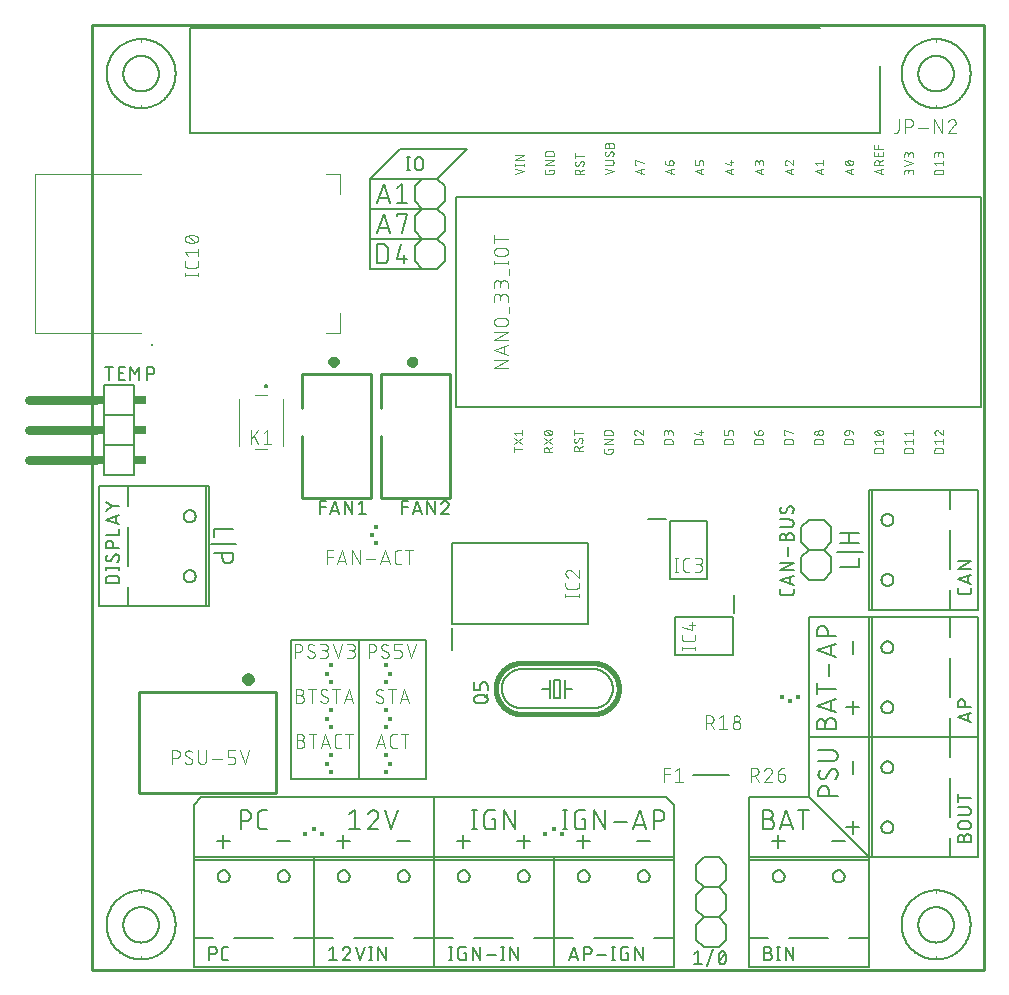
<source format=gbr>
G04 EAGLE Gerber RS-274X export*
G75*
%MOMM*%
%FSLAX34Y34*%
%LPD*%
%INSilkscreen Top*%
%IPPOS*%
%AMOC8*
5,1,8,0,0,1.08239X$1,22.5*%
G01*
%ADD10C,0.152400*%
%ADD11C,0.150000*%
%ADD12C,0.127000*%
%ADD13R,0.425000X0.325000*%
%ADD14R,0.350000X0.350000*%
%ADD15C,0.101600*%
%ADD16C,0.076200*%
%ADD17R,0.325000X0.425000*%
%ADD18C,0.200000*%
%ADD19C,0.254000*%
%ADD20C,0.600000*%
%ADD21C,0.050800*%
%ADD22C,0.203200*%
%ADD23C,0.100000*%
%ADD24C,0.500000*%
%ADD25C,0.406400*%
%ADD26C,0.762000*%
%ADD27R,0.508000X0.762000*%
%ADD28R,1.016000X0.762000*%
%ADD29C,0.254000*%


D10*
X217527Y331541D02*
X222042Y335153D01*
X222042Y318897D01*
X217527Y318897D02*
X226558Y318897D01*
X242189Y331089D02*
X242187Y331214D01*
X242181Y331339D01*
X242172Y331464D01*
X242158Y331588D01*
X242141Y331712D01*
X242120Y331836D01*
X242095Y331958D01*
X242066Y332080D01*
X242034Y332201D01*
X241998Y332321D01*
X241958Y332440D01*
X241915Y332557D01*
X241868Y332673D01*
X241817Y332788D01*
X241763Y332900D01*
X241705Y333012D01*
X241645Y333121D01*
X241580Y333228D01*
X241513Y333334D01*
X241442Y333437D01*
X241368Y333538D01*
X241291Y333637D01*
X241211Y333733D01*
X241128Y333827D01*
X241043Y333918D01*
X240954Y334007D01*
X240863Y334092D01*
X240769Y334175D01*
X240673Y334255D01*
X240574Y334332D01*
X240473Y334406D01*
X240370Y334477D01*
X240264Y334544D01*
X240157Y334609D01*
X240048Y334669D01*
X239936Y334727D01*
X239824Y334781D01*
X239709Y334832D01*
X239593Y334879D01*
X239476Y334922D01*
X239357Y334962D01*
X239237Y334998D01*
X239116Y335030D01*
X238994Y335059D01*
X238872Y335084D01*
X238748Y335105D01*
X238624Y335122D01*
X238500Y335136D01*
X238375Y335145D01*
X238250Y335151D01*
X238125Y335153D01*
X237982Y335151D01*
X237840Y335145D01*
X237697Y335135D01*
X237555Y335122D01*
X237414Y335104D01*
X237272Y335083D01*
X237132Y335058D01*
X236992Y335029D01*
X236853Y334996D01*
X236715Y334959D01*
X236578Y334919D01*
X236443Y334875D01*
X236308Y334827D01*
X236175Y334775D01*
X236043Y334720D01*
X235913Y334661D01*
X235785Y334599D01*
X235658Y334533D01*
X235533Y334464D01*
X235410Y334392D01*
X235290Y334316D01*
X235171Y334237D01*
X235054Y334154D01*
X234940Y334069D01*
X234828Y333980D01*
X234719Y333889D01*
X234612Y333794D01*
X234507Y333697D01*
X234406Y333596D01*
X234307Y333493D01*
X234211Y333388D01*
X234118Y333279D01*
X234028Y333168D01*
X233941Y333055D01*
X233857Y332940D01*
X233777Y332822D01*
X233699Y332702D01*
X233625Y332580D01*
X233555Y332456D01*
X233487Y332330D01*
X233424Y332202D01*
X233363Y332073D01*
X233306Y331942D01*
X233253Y331810D01*
X233204Y331676D01*
X233158Y331541D01*
X240834Y327928D02*
X240928Y328020D01*
X241018Y328114D01*
X241106Y328211D01*
X241191Y328311D01*
X241273Y328413D01*
X241352Y328518D01*
X241427Y328625D01*
X241499Y328734D01*
X241568Y328845D01*
X241634Y328959D01*
X241696Y329074D01*
X241755Y329191D01*
X241810Y329310D01*
X241861Y329430D01*
X241909Y329552D01*
X241954Y329675D01*
X241994Y329799D01*
X242031Y329925D01*
X242064Y330052D01*
X242093Y330179D01*
X242119Y330308D01*
X242140Y330437D01*
X242158Y330567D01*
X242171Y330697D01*
X242181Y330827D01*
X242187Y330958D01*
X242189Y331089D01*
X240834Y327928D02*
X233158Y318897D01*
X242189Y318897D01*
X253305Y318897D02*
X247886Y335153D01*
X258723Y335153D02*
X253305Y318897D01*
X116374Y308709D02*
X105537Y308709D01*
X110956Y314127D02*
X110956Y303290D01*
X156599Y308709D02*
X167436Y308709D01*
X207137Y308709D02*
X217974Y308709D01*
X212556Y303290D02*
X212556Y314127D01*
X258199Y308709D02*
X269036Y308709D01*
X410337Y308709D02*
X421174Y308709D01*
X415756Y303290D02*
X415756Y314127D01*
X461399Y308709D02*
X472236Y308709D01*
X319574Y308709D02*
X308737Y308709D01*
X314156Y314127D02*
X314156Y303290D01*
X359799Y308709D02*
X370636Y308709D01*
X365218Y303290D02*
X365218Y314127D01*
X323521Y318897D02*
X323521Y335153D01*
X321714Y318897D02*
X325327Y318897D01*
X325327Y335153D02*
X321714Y335153D01*
X338353Y327928D02*
X341062Y327928D01*
X341062Y318897D01*
X335644Y318897D01*
X335526Y318899D01*
X335408Y318905D01*
X335290Y318914D01*
X335173Y318928D01*
X335056Y318945D01*
X334939Y318966D01*
X334824Y318991D01*
X334709Y319020D01*
X334595Y319053D01*
X334483Y319089D01*
X334372Y319129D01*
X334262Y319172D01*
X334153Y319219D01*
X334046Y319269D01*
X333941Y319324D01*
X333838Y319381D01*
X333737Y319442D01*
X333637Y319506D01*
X333540Y319573D01*
X333445Y319643D01*
X333353Y319717D01*
X333262Y319793D01*
X333175Y319873D01*
X333090Y319955D01*
X333008Y320040D01*
X332928Y320127D01*
X332852Y320218D01*
X332778Y320310D01*
X332708Y320405D01*
X332641Y320502D01*
X332577Y320602D01*
X332516Y320703D01*
X332459Y320806D01*
X332404Y320911D01*
X332354Y321018D01*
X332307Y321127D01*
X332264Y321237D01*
X332224Y321348D01*
X332188Y321460D01*
X332155Y321574D01*
X332126Y321689D01*
X332101Y321804D01*
X332080Y321921D01*
X332063Y322038D01*
X332049Y322155D01*
X332040Y322273D01*
X332034Y322391D01*
X332032Y322509D01*
X332031Y322509D02*
X332031Y331541D01*
X332032Y331541D02*
X332034Y331659D01*
X332040Y331777D01*
X332049Y331895D01*
X332063Y332012D01*
X332080Y332129D01*
X332101Y332246D01*
X332126Y332361D01*
X332155Y332476D01*
X332188Y332590D01*
X332224Y332702D01*
X332264Y332813D01*
X332307Y332923D01*
X332354Y333032D01*
X332404Y333139D01*
X332458Y333244D01*
X332516Y333347D01*
X332577Y333448D01*
X332641Y333548D01*
X332708Y333645D01*
X332778Y333740D01*
X332852Y333832D01*
X332928Y333923D01*
X333008Y334010D01*
X333090Y334095D01*
X333175Y334177D01*
X333262Y334257D01*
X333353Y334333D01*
X333445Y334407D01*
X333540Y334477D01*
X333637Y334544D01*
X333737Y334608D01*
X333838Y334669D01*
X333941Y334726D01*
X334046Y334780D01*
X334153Y334831D01*
X334262Y334878D01*
X334372Y334921D01*
X334483Y334961D01*
X334595Y334997D01*
X334709Y335030D01*
X334824Y335059D01*
X334939Y335084D01*
X335056Y335105D01*
X335173Y335122D01*
X335290Y335136D01*
X335408Y335145D01*
X335526Y335151D01*
X335644Y335153D01*
X341062Y335153D01*
X348704Y335153D02*
X348704Y318897D01*
X357736Y318897D02*
X348704Y335153D01*
X357736Y335153D02*
X357736Y318897D01*
X568115Y327928D02*
X572631Y327928D01*
X572631Y327929D02*
X572764Y327927D01*
X572896Y327921D01*
X573028Y327911D01*
X573160Y327898D01*
X573292Y327880D01*
X573422Y327859D01*
X573553Y327834D01*
X573682Y327805D01*
X573810Y327772D01*
X573938Y327736D01*
X574064Y327696D01*
X574189Y327652D01*
X574313Y327604D01*
X574435Y327553D01*
X574556Y327498D01*
X574675Y327440D01*
X574793Y327378D01*
X574908Y327313D01*
X575022Y327244D01*
X575133Y327173D01*
X575242Y327097D01*
X575349Y327019D01*
X575454Y326938D01*
X575556Y326853D01*
X575656Y326766D01*
X575753Y326676D01*
X575848Y326583D01*
X575939Y326487D01*
X576028Y326389D01*
X576114Y326288D01*
X576197Y326184D01*
X576277Y326078D01*
X576353Y325970D01*
X576427Y325860D01*
X576497Y325747D01*
X576564Y325633D01*
X576627Y325516D01*
X576687Y325398D01*
X576744Y325278D01*
X576797Y325156D01*
X576846Y325033D01*
X576892Y324909D01*
X576934Y324783D01*
X576972Y324656D01*
X577007Y324528D01*
X577038Y324399D01*
X577065Y324270D01*
X577088Y324139D01*
X577108Y324008D01*
X577123Y323876D01*
X577135Y323744D01*
X577143Y323612D01*
X577147Y323479D01*
X577147Y323347D01*
X577143Y323214D01*
X577135Y323082D01*
X577123Y322950D01*
X577108Y322818D01*
X577088Y322687D01*
X577065Y322556D01*
X577038Y322427D01*
X577007Y322298D01*
X576972Y322170D01*
X576934Y322043D01*
X576892Y321917D01*
X576846Y321793D01*
X576797Y321670D01*
X576744Y321548D01*
X576687Y321428D01*
X576627Y321310D01*
X576564Y321193D01*
X576497Y321079D01*
X576427Y320966D01*
X576353Y320856D01*
X576277Y320748D01*
X576197Y320642D01*
X576114Y320538D01*
X576028Y320437D01*
X575939Y320339D01*
X575848Y320243D01*
X575753Y320150D01*
X575656Y320060D01*
X575556Y319973D01*
X575454Y319888D01*
X575349Y319807D01*
X575242Y319729D01*
X575133Y319653D01*
X575022Y319582D01*
X574908Y319513D01*
X574793Y319448D01*
X574675Y319386D01*
X574556Y319328D01*
X574435Y319273D01*
X574313Y319222D01*
X574189Y319174D01*
X574064Y319130D01*
X573938Y319090D01*
X573810Y319054D01*
X573682Y319021D01*
X573553Y318992D01*
X573422Y318967D01*
X573292Y318946D01*
X573160Y318928D01*
X573028Y318915D01*
X572896Y318905D01*
X572764Y318899D01*
X572631Y318897D01*
X568115Y318897D01*
X568115Y335153D01*
X572631Y335153D01*
X572750Y335151D01*
X572870Y335145D01*
X572989Y335135D01*
X573107Y335121D01*
X573226Y335104D01*
X573343Y335082D01*
X573460Y335057D01*
X573575Y335027D01*
X573690Y334994D01*
X573804Y334957D01*
X573916Y334917D01*
X574027Y334872D01*
X574136Y334824D01*
X574244Y334773D01*
X574350Y334718D01*
X574454Y334659D01*
X574556Y334597D01*
X574656Y334532D01*
X574754Y334463D01*
X574850Y334391D01*
X574943Y334316D01*
X575033Y334239D01*
X575121Y334158D01*
X575206Y334074D01*
X575288Y333987D01*
X575368Y333898D01*
X575444Y333806D01*
X575518Y333712D01*
X575588Y333615D01*
X575655Y333517D01*
X575719Y333416D01*
X575779Y333312D01*
X575836Y333207D01*
X575889Y333100D01*
X575939Y332992D01*
X575985Y332882D01*
X576027Y332770D01*
X576066Y332657D01*
X576101Y332543D01*
X576132Y332428D01*
X576160Y332311D01*
X576183Y332194D01*
X576203Y332077D01*
X576219Y331958D01*
X576231Y331839D01*
X576239Y331720D01*
X576243Y331601D01*
X576243Y331481D01*
X576239Y331362D01*
X576231Y331243D01*
X576219Y331124D01*
X576203Y331005D01*
X576183Y330888D01*
X576160Y330771D01*
X576132Y330654D01*
X576101Y330539D01*
X576066Y330425D01*
X576027Y330312D01*
X575985Y330200D01*
X575939Y330090D01*
X575889Y329982D01*
X575836Y329875D01*
X575779Y329770D01*
X575719Y329666D01*
X575655Y329565D01*
X575588Y329467D01*
X575518Y329370D01*
X575444Y329276D01*
X575368Y329184D01*
X575288Y329095D01*
X575206Y329008D01*
X575121Y328924D01*
X575033Y328843D01*
X574943Y328766D01*
X574850Y328691D01*
X574754Y328619D01*
X574656Y328550D01*
X574556Y328485D01*
X574454Y328423D01*
X574350Y328364D01*
X574244Y328309D01*
X574136Y328258D01*
X574027Y328210D01*
X573916Y328165D01*
X573804Y328125D01*
X573690Y328088D01*
X573575Y328055D01*
X573460Y328025D01*
X573343Y328000D01*
X573226Y327978D01*
X573107Y327961D01*
X572989Y327947D01*
X572870Y327937D01*
X572750Y327931D01*
X572631Y327929D01*
X582111Y318897D02*
X587530Y335153D01*
X592949Y318897D01*
X591594Y322961D02*
X583466Y322961D01*
X602119Y318897D02*
X602119Y335153D01*
X597604Y335153D02*
X606635Y335153D01*
X125483Y335153D02*
X125483Y318897D01*
X125483Y335153D02*
X129998Y335153D01*
X130131Y335151D01*
X130263Y335145D01*
X130395Y335135D01*
X130527Y335122D01*
X130659Y335104D01*
X130789Y335083D01*
X130920Y335058D01*
X131049Y335029D01*
X131177Y334996D01*
X131305Y334960D01*
X131431Y334920D01*
X131556Y334876D01*
X131680Y334828D01*
X131802Y334777D01*
X131923Y334722D01*
X132042Y334664D01*
X132160Y334602D01*
X132275Y334537D01*
X132389Y334468D01*
X132500Y334397D01*
X132609Y334321D01*
X132716Y334243D01*
X132821Y334162D01*
X132923Y334077D01*
X133023Y333990D01*
X133120Y333900D01*
X133215Y333807D01*
X133306Y333711D01*
X133395Y333613D01*
X133481Y333512D01*
X133564Y333408D01*
X133644Y333302D01*
X133720Y333194D01*
X133794Y333084D01*
X133864Y332971D01*
X133931Y332857D01*
X133994Y332740D01*
X134054Y332622D01*
X134111Y332502D01*
X134164Y332380D01*
X134213Y332257D01*
X134259Y332133D01*
X134301Y332007D01*
X134339Y331880D01*
X134374Y331752D01*
X134405Y331623D01*
X134432Y331494D01*
X134455Y331363D01*
X134475Y331232D01*
X134490Y331100D01*
X134502Y330968D01*
X134510Y330836D01*
X134514Y330703D01*
X134514Y330571D01*
X134510Y330438D01*
X134502Y330306D01*
X134490Y330174D01*
X134475Y330042D01*
X134455Y329911D01*
X134432Y329780D01*
X134405Y329651D01*
X134374Y329522D01*
X134339Y329394D01*
X134301Y329267D01*
X134259Y329141D01*
X134213Y329017D01*
X134164Y328894D01*
X134111Y328772D01*
X134054Y328652D01*
X133994Y328534D01*
X133931Y328417D01*
X133864Y328303D01*
X133794Y328190D01*
X133720Y328080D01*
X133644Y327972D01*
X133564Y327866D01*
X133481Y327762D01*
X133395Y327661D01*
X133306Y327563D01*
X133215Y327467D01*
X133120Y327374D01*
X133023Y327284D01*
X132923Y327197D01*
X132821Y327112D01*
X132716Y327031D01*
X132609Y326953D01*
X132500Y326877D01*
X132389Y326806D01*
X132275Y326737D01*
X132160Y326672D01*
X132042Y326610D01*
X131923Y326552D01*
X131802Y326497D01*
X131680Y326446D01*
X131556Y326398D01*
X131431Y326354D01*
X131305Y326314D01*
X131177Y326278D01*
X131049Y326245D01*
X130920Y326216D01*
X130789Y326191D01*
X130659Y326170D01*
X130527Y326152D01*
X130395Y326139D01*
X130263Y326129D01*
X130131Y326123D01*
X129998Y326121D01*
X129998Y326122D02*
X125483Y326122D01*
X143955Y318897D02*
X147567Y318897D01*
X143955Y318897D02*
X143837Y318899D01*
X143719Y318905D01*
X143601Y318914D01*
X143484Y318928D01*
X143367Y318945D01*
X143250Y318966D01*
X143135Y318991D01*
X143020Y319020D01*
X142906Y319053D01*
X142794Y319089D01*
X142683Y319129D01*
X142573Y319172D01*
X142464Y319219D01*
X142357Y319269D01*
X142252Y319324D01*
X142149Y319381D01*
X142048Y319442D01*
X141948Y319506D01*
X141851Y319573D01*
X141756Y319643D01*
X141664Y319717D01*
X141573Y319793D01*
X141486Y319873D01*
X141401Y319955D01*
X141319Y320040D01*
X141239Y320127D01*
X141163Y320218D01*
X141089Y320310D01*
X141019Y320405D01*
X140952Y320502D01*
X140888Y320602D01*
X140827Y320703D01*
X140770Y320806D01*
X140715Y320911D01*
X140665Y321018D01*
X140618Y321127D01*
X140575Y321237D01*
X140535Y321348D01*
X140499Y321460D01*
X140466Y321574D01*
X140437Y321689D01*
X140412Y321804D01*
X140391Y321921D01*
X140374Y322038D01*
X140360Y322155D01*
X140351Y322273D01*
X140345Y322391D01*
X140343Y322509D01*
X140342Y322509D02*
X140342Y331541D01*
X140343Y331541D02*
X140345Y331659D01*
X140351Y331777D01*
X140360Y331895D01*
X140374Y332012D01*
X140391Y332129D01*
X140412Y332246D01*
X140437Y332361D01*
X140466Y332476D01*
X140499Y332590D01*
X140535Y332702D01*
X140575Y332813D01*
X140618Y332923D01*
X140665Y333032D01*
X140715Y333139D01*
X140769Y333244D01*
X140827Y333347D01*
X140888Y333448D01*
X140952Y333548D01*
X141019Y333645D01*
X141089Y333740D01*
X141163Y333832D01*
X141239Y333923D01*
X141319Y334010D01*
X141401Y334095D01*
X141486Y334177D01*
X141573Y334257D01*
X141664Y334333D01*
X141756Y334407D01*
X141851Y334477D01*
X141948Y334544D01*
X142048Y334608D01*
X142149Y334669D01*
X142252Y334726D01*
X142357Y334780D01*
X142464Y334831D01*
X142573Y334878D01*
X142683Y334921D01*
X142794Y334961D01*
X142906Y334997D01*
X143020Y335030D01*
X143135Y335059D01*
X143250Y335084D01*
X143367Y335105D01*
X143484Y335122D01*
X143601Y335136D01*
X143719Y335145D01*
X143837Y335151D01*
X143955Y335153D01*
X147567Y335153D01*
X400005Y335153D02*
X400005Y318897D01*
X398199Y318897D02*
X401811Y318897D01*
X401811Y335153D02*
X398199Y335153D01*
X414837Y327928D02*
X417547Y327928D01*
X417547Y318897D01*
X412128Y318897D01*
X412010Y318899D01*
X411892Y318905D01*
X411774Y318914D01*
X411657Y318928D01*
X411540Y318945D01*
X411423Y318966D01*
X411308Y318991D01*
X411193Y319020D01*
X411079Y319053D01*
X410967Y319089D01*
X410856Y319129D01*
X410746Y319172D01*
X410637Y319219D01*
X410530Y319269D01*
X410425Y319324D01*
X410322Y319381D01*
X410221Y319442D01*
X410121Y319506D01*
X410024Y319573D01*
X409929Y319643D01*
X409837Y319717D01*
X409746Y319793D01*
X409659Y319873D01*
X409574Y319955D01*
X409492Y320040D01*
X409412Y320127D01*
X409336Y320218D01*
X409262Y320310D01*
X409192Y320405D01*
X409125Y320502D01*
X409061Y320602D01*
X409000Y320703D01*
X408943Y320806D01*
X408888Y320911D01*
X408838Y321018D01*
X408791Y321127D01*
X408748Y321237D01*
X408708Y321348D01*
X408672Y321460D01*
X408639Y321574D01*
X408610Y321689D01*
X408585Y321804D01*
X408564Y321921D01*
X408547Y322038D01*
X408533Y322155D01*
X408524Y322273D01*
X408518Y322391D01*
X408516Y322509D01*
X408516Y331541D01*
X408518Y331659D01*
X408524Y331777D01*
X408533Y331895D01*
X408547Y332012D01*
X408564Y332129D01*
X408585Y332246D01*
X408610Y332361D01*
X408639Y332476D01*
X408672Y332590D01*
X408708Y332702D01*
X408748Y332813D01*
X408791Y332923D01*
X408838Y333032D01*
X408888Y333139D01*
X408942Y333244D01*
X409000Y333347D01*
X409061Y333448D01*
X409125Y333548D01*
X409192Y333645D01*
X409262Y333740D01*
X409336Y333832D01*
X409412Y333923D01*
X409492Y334010D01*
X409574Y334095D01*
X409659Y334177D01*
X409746Y334257D01*
X409837Y334333D01*
X409929Y334407D01*
X410024Y334477D01*
X410121Y334544D01*
X410221Y334608D01*
X410322Y334669D01*
X410425Y334726D01*
X410530Y334780D01*
X410637Y334831D01*
X410746Y334878D01*
X410856Y334921D01*
X410967Y334961D01*
X411079Y334997D01*
X411193Y335030D01*
X411308Y335059D01*
X411423Y335084D01*
X411540Y335105D01*
X411657Y335122D01*
X411774Y335136D01*
X411892Y335145D01*
X412010Y335151D01*
X412128Y335153D01*
X417547Y335153D01*
X425189Y335153D02*
X425189Y318897D01*
X434220Y318897D02*
X425189Y335153D01*
X434220Y335153D02*
X434220Y318897D01*
X441480Y325219D02*
X452318Y325219D01*
X458154Y318897D02*
X463572Y335153D01*
X468991Y318897D01*
X467636Y322961D02*
X459508Y322961D01*
X475420Y318897D02*
X475420Y335153D01*
X479935Y335153D01*
X480068Y335151D01*
X480200Y335145D01*
X480332Y335135D01*
X480464Y335122D01*
X480596Y335104D01*
X480726Y335083D01*
X480857Y335058D01*
X480986Y335029D01*
X481114Y334996D01*
X481242Y334960D01*
X481368Y334920D01*
X481493Y334876D01*
X481617Y334828D01*
X481739Y334777D01*
X481860Y334722D01*
X481979Y334664D01*
X482097Y334602D01*
X482212Y334537D01*
X482326Y334468D01*
X482437Y334397D01*
X482546Y334321D01*
X482653Y334243D01*
X482758Y334162D01*
X482860Y334077D01*
X482960Y333990D01*
X483057Y333900D01*
X483152Y333807D01*
X483243Y333711D01*
X483332Y333613D01*
X483418Y333512D01*
X483501Y333408D01*
X483581Y333302D01*
X483657Y333194D01*
X483731Y333084D01*
X483801Y332971D01*
X483868Y332857D01*
X483931Y332740D01*
X483991Y332622D01*
X484048Y332502D01*
X484101Y332380D01*
X484150Y332257D01*
X484196Y332133D01*
X484238Y332007D01*
X484276Y331880D01*
X484311Y331752D01*
X484342Y331623D01*
X484369Y331494D01*
X484392Y331363D01*
X484412Y331232D01*
X484427Y331100D01*
X484439Y330968D01*
X484447Y330836D01*
X484451Y330703D01*
X484451Y330571D01*
X484447Y330438D01*
X484439Y330306D01*
X484427Y330174D01*
X484412Y330042D01*
X484392Y329911D01*
X484369Y329780D01*
X484342Y329651D01*
X484311Y329522D01*
X484276Y329394D01*
X484238Y329267D01*
X484196Y329141D01*
X484150Y329017D01*
X484101Y328894D01*
X484048Y328772D01*
X483991Y328652D01*
X483931Y328534D01*
X483868Y328417D01*
X483801Y328303D01*
X483731Y328190D01*
X483657Y328080D01*
X483581Y327972D01*
X483501Y327866D01*
X483418Y327762D01*
X483332Y327661D01*
X483243Y327563D01*
X483152Y327467D01*
X483057Y327374D01*
X482960Y327284D01*
X482860Y327197D01*
X482758Y327112D01*
X482653Y327031D01*
X482546Y326953D01*
X482437Y326877D01*
X482326Y326806D01*
X482212Y326737D01*
X482097Y326672D01*
X481979Y326610D01*
X481860Y326552D01*
X481739Y326497D01*
X481617Y326446D01*
X481493Y326398D01*
X481368Y326354D01*
X481242Y326314D01*
X481114Y326278D01*
X480986Y326245D01*
X480857Y326216D01*
X480726Y326191D01*
X480596Y326170D01*
X480464Y326152D01*
X480332Y326139D01*
X480200Y326129D01*
X480068Y326123D01*
X479935Y326121D01*
X479935Y326122D02*
X475420Y326122D01*
X620762Y404176D02*
X620762Y408691D01*
X620761Y408691D02*
X620763Y408824D01*
X620769Y408956D01*
X620779Y409088D01*
X620792Y409220D01*
X620810Y409352D01*
X620831Y409482D01*
X620856Y409613D01*
X620885Y409742D01*
X620918Y409870D01*
X620954Y409998D01*
X620994Y410124D01*
X621038Y410249D01*
X621086Y410373D01*
X621137Y410495D01*
X621192Y410616D01*
X621250Y410735D01*
X621312Y410853D01*
X621377Y410968D01*
X621446Y411082D01*
X621517Y411193D01*
X621593Y411302D01*
X621671Y411409D01*
X621752Y411514D01*
X621837Y411616D01*
X621924Y411716D01*
X622014Y411813D01*
X622107Y411908D01*
X622203Y411999D01*
X622301Y412088D01*
X622402Y412174D01*
X622506Y412257D01*
X622612Y412337D01*
X622720Y412413D01*
X622830Y412487D01*
X622943Y412557D01*
X623057Y412624D01*
X623174Y412687D01*
X623292Y412747D01*
X623412Y412804D01*
X623534Y412857D01*
X623657Y412906D01*
X623781Y412952D01*
X623907Y412994D01*
X624034Y413032D01*
X624162Y413067D01*
X624291Y413098D01*
X624420Y413125D01*
X624551Y413148D01*
X624682Y413168D01*
X624814Y413183D01*
X624946Y413195D01*
X625078Y413203D01*
X625211Y413207D01*
X625343Y413207D01*
X625476Y413203D01*
X625608Y413195D01*
X625740Y413183D01*
X625872Y413168D01*
X626003Y413148D01*
X626134Y413125D01*
X626263Y413098D01*
X626392Y413067D01*
X626520Y413032D01*
X626647Y412994D01*
X626773Y412952D01*
X626897Y412906D01*
X627020Y412857D01*
X627142Y412804D01*
X627262Y412747D01*
X627380Y412687D01*
X627497Y412624D01*
X627611Y412557D01*
X627724Y412487D01*
X627834Y412413D01*
X627942Y412337D01*
X628048Y412257D01*
X628152Y412174D01*
X628253Y412088D01*
X628351Y411999D01*
X628447Y411908D01*
X628540Y411813D01*
X628630Y411716D01*
X628717Y411616D01*
X628802Y411514D01*
X628883Y411409D01*
X628961Y411302D01*
X629037Y411193D01*
X629108Y411082D01*
X629177Y410968D01*
X629242Y410853D01*
X629304Y410735D01*
X629362Y410616D01*
X629417Y410495D01*
X629468Y410373D01*
X629516Y410249D01*
X629560Y410124D01*
X629600Y409998D01*
X629636Y409870D01*
X629669Y409742D01*
X629698Y409613D01*
X629723Y409482D01*
X629744Y409352D01*
X629762Y409220D01*
X629775Y409088D01*
X629785Y408956D01*
X629791Y408824D01*
X629793Y408691D01*
X629793Y404176D01*
X613537Y404176D01*
X613537Y408691D01*
X613539Y408810D01*
X613545Y408930D01*
X613555Y409049D01*
X613569Y409167D01*
X613586Y409286D01*
X613608Y409403D01*
X613633Y409520D01*
X613663Y409635D01*
X613696Y409750D01*
X613733Y409864D01*
X613773Y409976D01*
X613818Y410087D01*
X613866Y410196D01*
X613917Y410304D01*
X613972Y410410D01*
X614031Y410514D01*
X614093Y410616D01*
X614158Y410716D01*
X614227Y410814D01*
X614299Y410910D01*
X614374Y411003D01*
X614451Y411093D01*
X614532Y411181D01*
X614616Y411266D01*
X614703Y411348D01*
X614792Y411428D01*
X614884Y411504D01*
X614978Y411578D01*
X615075Y411648D01*
X615173Y411715D01*
X615274Y411779D01*
X615378Y411839D01*
X615483Y411896D01*
X615590Y411949D01*
X615698Y411999D01*
X615808Y412045D01*
X615920Y412087D01*
X616033Y412126D01*
X616147Y412161D01*
X616262Y412192D01*
X616379Y412220D01*
X616496Y412243D01*
X616613Y412263D01*
X616732Y412279D01*
X616851Y412291D01*
X616970Y412299D01*
X617089Y412303D01*
X617209Y412303D01*
X617328Y412299D01*
X617447Y412291D01*
X617566Y412279D01*
X617685Y412263D01*
X617802Y412243D01*
X617919Y412220D01*
X618036Y412192D01*
X618151Y412161D01*
X618265Y412126D01*
X618378Y412087D01*
X618490Y412045D01*
X618600Y411999D01*
X618708Y411949D01*
X618815Y411896D01*
X618920Y411839D01*
X619024Y411779D01*
X619125Y411715D01*
X619223Y411648D01*
X619320Y411578D01*
X619414Y411504D01*
X619506Y411428D01*
X619595Y411348D01*
X619682Y411266D01*
X619766Y411181D01*
X619847Y411093D01*
X619924Y411003D01*
X619999Y410910D01*
X620071Y410814D01*
X620140Y410716D01*
X620205Y410616D01*
X620267Y410514D01*
X620326Y410410D01*
X620381Y410304D01*
X620432Y410196D01*
X620480Y410087D01*
X620525Y409976D01*
X620565Y409864D01*
X620602Y409750D01*
X620635Y409635D01*
X620665Y409520D01*
X620690Y409403D01*
X620712Y409286D01*
X620729Y409167D01*
X620743Y409049D01*
X620753Y408930D01*
X620759Y408810D01*
X620761Y408691D01*
X629793Y418172D02*
X613537Y423590D01*
X629793Y429009D01*
X625729Y427654D02*
X625729Y419526D01*
X629793Y438180D02*
X613537Y438180D01*
X613537Y442695D02*
X613537Y433664D01*
X623471Y448392D02*
X623471Y459230D01*
X629793Y465066D02*
X613537Y470484D01*
X629793Y475903D01*
X625729Y474548D02*
X625729Y466420D01*
X629793Y482332D02*
X613537Y482332D01*
X613537Y486847D01*
X613539Y486980D01*
X613545Y487112D01*
X613555Y487244D01*
X613568Y487376D01*
X613586Y487508D01*
X613607Y487638D01*
X613632Y487769D01*
X613661Y487898D01*
X613694Y488026D01*
X613730Y488154D01*
X613770Y488280D01*
X613814Y488405D01*
X613862Y488529D01*
X613913Y488651D01*
X613968Y488772D01*
X614026Y488891D01*
X614088Y489009D01*
X614153Y489124D01*
X614222Y489238D01*
X614293Y489349D01*
X614369Y489458D01*
X614447Y489565D01*
X614528Y489670D01*
X614613Y489772D01*
X614700Y489872D01*
X614790Y489969D01*
X614883Y490064D01*
X614979Y490155D01*
X615077Y490244D01*
X615178Y490330D01*
X615282Y490413D01*
X615388Y490493D01*
X615496Y490569D01*
X615606Y490643D01*
X615719Y490713D01*
X615833Y490780D01*
X615950Y490843D01*
X616068Y490903D01*
X616188Y490960D01*
X616310Y491013D01*
X616433Y491062D01*
X616557Y491108D01*
X616683Y491150D01*
X616810Y491188D01*
X616938Y491223D01*
X617067Y491254D01*
X617196Y491281D01*
X617327Y491304D01*
X617458Y491324D01*
X617590Y491339D01*
X617722Y491351D01*
X617854Y491359D01*
X617987Y491363D01*
X618119Y491363D01*
X618252Y491359D01*
X618384Y491351D01*
X618516Y491339D01*
X618648Y491324D01*
X618779Y491304D01*
X618910Y491281D01*
X619039Y491254D01*
X619168Y491223D01*
X619296Y491188D01*
X619423Y491150D01*
X619549Y491108D01*
X619673Y491062D01*
X619796Y491013D01*
X619918Y490960D01*
X620038Y490903D01*
X620156Y490843D01*
X620273Y490780D01*
X620387Y490713D01*
X620500Y490643D01*
X620610Y490569D01*
X620718Y490493D01*
X620824Y490413D01*
X620928Y490330D01*
X621029Y490244D01*
X621127Y490155D01*
X621223Y490064D01*
X621316Y489969D01*
X621406Y489872D01*
X621493Y489772D01*
X621578Y489670D01*
X621659Y489565D01*
X621737Y489458D01*
X621813Y489349D01*
X621884Y489238D01*
X621953Y489124D01*
X622018Y489009D01*
X622080Y488891D01*
X622138Y488772D01*
X622193Y488651D01*
X622244Y488529D01*
X622292Y488405D01*
X622336Y488280D01*
X622376Y488154D01*
X622412Y488026D01*
X622445Y487898D01*
X622474Y487769D01*
X622499Y487638D01*
X622520Y487508D01*
X622538Y487376D01*
X622551Y487244D01*
X622561Y487112D01*
X622567Y486980D01*
X622569Y486847D01*
X622568Y486847D02*
X622568Y482332D01*
X614807Y346837D02*
X631063Y346837D01*
X614807Y346837D02*
X614807Y351353D01*
X614809Y351486D01*
X614815Y351618D01*
X614825Y351750D01*
X614838Y351882D01*
X614856Y352014D01*
X614877Y352144D01*
X614902Y352275D01*
X614931Y352404D01*
X614964Y352532D01*
X615000Y352660D01*
X615040Y352786D01*
X615084Y352911D01*
X615132Y353035D01*
X615183Y353157D01*
X615238Y353278D01*
X615296Y353397D01*
X615358Y353515D01*
X615423Y353630D01*
X615492Y353744D01*
X615563Y353855D01*
X615639Y353964D01*
X615717Y354071D01*
X615798Y354176D01*
X615883Y354278D01*
X615970Y354378D01*
X616060Y354475D01*
X616153Y354570D01*
X616249Y354661D01*
X616347Y354750D01*
X616448Y354836D01*
X616552Y354919D01*
X616658Y354999D01*
X616766Y355075D01*
X616876Y355149D01*
X616989Y355219D01*
X617103Y355286D01*
X617220Y355349D01*
X617338Y355409D01*
X617458Y355466D01*
X617580Y355519D01*
X617703Y355568D01*
X617827Y355614D01*
X617953Y355656D01*
X618080Y355694D01*
X618208Y355729D01*
X618337Y355760D01*
X618466Y355787D01*
X618597Y355810D01*
X618728Y355830D01*
X618860Y355845D01*
X618992Y355857D01*
X619124Y355865D01*
X619257Y355869D01*
X619389Y355869D01*
X619522Y355865D01*
X619654Y355857D01*
X619786Y355845D01*
X619918Y355830D01*
X620049Y355810D01*
X620180Y355787D01*
X620309Y355760D01*
X620438Y355729D01*
X620566Y355694D01*
X620693Y355656D01*
X620819Y355614D01*
X620943Y355568D01*
X621066Y355519D01*
X621188Y355466D01*
X621308Y355409D01*
X621426Y355349D01*
X621543Y355286D01*
X621657Y355219D01*
X621770Y355149D01*
X621880Y355075D01*
X621988Y354999D01*
X622094Y354919D01*
X622198Y354836D01*
X622299Y354750D01*
X622397Y354661D01*
X622493Y354570D01*
X622586Y354475D01*
X622676Y354378D01*
X622763Y354278D01*
X622848Y354176D01*
X622929Y354071D01*
X623007Y353964D01*
X623083Y353855D01*
X623154Y353744D01*
X623223Y353630D01*
X623288Y353515D01*
X623350Y353397D01*
X623408Y353278D01*
X623463Y353157D01*
X623514Y353035D01*
X623562Y352911D01*
X623606Y352786D01*
X623646Y352660D01*
X623682Y352532D01*
X623715Y352404D01*
X623744Y352275D01*
X623769Y352144D01*
X623790Y352014D01*
X623808Y351882D01*
X623821Y351750D01*
X623831Y351618D01*
X623837Y351486D01*
X623839Y351353D01*
X623838Y351353D02*
X623838Y346837D01*
X631063Y366634D02*
X631061Y366752D01*
X631055Y366870D01*
X631046Y366988D01*
X631032Y367105D01*
X631015Y367222D01*
X630994Y367339D01*
X630969Y367454D01*
X630940Y367569D01*
X630907Y367683D01*
X630871Y367795D01*
X630831Y367906D01*
X630788Y368016D01*
X630741Y368125D01*
X630691Y368232D01*
X630636Y368337D01*
X630579Y368440D01*
X630518Y368541D01*
X630454Y368641D01*
X630387Y368738D01*
X630317Y368833D01*
X630243Y368925D01*
X630167Y369016D01*
X630087Y369103D01*
X630005Y369188D01*
X629920Y369270D01*
X629833Y369350D01*
X629742Y369426D01*
X629650Y369500D01*
X629555Y369570D01*
X629458Y369637D01*
X629358Y369701D01*
X629257Y369762D01*
X629154Y369819D01*
X629049Y369874D01*
X628942Y369924D01*
X628833Y369971D01*
X628723Y370014D01*
X628612Y370054D01*
X628500Y370090D01*
X628386Y370123D01*
X628271Y370152D01*
X628156Y370177D01*
X628039Y370198D01*
X627922Y370215D01*
X627805Y370229D01*
X627687Y370238D01*
X627569Y370244D01*
X627451Y370246D01*
X631063Y366634D02*
X631061Y366451D01*
X631054Y366269D01*
X631043Y366087D01*
X631028Y365905D01*
X631008Y365723D01*
X630985Y365542D01*
X630956Y365362D01*
X630924Y365182D01*
X630887Y365003D01*
X630846Y364826D01*
X630800Y364649D01*
X630751Y364473D01*
X630697Y364299D01*
X630639Y364125D01*
X630577Y363954D01*
X630511Y363784D01*
X630440Y363615D01*
X630366Y363448D01*
X630288Y363283D01*
X630206Y363120D01*
X630120Y362959D01*
X630030Y362800D01*
X629936Y362643D01*
X629839Y362489D01*
X629738Y362337D01*
X629633Y362187D01*
X629525Y362040D01*
X629414Y361896D01*
X629299Y361754D01*
X629180Y361615D01*
X629058Y361479D01*
X628933Y361346D01*
X628805Y361216D01*
X618419Y361667D02*
X618301Y361669D01*
X618183Y361675D01*
X618065Y361684D01*
X617948Y361698D01*
X617831Y361715D01*
X617714Y361736D01*
X617599Y361761D01*
X617484Y361790D01*
X617370Y361823D01*
X617258Y361859D01*
X617147Y361899D01*
X617037Y361942D01*
X616928Y361989D01*
X616821Y362039D01*
X616716Y362094D01*
X616613Y362151D01*
X616512Y362212D01*
X616412Y362276D01*
X616315Y362343D01*
X616220Y362413D01*
X616128Y362487D01*
X616037Y362563D01*
X615950Y362643D01*
X615865Y362725D01*
X615783Y362810D01*
X615703Y362897D01*
X615627Y362988D01*
X615553Y363080D01*
X615483Y363175D01*
X615416Y363272D01*
X615352Y363372D01*
X615291Y363473D01*
X615234Y363576D01*
X615179Y363681D01*
X615129Y363788D01*
X615082Y363897D01*
X615039Y364007D01*
X614999Y364118D01*
X614963Y364230D01*
X614930Y364344D01*
X614901Y364459D01*
X614876Y364574D01*
X614855Y364691D01*
X614838Y364808D01*
X614824Y364925D01*
X614815Y365043D01*
X614809Y365161D01*
X614807Y365279D01*
X614809Y365440D01*
X614815Y365602D01*
X614824Y365763D01*
X614838Y365924D01*
X614855Y366084D01*
X614876Y366244D01*
X614901Y366404D01*
X614930Y366563D01*
X614962Y366721D01*
X614998Y366878D01*
X615038Y367034D01*
X615082Y367190D01*
X615130Y367344D01*
X615181Y367497D01*
X615235Y367649D01*
X615294Y367800D01*
X615355Y367949D01*
X615421Y368096D01*
X615490Y368242D01*
X615562Y368387D01*
X615638Y368529D01*
X615717Y368670D01*
X615799Y368809D01*
X615885Y368945D01*
X615974Y369080D01*
X616066Y369213D01*
X616162Y369343D01*
X621580Y363473D02*
X621518Y363372D01*
X621453Y363272D01*
X621384Y363175D01*
X621312Y363080D01*
X621238Y362987D01*
X621160Y362897D01*
X621079Y362809D01*
X620996Y362724D01*
X620910Y362642D01*
X620821Y362563D01*
X620730Y362486D01*
X620636Y362413D01*
X620540Y362342D01*
X620442Y362275D01*
X620342Y362211D01*
X620239Y362150D01*
X620135Y362093D01*
X620029Y362039D01*
X619921Y361989D01*
X619812Y361942D01*
X619701Y361898D01*
X619589Y361858D01*
X619475Y361822D01*
X619361Y361790D01*
X619245Y361761D01*
X619129Y361736D01*
X619012Y361715D01*
X618894Y361698D01*
X618776Y361684D01*
X618657Y361675D01*
X618538Y361669D01*
X618419Y361667D01*
X624290Y368440D02*
X624352Y368541D01*
X624417Y368641D01*
X624486Y368738D01*
X624558Y368833D01*
X624632Y368926D01*
X624710Y369016D01*
X624791Y369104D01*
X624874Y369189D01*
X624960Y369271D01*
X625049Y369350D01*
X625140Y369427D01*
X625234Y369500D01*
X625330Y369571D01*
X625428Y369638D01*
X625528Y369702D01*
X625631Y369763D01*
X625735Y369820D01*
X625841Y369874D01*
X625949Y369924D01*
X626058Y369971D01*
X626169Y370015D01*
X626281Y370055D01*
X626395Y370091D01*
X626509Y370123D01*
X626625Y370152D01*
X626741Y370177D01*
X626858Y370198D01*
X626976Y370215D01*
X627094Y370229D01*
X627213Y370238D01*
X627332Y370244D01*
X627451Y370246D01*
X624290Y368440D02*
X621580Y363473D01*
X626547Y376846D02*
X614807Y376846D01*
X626547Y376846D02*
X626680Y376848D01*
X626812Y376854D01*
X626944Y376864D01*
X627076Y376877D01*
X627208Y376895D01*
X627338Y376916D01*
X627469Y376941D01*
X627598Y376970D01*
X627726Y377003D01*
X627854Y377039D01*
X627980Y377079D01*
X628105Y377123D01*
X628229Y377171D01*
X628351Y377222D01*
X628472Y377277D01*
X628591Y377335D01*
X628709Y377397D01*
X628824Y377462D01*
X628938Y377531D01*
X629049Y377602D01*
X629158Y377678D01*
X629265Y377756D01*
X629370Y377837D01*
X629472Y377922D01*
X629572Y378009D01*
X629669Y378099D01*
X629764Y378192D01*
X629855Y378288D01*
X629944Y378386D01*
X630030Y378487D01*
X630113Y378591D01*
X630193Y378697D01*
X630269Y378805D01*
X630343Y378915D01*
X630413Y379028D01*
X630480Y379142D01*
X630543Y379259D01*
X630603Y379377D01*
X630660Y379497D01*
X630713Y379619D01*
X630762Y379742D01*
X630808Y379866D01*
X630850Y379992D01*
X630888Y380119D01*
X630923Y380247D01*
X630954Y380376D01*
X630981Y380505D01*
X631004Y380636D01*
X631024Y380767D01*
X631039Y380899D01*
X631051Y381031D01*
X631059Y381163D01*
X631063Y381296D01*
X631063Y381428D01*
X631059Y381561D01*
X631051Y381693D01*
X631039Y381825D01*
X631024Y381957D01*
X631004Y382088D01*
X630981Y382219D01*
X630954Y382348D01*
X630923Y382477D01*
X630888Y382605D01*
X630850Y382732D01*
X630808Y382858D01*
X630762Y382982D01*
X630713Y383105D01*
X630660Y383227D01*
X630603Y383347D01*
X630543Y383465D01*
X630480Y383582D01*
X630413Y383696D01*
X630343Y383809D01*
X630269Y383919D01*
X630193Y384027D01*
X630113Y384133D01*
X630030Y384237D01*
X629944Y384338D01*
X629855Y384436D01*
X629764Y384532D01*
X629669Y384625D01*
X629572Y384715D01*
X629472Y384802D01*
X629370Y384887D01*
X629265Y384968D01*
X629158Y385046D01*
X629049Y385122D01*
X628938Y385193D01*
X628824Y385262D01*
X628709Y385327D01*
X628591Y385389D01*
X628472Y385447D01*
X628351Y385502D01*
X628229Y385553D01*
X628105Y385601D01*
X627980Y385645D01*
X627854Y385685D01*
X627726Y385721D01*
X627598Y385754D01*
X627469Y385783D01*
X627338Y385808D01*
X627208Y385829D01*
X627076Y385847D01*
X626944Y385860D01*
X626812Y385870D01*
X626680Y385876D01*
X626547Y385878D01*
X614807Y385878D01*
X586274Y308709D02*
X575437Y308709D01*
X580856Y314127D02*
X580856Y303290D01*
X626499Y308709D02*
X637336Y308709D01*
X643791Y315087D02*
X643791Y325924D01*
X649210Y320506D02*
X638373Y320506D01*
X643791Y366149D02*
X643791Y376986D01*
X643791Y416687D02*
X643791Y427524D01*
X649210Y422106D02*
X638373Y422106D01*
X643791Y467749D02*
X643791Y478586D01*
D11*
X606425Y346075D02*
X555625Y346075D01*
X555625Y295275D01*
X606425Y346075D02*
X657225Y295275D01*
X606425Y346075D02*
X606425Y396875D01*
X606425Y498475D01*
X657225Y498475D01*
X657225Y396875D02*
X606425Y396875D01*
X85725Y339725D02*
X85725Y295275D01*
X85725Y339725D02*
X92075Y346075D01*
X288925Y346075D01*
X485775Y346075D01*
X492125Y339725D01*
X492125Y295275D01*
X288925Y295275D02*
X288925Y346075D01*
D10*
X241217Y849325D02*
X246636Y865581D01*
X252055Y849325D01*
X250700Y853389D02*
X242572Y853389D01*
X257752Y861969D02*
X262267Y865581D01*
X262267Y849325D01*
X257752Y849325D02*
X266783Y849325D01*
X246636Y839978D02*
X241217Y823722D01*
X252055Y823722D02*
X246636Y839978D01*
X250700Y827786D02*
X242572Y827786D01*
X257752Y838172D02*
X257752Y839978D01*
X266783Y839978D01*
X262267Y823722D01*
X241408Y814375D02*
X241408Y798119D01*
X241408Y814375D02*
X245924Y814375D01*
X246055Y814373D01*
X246187Y814367D01*
X246318Y814358D01*
X246448Y814344D01*
X246579Y814327D01*
X246708Y814306D01*
X246837Y814282D01*
X246965Y814253D01*
X247093Y814221D01*
X247219Y814185D01*
X247344Y814146D01*
X247469Y814103D01*
X247591Y814056D01*
X247713Y814006D01*
X247833Y813952D01*
X247951Y813895D01*
X248067Y813834D01*
X248182Y813770D01*
X248295Y813703D01*
X248406Y813632D01*
X248514Y813558D01*
X248621Y813481D01*
X248725Y813401D01*
X248827Y813318D01*
X248926Y813233D01*
X249023Y813144D01*
X249117Y813052D01*
X249209Y812958D01*
X249298Y812861D01*
X249383Y812762D01*
X249466Y812660D01*
X249546Y812556D01*
X249623Y812449D01*
X249697Y812341D01*
X249768Y812230D01*
X249835Y812117D01*
X249899Y812002D01*
X249960Y811886D01*
X250017Y811768D01*
X250071Y811648D01*
X250121Y811526D01*
X250168Y811404D01*
X250211Y811279D01*
X250250Y811154D01*
X250286Y811028D01*
X250318Y810900D01*
X250347Y810772D01*
X250371Y810643D01*
X250392Y810514D01*
X250409Y810383D01*
X250423Y810253D01*
X250432Y810122D01*
X250438Y809990D01*
X250440Y809859D01*
X250439Y809859D02*
X250439Y802634D01*
X250440Y802634D02*
X250438Y802503D01*
X250432Y802371D01*
X250423Y802240D01*
X250409Y802110D01*
X250392Y801979D01*
X250371Y801850D01*
X250347Y801721D01*
X250318Y801593D01*
X250286Y801465D01*
X250250Y801339D01*
X250211Y801214D01*
X250168Y801089D01*
X250121Y800967D01*
X250071Y800845D01*
X250017Y800725D01*
X249960Y800607D01*
X249899Y800491D01*
X249835Y800376D01*
X249768Y800263D01*
X249697Y800152D01*
X249623Y800044D01*
X249546Y799937D01*
X249466Y799833D01*
X249383Y799731D01*
X249298Y799632D01*
X249209Y799535D01*
X249117Y799441D01*
X249023Y799349D01*
X248926Y799260D01*
X248827Y799175D01*
X248725Y799092D01*
X248621Y799012D01*
X248514Y798935D01*
X248406Y798861D01*
X248295Y798790D01*
X248182Y798723D01*
X248067Y798659D01*
X247951Y798598D01*
X247833Y798541D01*
X247713Y798487D01*
X247591Y798437D01*
X247469Y798390D01*
X247344Y798347D01*
X247219Y798308D01*
X247093Y798272D01*
X246965Y798240D01*
X246837Y798211D01*
X246708Y798187D01*
X246578Y798166D01*
X246448Y798149D01*
X246318Y798135D01*
X246187Y798126D01*
X246055Y798120D01*
X245924Y798118D01*
X245924Y798119D02*
X241408Y798119D01*
X257561Y801731D02*
X261173Y814375D01*
X257561Y801731D02*
X266592Y801731D01*
X263882Y798119D02*
X263882Y805344D01*
D11*
X292100Y869950D02*
X234950Y869950D01*
X234950Y844550D01*
X292100Y844550D01*
X234950Y844550D02*
X234950Y819150D01*
X292100Y819150D01*
X234950Y819150D02*
X234950Y793750D01*
X285750Y793750D01*
X234950Y869950D02*
X260350Y895350D01*
X317500Y895350D01*
X292100Y869950D01*
X225425Y479425D02*
X168275Y479425D01*
X168275Y361950D02*
X225425Y361950D01*
X168275Y361950D02*
X168275Y479425D01*
X225425Y479425D02*
X282575Y479425D01*
X282575Y361950D01*
X225425Y361950D01*
X225425Y479425D01*
D10*
X633222Y541225D02*
X649478Y541225D01*
X649478Y548449D01*
X652187Y554047D02*
X630513Y554047D01*
X633222Y560994D02*
X649478Y560994D01*
X640447Y560994D02*
X640447Y570025D01*
X633222Y570025D02*
X649478Y570025D01*
X119253Y573306D02*
X102997Y573306D01*
X102997Y566081D01*
X100288Y560484D02*
X121962Y560484D01*
X119253Y553325D02*
X102997Y553325D01*
X119253Y553325D02*
X119253Y548810D01*
X119251Y548677D01*
X119245Y548545D01*
X119235Y548413D01*
X119222Y548281D01*
X119204Y548149D01*
X119183Y548019D01*
X119158Y547888D01*
X119129Y547759D01*
X119096Y547631D01*
X119060Y547503D01*
X119020Y547377D01*
X118976Y547252D01*
X118928Y547128D01*
X118877Y547006D01*
X118822Y546885D01*
X118764Y546766D01*
X118702Y546648D01*
X118637Y546533D01*
X118568Y546419D01*
X118497Y546308D01*
X118421Y546199D01*
X118343Y546092D01*
X118262Y545987D01*
X118177Y545885D01*
X118090Y545785D01*
X118000Y545688D01*
X117907Y545593D01*
X117811Y545502D01*
X117713Y545413D01*
X117612Y545327D01*
X117508Y545244D01*
X117402Y545164D01*
X117294Y545088D01*
X117184Y545014D01*
X117071Y544944D01*
X116957Y544877D01*
X116840Y544814D01*
X116722Y544754D01*
X116602Y544697D01*
X116480Y544644D01*
X116357Y544595D01*
X116233Y544549D01*
X116107Y544507D01*
X115980Y544469D01*
X115852Y544434D01*
X115723Y544403D01*
X115594Y544376D01*
X115463Y544353D01*
X115332Y544333D01*
X115200Y544318D01*
X115068Y544306D01*
X114936Y544298D01*
X114803Y544294D01*
X114671Y544294D01*
X114538Y544298D01*
X114406Y544306D01*
X114274Y544318D01*
X114142Y544333D01*
X114011Y544353D01*
X113880Y544376D01*
X113751Y544403D01*
X113622Y544434D01*
X113494Y544469D01*
X113367Y544507D01*
X113241Y544549D01*
X113117Y544595D01*
X112994Y544644D01*
X112872Y544697D01*
X112752Y544754D01*
X112634Y544814D01*
X112517Y544877D01*
X112403Y544944D01*
X112290Y545014D01*
X112180Y545088D01*
X112072Y545164D01*
X111966Y545244D01*
X111862Y545327D01*
X111761Y545413D01*
X111663Y545502D01*
X111567Y545593D01*
X111474Y545688D01*
X111384Y545785D01*
X111297Y545885D01*
X111212Y545987D01*
X111131Y546092D01*
X111053Y546199D01*
X110977Y546308D01*
X110906Y546419D01*
X110837Y546533D01*
X110772Y546648D01*
X110710Y546766D01*
X110652Y546885D01*
X110597Y547006D01*
X110546Y547128D01*
X110498Y547252D01*
X110454Y547377D01*
X110414Y547503D01*
X110378Y547631D01*
X110345Y547759D01*
X110316Y547888D01*
X110291Y548019D01*
X110270Y548149D01*
X110252Y548281D01*
X110239Y548413D01*
X110229Y548545D01*
X110223Y548677D01*
X110221Y548810D01*
X110222Y548810D02*
X110222Y553325D01*
X187325Y292735D02*
X288925Y292735D01*
X288925Y226695D02*
X288925Y202565D01*
X187325Y202565D01*
X187325Y226695D02*
X187325Y292735D01*
X187325Y226695D02*
X203835Y226695D01*
X221615Y226695D02*
X254635Y226695D01*
X272415Y226695D02*
X288925Y226695D01*
X187325Y226695D02*
X187325Y202565D01*
X288925Y226695D02*
X288925Y292735D01*
X187325Y292735D02*
X187325Y295275D01*
X288925Y295275D01*
X288925Y292735D01*
X207645Y279273D02*
X207647Y279415D01*
X207653Y279558D01*
X207663Y279700D01*
X207677Y279842D01*
X207695Y279983D01*
X207717Y280124D01*
X207743Y280264D01*
X207772Y280403D01*
X207806Y280542D01*
X207844Y280679D01*
X207885Y280816D01*
X207930Y280951D01*
X207979Y281085D01*
X208032Y281217D01*
X208088Y281348D01*
X208148Y281477D01*
X208212Y281605D01*
X208279Y281730D01*
X208350Y281854D01*
X208424Y281976D01*
X208501Y282095D01*
X208582Y282213D01*
X208666Y282328D01*
X208753Y282440D01*
X208844Y282550D01*
X208937Y282658D01*
X209034Y282763D01*
X209133Y282865D01*
X209235Y282964D01*
X209340Y283061D01*
X209448Y283154D01*
X209558Y283245D01*
X209670Y283332D01*
X209785Y283416D01*
X209903Y283497D01*
X210022Y283574D01*
X210144Y283648D01*
X210268Y283719D01*
X210393Y283786D01*
X210521Y283850D01*
X210650Y283910D01*
X210781Y283966D01*
X210913Y284019D01*
X211047Y284068D01*
X211182Y284113D01*
X211319Y284154D01*
X211456Y284192D01*
X211595Y284226D01*
X211734Y284255D01*
X211874Y284281D01*
X212015Y284303D01*
X212156Y284321D01*
X212298Y284335D01*
X212440Y284345D01*
X212583Y284351D01*
X212725Y284353D01*
X212867Y284351D01*
X213010Y284345D01*
X213152Y284335D01*
X213294Y284321D01*
X213435Y284303D01*
X213576Y284281D01*
X213716Y284255D01*
X213855Y284226D01*
X213994Y284192D01*
X214131Y284154D01*
X214268Y284113D01*
X214403Y284068D01*
X214537Y284019D01*
X214669Y283966D01*
X214800Y283910D01*
X214929Y283850D01*
X215057Y283786D01*
X215182Y283719D01*
X215306Y283648D01*
X215428Y283574D01*
X215547Y283497D01*
X215665Y283416D01*
X215780Y283332D01*
X215892Y283245D01*
X216002Y283154D01*
X216110Y283061D01*
X216215Y282964D01*
X216317Y282865D01*
X216416Y282763D01*
X216513Y282658D01*
X216606Y282550D01*
X216697Y282440D01*
X216784Y282328D01*
X216868Y282213D01*
X216949Y282095D01*
X217026Y281976D01*
X217100Y281854D01*
X217171Y281730D01*
X217238Y281605D01*
X217302Y281477D01*
X217362Y281348D01*
X217418Y281217D01*
X217471Y281085D01*
X217520Y280951D01*
X217565Y280816D01*
X217606Y280679D01*
X217644Y280542D01*
X217678Y280403D01*
X217707Y280264D01*
X217733Y280124D01*
X217755Y279983D01*
X217773Y279842D01*
X217787Y279700D01*
X217797Y279558D01*
X217803Y279415D01*
X217805Y279273D01*
X217803Y279131D01*
X217797Y278988D01*
X217787Y278846D01*
X217773Y278704D01*
X217755Y278563D01*
X217733Y278422D01*
X217707Y278282D01*
X217678Y278143D01*
X217644Y278004D01*
X217606Y277867D01*
X217565Y277730D01*
X217520Y277595D01*
X217471Y277461D01*
X217418Y277329D01*
X217362Y277198D01*
X217302Y277069D01*
X217238Y276941D01*
X217171Y276816D01*
X217100Y276692D01*
X217026Y276570D01*
X216949Y276451D01*
X216868Y276333D01*
X216784Y276218D01*
X216697Y276106D01*
X216606Y275996D01*
X216513Y275888D01*
X216416Y275783D01*
X216317Y275681D01*
X216215Y275582D01*
X216110Y275485D01*
X216002Y275392D01*
X215892Y275301D01*
X215780Y275214D01*
X215665Y275130D01*
X215547Y275049D01*
X215428Y274972D01*
X215306Y274898D01*
X215182Y274827D01*
X215057Y274760D01*
X214929Y274696D01*
X214800Y274636D01*
X214669Y274580D01*
X214537Y274527D01*
X214403Y274478D01*
X214268Y274433D01*
X214131Y274392D01*
X213994Y274354D01*
X213855Y274320D01*
X213716Y274291D01*
X213576Y274265D01*
X213435Y274243D01*
X213294Y274225D01*
X213152Y274211D01*
X213010Y274201D01*
X212867Y274195D01*
X212725Y274193D01*
X212583Y274195D01*
X212440Y274201D01*
X212298Y274211D01*
X212156Y274225D01*
X212015Y274243D01*
X211874Y274265D01*
X211734Y274291D01*
X211595Y274320D01*
X211456Y274354D01*
X211319Y274392D01*
X211182Y274433D01*
X211047Y274478D01*
X210913Y274527D01*
X210781Y274580D01*
X210650Y274636D01*
X210521Y274696D01*
X210393Y274760D01*
X210268Y274827D01*
X210144Y274898D01*
X210022Y274972D01*
X209903Y275049D01*
X209785Y275130D01*
X209670Y275214D01*
X209558Y275301D01*
X209448Y275392D01*
X209340Y275485D01*
X209235Y275582D01*
X209133Y275681D01*
X209034Y275783D01*
X208937Y275888D01*
X208844Y275996D01*
X208753Y276106D01*
X208666Y276218D01*
X208582Y276333D01*
X208501Y276451D01*
X208424Y276570D01*
X208350Y276692D01*
X208279Y276816D01*
X208212Y276941D01*
X208148Y277069D01*
X208088Y277198D01*
X208032Y277329D01*
X207979Y277461D01*
X207930Y277595D01*
X207885Y277730D01*
X207844Y277867D01*
X207806Y278004D01*
X207772Y278143D01*
X207743Y278282D01*
X207717Y278422D01*
X207695Y278563D01*
X207677Y278704D01*
X207663Y278846D01*
X207653Y278988D01*
X207647Y279131D01*
X207645Y279273D01*
X258445Y279273D02*
X258447Y279415D01*
X258453Y279558D01*
X258463Y279700D01*
X258477Y279842D01*
X258495Y279983D01*
X258517Y280124D01*
X258543Y280264D01*
X258572Y280403D01*
X258606Y280542D01*
X258644Y280679D01*
X258685Y280816D01*
X258730Y280951D01*
X258779Y281085D01*
X258832Y281217D01*
X258888Y281348D01*
X258948Y281477D01*
X259012Y281605D01*
X259079Y281730D01*
X259150Y281854D01*
X259224Y281976D01*
X259301Y282095D01*
X259382Y282213D01*
X259466Y282328D01*
X259553Y282440D01*
X259644Y282550D01*
X259737Y282658D01*
X259834Y282763D01*
X259933Y282865D01*
X260035Y282964D01*
X260140Y283061D01*
X260248Y283154D01*
X260358Y283245D01*
X260470Y283332D01*
X260585Y283416D01*
X260703Y283497D01*
X260822Y283574D01*
X260944Y283648D01*
X261068Y283719D01*
X261193Y283786D01*
X261321Y283850D01*
X261450Y283910D01*
X261581Y283966D01*
X261713Y284019D01*
X261847Y284068D01*
X261982Y284113D01*
X262119Y284154D01*
X262256Y284192D01*
X262395Y284226D01*
X262534Y284255D01*
X262674Y284281D01*
X262815Y284303D01*
X262956Y284321D01*
X263098Y284335D01*
X263240Y284345D01*
X263383Y284351D01*
X263525Y284353D01*
X263667Y284351D01*
X263810Y284345D01*
X263952Y284335D01*
X264094Y284321D01*
X264235Y284303D01*
X264376Y284281D01*
X264516Y284255D01*
X264655Y284226D01*
X264794Y284192D01*
X264931Y284154D01*
X265068Y284113D01*
X265203Y284068D01*
X265337Y284019D01*
X265469Y283966D01*
X265600Y283910D01*
X265729Y283850D01*
X265857Y283786D01*
X265982Y283719D01*
X266106Y283648D01*
X266228Y283574D01*
X266347Y283497D01*
X266465Y283416D01*
X266580Y283332D01*
X266692Y283245D01*
X266802Y283154D01*
X266910Y283061D01*
X267015Y282964D01*
X267117Y282865D01*
X267216Y282763D01*
X267313Y282658D01*
X267406Y282550D01*
X267497Y282440D01*
X267584Y282328D01*
X267668Y282213D01*
X267749Y282095D01*
X267826Y281976D01*
X267900Y281854D01*
X267971Y281730D01*
X268038Y281605D01*
X268102Y281477D01*
X268162Y281348D01*
X268218Y281217D01*
X268271Y281085D01*
X268320Y280951D01*
X268365Y280816D01*
X268406Y280679D01*
X268444Y280542D01*
X268478Y280403D01*
X268507Y280264D01*
X268533Y280124D01*
X268555Y279983D01*
X268573Y279842D01*
X268587Y279700D01*
X268597Y279558D01*
X268603Y279415D01*
X268605Y279273D01*
X268603Y279131D01*
X268597Y278988D01*
X268587Y278846D01*
X268573Y278704D01*
X268555Y278563D01*
X268533Y278422D01*
X268507Y278282D01*
X268478Y278143D01*
X268444Y278004D01*
X268406Y277867D01*
X268365Y277730D01*
X268320Y277595D01*
X268271Y277461D01*
X268218Y277329D01*
X268162Y277198D01*
X268102Y277069D01*
X268038Y276941D01*
X267971Y276816D01*
X267900Y276692D01*
X267826Y276570D01*
X267749Y276451D01*
X267668Y276333D01*
X267584Y276218D01*
X267497Y276106D01*
X267406Y275996D01*
X267313Y275888D01*
X267216Y275783D01*
X267117Y275681D01*
X267015Y275582D01*
X266910Y275485D01*
X266802Y275392D01*
X266692Y275301D01*
X266580Y275214D01*
X266465Y275130D01*
X266347Y275049D01*
X266228Y274972D01*
X266106Y274898D01*
X265982Y274827D01*
X265857Y274760D01*
X265729Y274696D01*
X265600Y274636D01*
X265469Y274580D01*
X265337Y274527D01*
X265203Y274478D01*
X265068Y274433D01*
X264931Y274392D01*
X264794Y274354D01*
X264655Y274320D01*
X264516Y274291D01*
X264376Y274265D01*
X264235Y274243D01*
X264094Y274225D01*
X263952Y274211D01*
X263810Y274201D01*
X263667Y274195D01*
X263525Y274193D01*
X263383Y274195D01*
X263240Y274201D01*
X263098Y274211D01*
X262956Y274225D01*
X262815Y274243D01*
X262674Y274265D01*
X262534Y274291D01*
X262395Y274320D01*
X262256Y274354D01*
X262119Y274392D01*
X261982Y274433D01*
X261847Y274478D01*
X261713Y274527D01*
X261581Y274580D01*
X261450Y274636D01*
X261321Y274696D01*
X261193Y274760D01*
X261068Y274827D01*
X260944Y274898D01*
X260822Y274972D01*
X260703Y275049D01*
X260585Y275130D01*
X260470Y275214D01*
X260358Y275301D01*
X260248Y275392D01*
X260140Y275485D01*
X260035Y275582D01*
X259933Y275681D01*
X259834Y275783D01*
X259737Y275888D01*
X259644Y275996D01*
X259553Y276106D01*
X259466Y276218D01*
X259382Y276333D01*
X259301Y276451D01*
X259224Y276570D01*
X259150Y276692D01*
X259079Y276816D01*
X259012Y276941D01*
X258948Y277069D01*
X258888Y277198D01*
X258832Y277329D01*
X258779Y277461D01*
X258730Y277595D01*
X258685Y277730D01*
X258644Y277867D01*
X258606Y278004D01*
X258572Y278143D01*
X258543Y278282D01*
X258517Y278422D01*
X258495Y278563D01*
X258477Y278704D01*
X258463Y278846D01*
X258453Y278988D01*
X258447Y279131D01*
X258445Y279273D01*
D12*
X203835Y219710D02*
X200660Y217170D01*
X203835Y219710D02*
X203835Y208280D01*
X200660Y208280D02*
X207010Y208280D01*
X218441Y216853D02*
X218439Y216957D01*
X218433Y217062D01*
X218424Y217166D01*
X218411Y217269D01*
X218393Y217372D01*
X218373Y217474D01*
X218348Y217576D01*
X218320Y217676D01*
X218288Y217776D01*
X218252Y217874D01*
X218213Y217971D01*
X218171Y218066D01*
X218125Y218160D01*
X218075Y218252D01*
X218023Y218342D01*
X217967Y218430D01*
X217907Y218516D01*
X217845Y218600D01*
X217780Y218681D01*
X217712Y218760D01*
X217640Y218837D01*
X217567Y218910D01*
X217490Y218982D01*
X217411Y219050D01*
X217330Y219115D01*
X217246Y219177D01*
X217160Y219237D01*
X217072Y219293D01*
X216982Y219345D01*
X216890Y219395D01*
X216796Y219441D01*
X216701Y219483D01*
X216604Y219522D01*
X216506Y219558D01*
X216406Y219590D01*
X216306Y219618D01*
X216204Y219643D01*
X216102Y219663D01*
X215999Y219681D01*
X215896Y219694D01*
X215792Y219703D01*
X215687Y219709D01*
X215583Y219711D01*
X215583Y219710D02*
X215465Y219708D01*
X215346Y219702D01*
X215228Y219693D01*
X215111Y219680D01*
X214994Y219662D01*
X214877Y219642D01*
X214761Y219617D01*
X214646Y219589D01*
X214533Y219556D01*
X214420Y219521D01*
X214308Y219481D01*
X214198Y219439D01*
X214089Y219392D01*
X213981Y219342D01*
X213876Y219289D01*
X213772Y219232D01*
X213670Y219172D01*
X213570Y219109D01*
X213472Y219042D01*
X213376Y218973D01*
X213283Y218900D01*
X213192Y218824D01*
X213103Y218746D01*
X213017Y218664D01*
X212934Y218580D01*
X212853Y218494D01*
X212776Y218404D01*
X212701Y218313D01*
X212629Y218219D01*
X212560Y218122D01*
X212495Y218024D01*
X212432Y217923D01*
X212373Y217820D01*
X212317Y217716D01*
X212265Y217610D01*
X212216Y217502D01*
X212171Y217393D01*
X212129Y217282D01*
X212091Y217170D01*
X217488Y214631D02*
X217564Y214706D01*
X217639Y214785D01*
X217710Y214866D01*
X217779Y214950D01*
X217844Y215036D01*
X217906Y215124D01*
X217966Y215214D01*
X218022Y215306D01*
X218075Y215401D01*
X218124Y215497D01*
X218170Y215595D01*
X218213Y215694D01*
X218252Y215795D01*
X218287Y215897D01*
X218319Y216000D01*
X218347Y216104D01*
X218372Y216209D01*
X218393Y216316D01*
X218410Y216422D01*
X218423Y216529D01*
X218432Y216637D01*
X218438Y216745D01*
X218440Y216853D01*
X217488Y214630D02*
X212090Y208280D01*
X218440Y208280D01*
X226695Y208280D02*
X222885Y219710D01*
X230505Y219710D02*
X226695Y208280D01*
X235839Y208280D02*
X235839Y219710D01*
X234569Y208280D02*
X237109Y208280D01*
X237109Y219710D02*
X234569Y219710D01*
X242189Y219710D02*
X242189Y208280D01*
X248539Y208280D02*
X242189Y219710D01*
X248539Y219710D02*
X248539Y208280D01*
D13*
X248375Y367775D03*
X248375Y381525D03*
D14*
X252250Y374650D03*
D15*
X240333Y387858D02*
X244228Y399542D01*
X248123Y387858D01*
X247149Y390779D02*
X241307Y390779D01*
X254976Y387858D02*
X257572Y387858D01*
X254976Y387858D02*
X254877Y387860D01*
X254777Y387866D01*
X254678Y387875D01*
X254580Y387888D01*
X254482Y387905D01*
X254384Y387926D01*
X254288Y387951D01*
X254193Y387979D01*
X254099Y388011D01*
X254006Y388046D01*
X253914Y388085D01*
X253824Y388128D01*
X253736Y388173D01*
X253649Y388223D01*
X253565Y388275D01*
X253482Y388331D01*
X253402Y388389D01*
X253324Y388451D01*
X253249Y388516D01*
X253176Y388584D01*
X253106Y388654D01*
X253038Y388727D01*
X252973Y388802D01*
X252911Y388880D01*
X252853Y388960D01*
X252797Y389043D01*
X252745Y389127D01*
X252695Y389214D01*
X252650Y389302D01*
X252607Y389392D01*
X252568Y389484D01*
X252533Y389577D01*
X252501Y389671D01*
X252473Y389766D01*
X252448Y389862D01*
X252427Y389960D01*
X252410Y390058D01*
X252397Y390156D01*
X252388Y390255D01*
X252382Y390355D01*
X252380Y390454D01*
X252379Y390454D02*
X252379Y396946D01*
X252380Y396946D02*
X252382Y397045D01*
X252388Y397145D01*
X252397Y397244D01*
X252410Y397342D01*
X252427Y397440D01*
X252448Y397538D01*
X252473Y397634D01*
X252501Y397729D01*
X252533Y397823D01*
X252568Y397916D01*
X252607Y398008D01*
X252650Y398098D01*
X252695Y398186D01*
X252745Y398273D01*
X252797Y398357D01*
X252853Y398440D01*
X252911Y398520D01*
X252973Y398598D01*
X253038Y398673D01*
X253106Y398746D01*
X253176Y398816D01*
X253249Y398884D01*
X253324Y398949D01*
X253402Y399011D01*
X253482Y399069D01*
X253565Y399125D01*
X253649Y399177D01*
X253736Y399227D01*
X253824Y399272D01*
X253914Y399315D01*
X254006Y399354D01*
X254098Y399389D01*
X254193Y399421D01*
X254288Y399449D01*
X254384Y399474D01*
X254482Y399495D01*
X254580Y399512D01*
X254678Y399525D01*
X254777Y399534D01*
X254877Y399540D01*
X254976Y399542D01*
X257572Y399542D01*
X264421Y399542D02*
X264421Y387858D01*
X261176Y399542D02*
X267667Y399542D01*
D10*
X659765Y396875D02*
X659765Y498475D01*
X725805Y498475D02*
X749935Y498475D01*
X749935Y396875D01*
X725805Y396875D02*
X659765Y396875D01*
X725805Y396875D02*
X725805Y413385D01*
X725805Y431165D02*
X725805Y464185D01*
X725805Y481965D02*
X725805Y498475D01*
X725805Y396875D02*
X749935Y396875D01*
X725805Y498475D02*
X659765Y498475D01*
X659765Y396875D02*
X657225Y396875D01*
X657225Y498475D01*
X659765Y498475D01*
X668147Y422275D02*
X668149Y422417D01*
X668155Y422560D01*
X668165Y422702D01*
X668179Y422844D01*
X668197Y422985D01*
X668219Y423126D01*
X668245Y423266D01*
X668274Y423405D01*
X668308Y423544D01*
X668346Y423681D01*
X668387Y423818D01*
X668432Y423953D01*
X668481Y424087D01*
X668534Y424219D01*
X668590Y424350D01*
X668650Y424479D01*
X668714Y424607D01*
X668781Y424732D01*
X668852Y424856D01*
X668926Y424978D01*
X669003Y425097D01*
X669084Y425215D01*
X669168Y425330D01*
X669255Y425442D01*
X669346Y425552D01*
X669439Y425660D01*
X669536Y425765D01*
X669635Y425867D01*
X669737Y425966D01*
X669842Y426063D01*
X669950Y426156D01*
X670060Y426247D01*
X670172Y426334D01*
X670287Y426418D01*
X670405Y426499D01*
X670524Y426576D01*
X670646Y426650D01*
X670770Y426721D01*
X670895Y426788D01*
X671023Y426852D01*
X671152Y426912D01*
X671283Y426968D01*
X671415Y427021D01*
X671549Y427070D01*
X671684Y427115D01*
X671821Y427156D01*
X671958Y427194D01*
X672097Y427228D01*
X672236Y427257D01*
X672376Y427283D01*
X672517Y427305D01*
X672658Y427323D01*
X672800Y427337D01*
X672942Y427347D01*
X673085Y427353D01*
X673227Y427355D01*
X673369Y427353D01*
X673512Y427347D01*
X673654Y427337D01*
X673796Y427323D01*
X673937Y427305D01*
X674078Y427283D01*
X674218Y427257D01*
X674357Y427228D01*
X674496Y427194D01*
X674633Y427156D01*
X674770Y427115D01*
X674905Y427070D01*
X675039Y427021D01*
X675171Y426968D01*
X675302Y426912D01*
X675431Y426852D01*
X675559Y426788D01*
X675684Y426721D01*
X675808Y426650D01*
X675930Y426576D01*
X676049Y426499D01*
X676167Y426418D01*
X676282Y426334D01*
X676394Y426247D01*
X676504Y426156D01*
X676612Y426063D01*
X676717Y425966D01*
X676819Y425867D01*
X676918Y425765D01*
X677015Y425660D01*
X677108Y425552D01*
X677199Y425442D01*
X677286Y425330D01*
X677370Y425215D01*
X677451Y425097D01*
X677528Y424978D01*
X677602Y424856D01*
X677673Y424732D01*
X677740Y424607D01*
X677804Y424479D01*
X677864Y424350D01*
X677920Y424219D01*
X677973Y424087D01*
X678022Y423953D01*
X678067Y423818D01*
X678108Y423681D01*
X678146Y423544D01*
X678180Y423405D01*
X678209Y423266D01*
X678235Y423126D01*
X678257Y422985D01*
X678275Y422844D01*
X678289Y422702D01*
X678299Y422560D01*
X678305Y422417D01*
X678307Y422275D01*
X678305Y422133D01*
X678299Y421990D01*
X678289Y421848D01*
X678275Y421706D01*
X678257Y421565D01*
X678235Y421424D01*
X678209Y421284D01*
X678180Y421145D01*
X678146Y421006D01*
X678108Y420869D01*
X678067Y420732D01*
X678022Y420597D01*
X677973Y420463D01*
X677920Y420331D01*
X677864Y420200D01*
X677804Y420071D01*
X677740Y419943D01*
X677673Y419818D01*
X677602Y419694D01*
X677528Y419572D01*
X677451Y419453D01*
X677370Y419335D01*
X677286Y419220D01*
X677199Y419108D01*
X677108Y418998D01*
X677015Y418890D01*
X676918Y418785D01*
X676819Y418683D01*
X676717Y418584D01*
X676612Y418487D01*
X676504Y418394D01*
X676394Y418303D01*
X676282Y418216D01*
X676167Y418132D01*
X676049Y418051D01*
X675930Y417974D01*
X675808Y417900D01*
X675684Y417829D01*
X675559Y417762D01*
X675431Y417698D01*
X675302Y417638D01*
X675171Y417582D01*
X675039Y417529D01*
X674905Y417480D01*
X674770Y417435D01*
X674633Y417394D01*
X674496Y417356D01*
X674357Y417322D01*
X674218Y417293D01*
X674078Y417267D01*
X673937Y417245D01*
X673796Y417227D01*
X673654Y417213D01*
X673512Y417203D01*
X673369Y417197D01*
X673227Y417195D01*
X673085Y417197D01*
X672942Y417203D01*
X672800Y417213D01*
X672658Y417227D01*
X672517Y417245D01*
X672376Y417267D01*
X672236Y417293D01*
X672097Y417322D01*
X671958Y417356D01*
X671821Y417394D01*
X671684Y417435D01*
X671549Y417480D01*
X671415Y417529D01*
X671283Y417582D01*
X671152Y417638D01*
X671023Y417698D01*
X670895Y417762D01*
X670770Y417829D01*
X670646Y417900D01*
X670524Y417974D01*
X670405Y418051D01*
X670287Y418132D01*
X670172Y418216D01*
X670060Y418303D01*
X669950Y418394D01*
X669842Y418487D01*
X669737Y418584D01*
X669635Y418683D01*
X669536Y418785D01*
X669439Y418890D01*
X669346Y418998D01*
X669255Y419108D01*
X669168Y419220D01*
X669084Y419335D01*
X669003Y419453D01*
X668926Y419572D01*
X668852Y419694D01*
X668781Y419818D01*
X668714Y419943D01*
X668650Y420071D01*
X668590Y420200D01*
X668534Y420331D01*
X668481Y420463D01*
X668432Y420597D01*
X668387Y420732D01*
X668346Y420869D01*
X668308Y421006D01*
X668274Y421145D01*
X668245Y421284D01*
X668219Y421424D01*
X668197Y421565D01*
X668179Y421706D01*
X668165Y421848D01*
X668155Y421990D01*
X668149Y422133D01*
X668147Y422275D01*
X668147Y473075D02*
X668149Y473217D01*
X668155Y473360D01*
X668165Y473502D01*
X668179Y473644D01*
X668197Y473785D01*
X668219Y473926D01*
X668245Y474066D01*
X668274Y474205D01*
X668308Y474344D01*
X668346Y474481D01*
X668387Y474618D01*
X668432Y474753D01*
X668481Y474887D01*
X668534Y475019D01*
X668590Y475150D01*
X668650Y475279D01*
X668714Y475407D01*
X668781Y475532D01*
X668852Y475656D01*
X668926Y475778D01*
X669003Y475897D01*
X669084Y476015D01*
X669168Y476130D01*
X669255Y476242D01*
X669346Y476352D01*
X669439Y476460D01*
X669536Y476565D01*
X669635Y476667D01*
X669737Y476766D01*
X669842Y476863D01*
X669950Y476956D01*
X670060Y477047D01*
X670172Y477134D01*
X670287Y477218D01*
X670405Y477299D01*
X670524Y477376D01*
X670646Y477450D01*
X670770Y477521D01*
X670895Y477588D01*
X671023Y477652D01*
X671152Y477712D01*
X671283Y477768D01*
X671415Y477821D01*
X671549Y477870D01*
X671684Y477915D01*
X671821Y477956D01*
X671958Y477994D01*
X672097Y478028D01*
X672236Y478057D01*
X672376Y478083D01*
X672517Y478105D01*
X672658Y478123D01*
X672800Y478137D01*
X672942Y478147D01*
X673085Y478153D01*
X673227Y478155D01*
X673369Y478153D01*
X673512Y478147D01*
X673654Y478137D01*
X673796Y478123D01*
X673937Y478105D01*
X674078Y478083D01*
X674218Y478057D01*
X674357Y478028D01*
X674496Y477994D01*
X674633Y477956D01*
X674770Y477915D01*
X674905Y477870D01*
X675039Y477821D01*
X675171Y477768D01*
X675302Y477712D01*
X675431Y477652D01*
X675559Y477588D01*
X675684Y477521D01*
X675808Y477450D01*
X675930Y477376D01*
X676049Y477299D01*
X676167Y477218D01*
X676282Y477134D01*
X676394Y477047D01*
X676504Y476956D01*
X676612Y476863D01*
X676717Y476766D01*
X676819Y476667D01*
X676918Y476565D01*
X677015Y476460D01*
X677108Y476352D01*
X677199Y476242D01*
X677286Y476130D01*
X677370Y476015D01*
X677451Y475897D01*
X677528Y475778D01*
X677602Y475656D01*
X677673Y475532D01*
X677740Y475407D01*
X677804Y475279D01*
X677864Y475150D01*
X677920Y475019D01*
X677973Y474887D01*
X678022Y474753D01*
X678067Y474618D01*
X678108Y474481D01*
X678146Y474344D01*
X678180Y474205D01*
X678209Y474066D01*
X678235Y473926D01*
X678257Y473785D01*
X678275Y473644D01*
X678289Y473502D01*
X678299Y473360D01*
X678305Y473217D01*
X678307Y473075D01*
X678305Y472933D01*
X678299Y472790D01*
X678289Y472648D01*
X678275Y472506D01*
X678257Y472365D01*
X678235Y472224D01*
X678209Y472084D01*
X678180Y471945D01*
X678146Y471806D01*
X678108Y471669D01*
X678067Y471532D01*
X678022Y471397D01*
X677973Y471263D01*
X677920Y471131D01*
X677864Y471000D01*
X677804Y470871D01*
X677740Y470743D01*
X677673Y470618D01*
X677602Y470494D01*
X677528Y470372D01*
X677451Y470253D01*
X677370Y470135D01*
X677286Y470020D01*
X677199Y469908D01*
X677108Y469798D01*
X677015Y469690D01*
X676918Y469585D01*
X676819Y469483D01*
X676717Y469384D01*
X676612Y469287D01*
X676504Y469194D01*
X676394Y469103D01*
X676282Y469016D01*
X676167Y468932D01*
X676049Y468851D01*
X675930Y468774D01*
X675808Y468700D01*
X675684Y468629D01*
X675559Y468562D01*
X675431Y468498D01*
X675302Y468438D01*
X675171Y468382D01*
X675039Y468329D01*
X674905Y468280D01*
X674770Y468235D01*
X674633Y468194D01*
X674496Y468156D01*
X674357Y468122D01*
X674218Y468093D01*
X674078Y468067D01*
X673937Y468045D01*
X673796Y468027D01*
X673654Y468013D01*
X673512Y468003D01*
X673369Y467997D01*
X673227Y467995D01*
X673085Y467997D01*
X672942Y468003D01*
X672800Y468013D01*
X672658Y468027D01*
X672517Y468045D01*
X672376Y468067D01*
X672236Y468093D01*
X672097Y468122D01*
X671958Y468156D01*
X671821Y468194D01*
X671684Y468235D01*
X671549Y468280D01*
X671415Y468329D01*
X671283Y468382D01*
X671152Y468438D01*
X671023Y468498D01*
X670895Y468562D01*
X670770Y468629D01*
X670646Y468700D01*
X670524Y468774D01*
X670405Y468851D01*
X670287Y468932D01*
X670172Y469016D01*
X670060Y469103D01*
X669950Y469194D01*
X669842Y469287D01*
X669737Y469384D01*
X669635Y469483D01*
X669536Y469585D01*
X669439Y469690D01*
X669346Y469798D01*
X669255Y469908D01*
X669168Y470020D01*
X669084Y470135D01*
X669003Y470253D01*
X668926Y470372D01*
X668852Y470494D01*
X668781Y470618D01*
X668714Y470743D01*
X668650Y470871D01*
X668590Y471000D01*
X668534Y471131D01*
X668481Y471263D01*
X668432Y471397D01*
X668387Y471532D01*
X668346Y471669D01*
X668308Y471806D01*
X668274Y471945D01*
X668245Y472084D01*
X668219Y472224D01*
X668197Y472365D01*
X668179Y472506D01*
X668165Y472648D01*
X668155Y472790D01*
X668149Y472933D01*
X668147Y473075D01*
D12*
X732790Y414020D02*
X744220Y410210D01*
X744220Y417830D02*
X732790Y414020D01*
X741363Y416878D02*
X741363Y411163D01*
X744220Y422847D02*
X732790Y422847D01*
X732790Y426022D01*
X732792Y426133D01*
X732798Y426243D01*
X732807Y426354D01*
X732821Y426464D01*
X732838Y426573D01*
X732859Y426682D01*
X732884Y426790D01*
X732913Y426897D01*
X732945Y427003D01*
X732981Y427108D01*
X733021Y427211D01*
X733064Y427313D01*
X733111Y427414D01*
X733162Y427513D01*
X733215Y427610D01*
X733272Y427704D01*
X733333Y427797D01*
X733396Y427888D01*
X733463Y427977D01*
X733533Y428063D01*
X733606Y428146D01*
X733681Y428228D01*
X733759Y428306D01*
X733841Y428381D01*
X733924Y428454D01*
X734010Y428524D01*
X734099Y428591D01*
X734190Y428654D01*
X734283Y428715D01*
X734378Y428772D01*
X734474Y428825D01*
X734573Y428876D01*
X734674Y428923D01*
X734776Y428966D01*
X734879Y429006D01*
X734984Y429042D01*
X735090Y429074D01*
X735197Y429103D01*
X735305Y429128D01*
X735414Y429149D01*
X735523Y429166D01*
X735633Y429180D01*
X735744Y429189D01*
X735854Y429195D01*
X735965Y429197D01*
X736076Y429195D01*
X736186Y429189D01*
X736297Y429180D01*
X736407Y429166D01*
X736516Y429149D01*
X736625Y429128D01*
X736733Y429103D01*
X736840Y429074D01*
X736946Y429042D01*
X737051Y429006D01*
X737154Y428966D01*
X737256Y428923D01*
X737357Y428876D01*
X737456Y428825D01*
X737553Y428772D01*
X737647Y428715D01*
X737740Y428654D01*
X737831Y428591D01*
X737920Y428524D01*
X738006Y428454D01*
X738089Y428381D01*
X738171Y428306D01*
X738249Y428228D01*
X738324Y428146D01*
X738397Y428063D01*
X738467Y427977D01*
X738534Y427888D01*
X738597Y427797D01*
X738658Y427704D01*
X738715Y427610D01*
X738768Y427513D01*
X738819Y427414D01*
X738866Y427313D01*
X738909Y427211D01*
X738949Y427108D01*
X738985Y427003D01*
X739017Y426897D01*
X739046Y426790D01*
X739071Y426682D01*
X739092Y426573D01*
X739109Y426464D01*
X739123Y426354D01*
X739132Y426243D01*
X739138Y426133D01*
X739140Y426022D01*
X739140Y422847D01*
D10*
X492125Y292735D02*
X390525Y292735D01*
X492125Y226695D02*
X492125Y202565D01*
X390525Y202565D01*
X390525Y226695D02*
X390525Y292735D01*
X390525Y226695D02*
X407035Y226695D01*
X424815Y226695D02*
X457835Y226695D01*
X475615Y226695D02*
X492125Y226695D01*
X390525Y226695D02*
X390525Y202565D01*
X492125Y226695D02*
X492125Y292735D01*
X390525Y292735D02*
X390525Y295275D01*
X492125Y295275D01*
X492125Y292735D01*
X410845Y279273D02*
X410847Y279415D01*
X410853Y279558D01*
X410863Y279700D01*
X410877Y279842D01*
X410895Y279983D01*
X410917Y280124D01*
X410943Y280264D01*
X410972Y280403D01*
X411006Y280542D01*
X411044Y280679D01*
X411085Y280816D01*
X411130Y280951D01*
X411179Y281085D01*
X411232Y281217D01*
X411288Y281348D01*
X411348Y281477D01*
X411412Y281605D01*
X411479Y281730D01*
X411550Y281854D01*
X411624Y281976D01*
X411701Y282095D01*
X411782Y282213D01*
X411866Y282328D01*
X411953Y282440D01*
X412044Y282550D01*
X412137Y282658D01*
X412234Y282763D01*
X412333Y282865D01*
X412435Y282964D01*
X412540Y283061D01*
X412648Y283154D01*
X412758Y283245D01*
X412870Y283332D01*
X412985Y283416D01*
X413103Y283497D01*
X413222Y283574D01*
X413344Y283648D01*
X413468Y283719D01*
X413593Y283786D01*
X413721Y283850D01*
X413850Y283910D01*
X413981Y283966D01*
X414113Y284019D01*
X414247Y284068D01*
X414382Y284113D01*
X414519Y284154D01*
X414656Y284192D01*
X414795Y284226D01*
X414934Y284255D01*
X415074Y284281D01*
X415215Y284303D01*
X415356Y284321D01*
X415498Y284335D01*
X415640Y284345D01*
X415783Y284351D01*
X415925Y284353D01*
X416067Y284351D01*
X416210Y284345D01*
X416352Y284335D01*
X416494Y284321D01*
X416635Y284303D01*
X416776Y284281D01*
X416916Y284255D01*
X417055Y284226D01*
X417194Y284192D01*
X417331Y284154D01*
X417468Y284113D01*
X417603Y284068D01*
X417737Y284019D01*
X417869Y283966D01*
X418000Y283910D01*
X418129Y283850D01*
X418257Y283786D01*
X418382Y283719D01*
X418506Y283648D01*
X418628Y283574D01*
X418747Y283497D01*
X418865Y283416D01*
X418980Y283332D01*
X419092Y283245D01*
X419202Y283154D01*
X419310Y283061D01*
X419415Y282964D01*
X419517Y282865D01*
X419616Y282763D01*
X419713Y282658D01*
X419806Y282550D01*
X419897Y282440D01*
X419984Y282328D01*
X420068Y282213D01*
X420149Y282095D01*
X420226Y281976D01*
X420300Y281854D01*
X420371Y281730D01*
X420438Y281605D01*
X420502Y281477D01*
X420562Y281348D01*
X420618Y281217D01*
X420671Y281085D01*
X420720Y280951D01*
X420765Y280816D01*
X420806Y280679D01*
X420844Y280542D01*
X420878Y280403D01*
X420907Y280264D01*
X420933Y280124D01*
X420955Y279983D01*
X420973Y279842D01*
X420987Y279700D01*
X420997Y279558D01*
X421003Y279415D01*
X421005Y279273D01*
X421003Y279131D01*
X420997Y278988D01*
X420987Y278846D01*
X420973Y278704D01*
X420955Y278563D01*
X420933Y278422D01*
X420907Y278282D01*
X420878Y278143D01*
X420844Y278004D01*
X420806Y277867D01*
X420765Y277730D01*
X420720Y277595D01*
X420671Y277461D01*
X420618Y277329D01*
X420562Y277198D01*
X420502Y277069D01*
X420438Y276941D01*
X420371Y276816D01*
X420300Y276692D01*
X420226Y276570D01*
X420149Y276451D01*
X420068Y276333D01*
X419984Y276218D01*
X419897Y276106D01*
X419806Y275996D01*
X419713Y275888D01*
X419616Y275783D01*
X419517Y275681D01*
X419415Y275582D01*
X419310Y275485D01*
X419202Y275392D01*
X419092Y275301D01*
X418980Y275214D01*
X418865Y275130D01*
X418747Y275049D01*
X418628Y274972D01*
X418506Y274898D01*
X418382Y274827D01*
X418257Y274760D01*
X418129Y274696D01*
X418000Y274636D01*
X417869Y274580D01*
X417737Y274527D01*
X417603Y274478D01*
X417468Y274433D01*
X417331Y274392D01*
X417194Y274354D01*
X417055Y274320D01*
X416916Y274291D01*
X416776Y274265D01*
X416635Y274243D01*
X416494Y274225D01*
X416352Y274211D01*
X416210Y274201D01*
X416067Y274195D01*
X415925Y274193D01*
X415783Y274195D01*
X415640Y274201D01*
X415498Y274211D01*
X415356Y274225D01*
X415215Y274243D01*
X415074Y274265D01*
X414934Y274291D01*
X414795Y274320D01*
X414656Y274354D01*
X414519Y274392D01*
X414382Y274433D01*
X414247Y274478D01*
X414113Y274527D01*
X413981Y274580D01*
X413850Y274636D01*
X413721Y274696D01*
X413593Y274760D01*
X413468Y274827D01*
X413344Y274898D01*
X413222Y274972D01*
X413103Y275049D01*
X412985Y275130D01*
X412870Y275214D01*
X412758Y275301D01*
X412648Y275392D01*
X412540Y275485D01*
X412435Y275582D01*
X412333Y275681D01*
X412234Y275783D01*
X412137Y275888D01*
X412044Y275996D01*
X411953Y276106D01*
X411866Y276218D01*
X411782Y276333D01*
X411701Y276451D01*
X411624Y276570D01*
X411550Y276692D01*
X411479Y276816D01*
X411412Y276941D01*
X411348Y277069D01*
X411288Y277198D01*
X411232Y277329D01*
X411179Y277461D01*
X411130Y277595D01*
X411085Y277730D01*
X411044Y277867D01*
X411006Y278004D01*
X410972Y278143D01*
X410943Y278282D01*
X410917Y278422D01*
X410895Y278563D01*
X410877Y278704D01*
X410863Y278846D01*
X410853Y278988D01*
X410847Y279131D01*
X410845Y279273D01*
X461645Y279273D02*
X461647Y279415D01*
X461653Y279558D01*
X461663Y279700D01*
X461677Y279842D01*
X461695Y279983D01*
X461717Y280124D01*
X461743Y280264D01*
X461772Y280403D01*
X461806Y280542D01*
X461844Y280679D01*
X461885Y280816D01*
X461930Y280951D01*
X461979Y281085D01*
X462032Y281217D01*
X462088Y281348D01*
X462148Y281477D01*
X462212Y281605D01*
X462279Y281730D01*
X462350Y281854D01*
X462424Y281976D01*
X462501Y282095D01*
X462582Y282213D01*
X462666Y282328D01*
X462753Y282440D01*
X462844Y282550D01*
X462937Y282658D01*
X463034Y282763D01*
X463133Y282865D01*
X463235Y282964D01*
X463340Y283061D01*
X463448Y283154D01*
X463558Y283245D01*
X463670Y283332D01*
X463785Y283416D01*
X463903Y283497D01*
X464022Y283574D01*
X464144Y283648D01*
X464268Y283719D01*
X464393Y283786D01*
X464521Y283850D01*
X464650Y283910D01*
X464781Y283966D01*
X464913Y284019D01*
X465047Y284068D01*
X465182Y284113D01*
X465319Y284154D01*
X465456Y284192D01*
X465595Y284226D01*
X465734Y284255D01*
X465874Y284281D01*
X466015Y284303D01*
X466156Y284321D01*
X466298Y284335D01*
X466440Y284345D01*
X466583Y284351D01*
X466725Y284353D01*
X466867Y284351D01*
X467010Y284345D01*
X467152Y284335D01*
X467294Y284321D01*
X467435Y284303D01*
X467576Y284281D01*
X467716Y284255D01*
X467855Y284226D01*
X467994Y284192D01*
X468131Y284154D01*
X468268Y284113D01*
X468403Y284068D01*
X468537Y284019D01*
X468669Y283966D01*
X468800Y283910D01*
X468929Y283850D01*
X469057Y283786D01*
X469182Y283719D01*
X469306Y283648D01*
X469428Y283574D01*
X469547Y283497D01*
X469665Y283416D01*
X469780Y283332D01*
X469892Y283245D01*
X470002Y283154D01*
X470110Y283061D01*
X470215Y282964D01*
X470317Y282865D01*
X470416Y282763D01*
X470513Y282658D01*
X470606Y282550D01*
X470697Y282440D01*
X470784Y282328D01*
X470868Y282213D01*
X470949Y282095D01*
X471026Y281976D01*
X471100Y281854D01*
X471171Y281730D01*
X471238Y281605D01*
X471302Y281477D01*
X471362Y281348D01*
X471418Y281217D01*
X471471Y281085D01*
X471520Y280951D01*
X471565Y280816D01*
X471606Y280679D01*
X471644Y280542D01*
X471678Y280403D01*
X471707Y280264D01*
X471733Y280124D01*
X471755Y279983D01*
X471773Y279842D01*
X471787Y279700D01*
X471797Y279558D01*
X471803Y279415D01*
X471805Y279273D01*
X471803Y279131D01*
X471797Y278988D01*
X471787Y278846D01*
X471773Y278704D01*
X471755Y278563D01*
X471733Y278422D01*
X471707Y278282D01*
X471678Y278143D01*
X471644Y278004D01*
X471606Y277867D01*
X471565Y277730D01*
X471520Y277595D01*
X471471Y277461D01*
X471418Y277329D01*
X471362Y277198D01*
X471302Y277069D01*
X471238Y276941D01*
X471171Y276816D01*
X471100Y276692D01*
X471026Y276570D01*
X470949Y276451D01*
X470868Y276333D01*
X470784Y276218D01*
X470697Y276106D01*
X470606Y275996D01*
X470513Y275888D01*
X470416Y275783D01*
X470317Y275681D01*
X470215Y275582D01*
X470110Y275485D01*
X470002Y275392D01*
X469892Y275301D01*
X469780Y275214D01*
X469665Y275130D01*
X469547Y275049D01*
X469428Y274972D01*
X469306Y274898D01*
X469182Y274827D01*
X469057Y274760D01*
X468929Y274696D01*
X468800Y274636D01*
X468669Y274580D01*
X468537Y274527D01*
X468403Y274478D01*
X468268Y274433D01*
X468131Y274392D01*
X467994Y274354D01*
X467855Y274320D01*
X467716Y274291D01*
X467576Y274265D01*
X467435Y274243D01*
X467294Y274225D01*
X467152Y274211D01*
X467010Y274201D01*
X466867Y274195D01*
X466725Y274193D01*
X466583Y274195D01*
X466440Y274201D01*
X466298Y274211D01*
X466156Y274225D01*
X466015Y274243D01*
X465874Y274265D01*
X465734Y274291D01*
X465595Y274320D01*
X465456Y274354D01*
X465319Y274392D01*
X465182Y274433D01*
X465047Y274478D01*
X464913Y274527D01*
X464781Y274580D01*
X464650Y274636D01*
X464521Y274696D01*
X464393Y274760D01*
X464268Y274827D01*
X464144Y274898D01*
X464022Y274972D01*
X463903Y275049D01*
X463785Y275130D01*
X463670Y275214D01*
X463558Y275301D01*
X463448Y275392D01*
X463340Y275485D01*
X463235Y275582D01*
X463133Y275681D01*
X463034Y275783D01*
X462937Y275888D01*
X462844Y275996D01*
X462753Y276106D01*
X462666Y276218D01*
X462582Y276333D01*
X462501Y276451D01*
X462424Y276570D01*
X462350Y276692D01*
X462279Y276816D01*
X462212Y276941D01*
X462148Y277069D01*
X462088Y277198D01*
X462032Y277329D01*
X461979Y277461D01*
X461930Y277595D01*
X461885Y277730D01*
X461844Y277867D01*
X461806Y278004D01*
X461772Y278143D01*
X461743Y278282D01*
X461717Y278422D01*
X461695Y278563D01*
X461677Y278704D01*
X461663Y278846D01*
X461653Y278988D01*
X461647Y279131D01*
X461645Y279273D01*
D12*
X407670Y219710D02*
X403860Y208280D01*
X411480Y208280D02*
X407670Y219710D01*
X410528Y211138D02*
X404813Y211138D01*
X416497Y208280D02*
X416497Y219710D01*
X419672Y219710D01*
X419783Y219708D01*
X419893Y219702D01*
X420004Y219693D01*
X420114Y219679D01*
X420223Y219662D01*
X420332Y219641D01*
X420440Y219616D01*
X420547Y219587D01*
X420653Y219555D01*
X420758Y219519D01*
X420861Y219479D01*
X420963Y219436D01*
X421064Y219389D01*
X421163Y219338D01*
X421260Y219285D01*
X421354Y219228D01*
X421447Y219167D01*
X421538Y219104D01*
X421627Y219037D01*
X421713Y218967D01*
X421796Y218894D01*
X421878Y218819D01*
X421956Y218741D01*
X422031Y218659D01*
X422104Y218576D01*
X422174Y218490D01*
X422241Y218401D01*
X422304Y218310D01*
X422365Y218217D01*
X422422Y218122D01*
X422475Y218026D01*
X422526Y217927D01*
X422573Y217826D01*
X422616Y217724D01*
X422656Y217621D01*
X422692Y217516D01*
X422724Y217410D01*
X422753Y217303D01*
X422778Y217195D01*
X422799Y217086D01*
X422816Y216977D01*
X422830Y216867D01*
X422839Y216756D01*
X422845Y216646D01*
X422847Y216535D01*
X422845Y216424D01*
X422839Y216314D01*
X422830Y216203D01*
X422816Y216093D01*
X422799Y215984D01*
X422778Y215875D01*
X422753Y215767D01*
X422724Y215660D01*
X422692Y215554D01*
X422656Y215449D01*
X422616Y215346D01*
X422573Y215244D01*
X422526Y215143D01*
X422475Y215044D01*
X422422Y214947D01*
X422365Y214853D01*
X422304Y214760D01*
X422241Y214669D01*
X422174Y214580D01*
X422104Y214494D01*
X422031Y214411D01*
X421956Y214329D01*
X421878Y214251D01*
X421796Y214176D01*
X421713Y214103D01*
X421627Y214033D01*
X421538Y213966D01*
X421447Y213903D01*
X421354Y213842D01*
X421260Y213785D01*
X421163Y213732D01*
X421064Y213681D01*
X420963Y213634D01*
X420861Y213591D01*
X420758Y213551D01*
X420653Y213515D01*
X420547Y213483D01*
X420440Y213454D01*
X420332Y213429D01*
X420223Y213408D01*
X420114Y213391D01*
X420004Y213377D01*
X419893Y213368D01*
X419783Y213362D01*
X419672Y213360D01*
X416497Y213360D01*
X427482Y212725D02*
X435102Y212725D01*
X441198Y208280D02*
X441198Y219710D01*
X439928Y208280D02*
X442468Y208280D01*
X442468Y219710D02*
X439928Y219710D01*
X451993Y214630D02*
X453898Y214630D01*
X453898Y208280D01*
X450088Y208280D01*
X449988Y208282D01*
X449889Y208288D01*
X449789Y208298D01*
X449691Y208311D01*
X449592Y208329D01*
X449495Y208350D01*
X449399Y208375D01*
X449303Y208404D01*
X449209Y208437D01*
X449116Y208473D01*
X449025Y208513D01*
X448935Y208557D01*
X448847Y208604D01*
X448761Y208654D01*
X448677Y208708D01*
X448595Y208765D01*
X448516Y208825D01*
X448438Y208889D01*
X448364Y208955D01*
X448292Y209024D01*
X448223Y209096D01*
X448157Y209170D01*
X448093Y209248D01*
X448033Y209327D01*
X447976Y209409D01*
X447922Y209493D01*
X447872Y209579D01*
X447825Y209667D01*
X447781Y209757D01*
X447741Y209848D01*
X447705Y209941D01*
X447672Y210035D01*
X447643Y210131D01*
X447618Y210227D01*
X447597Y210324D01*
X447579Y210423D01*
X447566Y210521D01*
X447556Y210621D01*
X447550Y210720D01*
X447548Y210820D01*
X447548Y217170D01*
X447550Y217270D01*
X447556Y217369D01*
X447566Y217469D01*
X447579Y217567D01*
X447597Y217666D01*
X447618Y217763D01*
X447643Y217859D01*
X447672Y217955D01*
X447705Y218049D01*
X447741Y218142D01*
X447781Y218233D01*
X447825Y218323D01*
X447872Y218411D01*
X447922Y218497D01*
X447976Y218581D01*
X448033Y218663D01*
X448093Y218742D01*
X448157Y218820D01*
X448223Y218894D01*
X448292Y218966D01*
X448364Y219035D01*
X448438Y219101D01*
X448516Y219165D01*
X448595Y219225D01*
X448677Y219282D01*
X448761Y219336D01*
X448847Y219386D01*
X448935Y219433D01*
X449025Y219477D01*
X449116Y219517D01*
X449209Y219553D01*
X449303Y219586D01*
X449399Y219615D01*
X449495Y219640D01*
X449592Y219661D01*
X449691Y219679D01*
X449789Y219692D01*
X449889Y219702D01*
X449988Y219708D01*
X450088Y219710D01*
X453898Y219710D01*
X459740Y219710D02*
X459740Y208280D01*
X466090Y208280D02*
X459740Y219710D01*
X466090Y219710D02*
X466090Y208280D01*
X307975Y854075D02*
X752475Y854075D01*
X752475Y676275D01*
X307975Y676275D01*
X307975Y854075D01*
D16*
X356809Y640655D02*
X364175Y640655D01*
X356809Y638609D02*
X356809Y642701D01*
X356809Y649938D02*
X364175Y645027D01*
X364175Y649938D02*
X356809Y645027D01*
X358446Y652752D02*
X356809Y654798D01*
X364175Y654798D01*
X364175Y652752D02*
X364175Y656844D01*
X382250Y638173D02*
X389616Y638173D01*
X382250Y638173D02*
X382250Y640219D01*
X382252Y640308D01*
X382258Y640397D01*
X382268Y640486D01*
X382281Y640574D01*
X382298Y640662D01*
X382320Y640749D01*
X382345Y640834D01*
X382373Y640919D01*
X382406Y641002D01*
X382442Y641084D01*
X382481Y641164D01*
X382524Y641242D01*
X382570Y641318D01*
X382620Y641393D01*
X382673Y641465D01*
X382729Y641534D01*
X382788Y641601D01*
X382849Y641666D01*
X382914Y641727D01*
X382981Y641786D01*
X383050Y641842D01*
X383122Y641895D01*
X383197Y641945D01*
X383273Y641991D01*
X383351Y642034D01*
X383431Y642073D01*
X383513Y642109D01*
X383596Y642142D01*
X383681Y642170D01*
X383766Y642195D01*
X383853Y642217D01*
X383941Y642234D01*
X384029Y642247D01*
X384118Y642257D01*
X384207Y642263D01*
X384296Y642265D01*
X384385Y642263D01*
X384474Y642257D01*
X384563Y642247D01*
X384651Y642234D01*
X384739Y642217D01*
X384826Y642195D01*
X384911Y642170D01*
X384996Y642142D01*
X385079Y642109D01*
X385161Y642073D01*
X385241Y642034D01*
X385319Y641991D01*
X385395Y641945D01*
X385470Y641895D01*
X385542Y641842D01*
X385611Y641786D01*
X385678Y641727D01*
X385743Y641666D01*
X385804Y641601D01*
X385863Y641534D01*
X385919Y641465D01*
X385972Y641393D01*
X386022Y641318D01*
X386068Y641242D01*
X386111Y641164D01*
X386150Y641084D01*
X386186Y641002D01*
X386219Y640919D01*
X386247Y640834D01*
X386272Y640749D01*
X386294Y640662D01*
X386311Y640574D01*
X386324Y640486D01*
X386334Y640397D01*
X386340Y640308D01*
X386342Y640219D01*
X386342Y638173D01*
X386342Y640628D02*
X389616Y642265D01*
X389616Y645027D02*
X382250Y649938D01*
X382250Y645027D02*
X389616Y649938D01*
X385933Y652752D02*
X385780Y652754D01*
X385627Y652760D01*
X385475Y652769D01*
X385322Y652783D01*
X385170Y652800D01*
X385019Y652821D01*
X384868Y652846D01*
X384718Y652875D01*
X384568Y652907D01*
X384420Y652944D01*
X384272Y652984D01*
X384125Y653027D01*
X383980Y653075D01*
X383836Y653126D01*
X383693Y653180D01*
X383551Y653239D01*
X383412Y653300D01*
X383273Y653366D01*
X383203Y653392D01*
X383133Y653422D01*
X383066Y653455D01*
X383000Y653491D01*
X382936Y653530D01*
X382874Y653573D01*
X382815Y653619D01*
X382757Y653667D01*
X382703Y653718D01*
X382650Y653772D01*
X382601Y653829D01*
X382554Y653888D01*
X382511Y653949D01*
X382470Y654012D01*
X382433Y654077D01*
X382398Y654144D01*
X382368Y654213D01*
X382340Y654283D01*
X382317Y654354D01*
X382296Y654426D01*
X382280Y654499D01*
X382267Y654573D01*
X382257Y654648D01*
X382252Y654723D01*
X382250Y654798D01*
X382252Y654873D01*
X382257Y654948D01*
X382267Y655023D01*
X382280Y655097D01*
X382296Y655170D01*
X382317Y655242D01*
X382340Y655313D01*
X382368Y655383D01*
X382398Y655452D01*
X382433Y655519D01*
X382470Y655584D01*
X382511Y655647D01*
X382554Y655708D01*
X382601Y655767D01*
X382650Y655824D01*
X382703Y655878D01*
X382757Y655929D01*
X382815Y655978D01*
X382874Y656023D01*
X382936Y656066D01*
X383000Y656105D01*
X383066Y656142D01*
X383134Y656174D01*
X383203Y656204D01*
X383273Y656230D01*
X383411Y656295D01*
X383551Y656357D01*
X383693Y656415D01*
X383836Y656470D01*
X383980Y656521D01*
X384125Y656569D01*
X384272Y656612D01*
X384419Y656652D01*
X384568Y656689D01*
X384718Y656721D01*
X384868Y656750D01*
X385019Y656775D01*
X385170Y656796D01*
X385322Y656813D01*
X385475Y656827D01*
X385627Y656836D01*
X385780Y656842D01*
X385933Y656844D01*
X385933Y652752D02*
X386086Y652754D01*
X386239Y652760D01*
X386391Y652769D01*
X386544Y652783D01*
X386696Y652800D01*
X386847Y652821D01*
X386998Y652846D01*
X387148Y652875D01*
X387298Y652907D01*
X387446Y652944D01*
X387594Y652984D01*
X387741Y653027D01*
X387886Y653075D01*
X388030Y653126D01*
X388173Y653180D01*
X388315Y653239D01*
X388454Y653300D01*
X388593Y653366D01*
X388664Y653392D01*
X388733Y653422D01*
X388800Y653455D01*
X388866Y653491D01*
X388930Y653530D01*
X388992Y653573D01*
X389051Y653619D01*
X389109Y653667D01*
X389163Y653718D01*
X389216Y653772D01*
X389265Y653829D01*
X389312Y653888D01*
X389355Y653949D01*
X389396Y654012D01*
X389433Y654077D01*
X389468Y654144D01*
X389498Y654213D01*
X389526Y654283D01*
X389549Y654354D01*
X389570Y654426D01*
X389586Y654499D01*
X389599Y654573D01*
X389609Y654648D01*
X389614Y654723D01*
X389616Y654798D01*
X388593Y656230D02*
X388455Y656295D01*
X388315Y656357D01*
X388173Y656415D01*
X388030Y656470D01*
X387886Y656521D01*
X387741Y656569D01*
X387594Y656612D01*
X387447Y656652D01*
X387298Y656689D01*
X387148Y656721D01*
X386998Y656750D01*
X386847Y656775D01*
X386696Y656796D01*
X386544Y656813D01*
X386391Y656827D01*
X386239Y656836D01*
X386086Y656842D01*
X385933Y656844D01*
X388593Y656230D02*
X388663Y656204D01*
X388733Y656174D01*
X388800Y656141D01*
X388866Y656105D01*
X388930Y656066D01*
X388992Y656023D01*
X389051Y655977D01*
X389109Y655929D01*
X389163Y655878D01*
X389216Y655824D01*
X389265Y655767D01*
X389312Y655708D01*
X389355Y655647D01*
X389396Y655584D01*
X389433Y655519D01*
X389468Y655452D01*
X389498Y655383D01*
X389526Y655313D01*
X389549Y655242D01*
X389570Y655170D01*
X389586Y655097D01*
X389599Y655023D01*
X389609Y654948D01*
X389614Y654873D01*
X389616Y654798D01*
X387979Y653161D02*
X383887Y656435D01*
X407691Y639148D02*
X415057Y639148D01*
X407691Y639148D02*
X407691Y641194D01*
X407693Y641283D01*
X407699Y641372D01*
X407709Y641461D01*
X407722Y641549D01*
X407739Y641637D01*
X407761Y641724D01*
X407786Y641809D01*
X407814Y641894D01*
X407847Y641977D01*
X407883Y642059D01*
X407922Y642139D01*
X407965Y642217D01*
X408011Y642293D01*
X408061Y642368D01*
X408114Y642440D01*
X408170Y642509D01*
X408229Y642576D01*
X408290Y642641D01*
X408355Y642702D01*
X408422Y642761D01*
X408491Y642817D01*
X408563Y642870D01*
X408638Y642920D01*
X408714Y642966D01*
X408792Y643009D01*
X408872Y643048D01*
X408954Y643084D01*
X409037Y643117D01*
X409122Y643145D01*
X409207Y643170D01*
X409294Y643192D01*
X409382Y643209D01*
X409470Y643222D01*
X409559Y643232D01*
X409648Y643238D01*
X409737Y643240D01*
X409826Y643238D01*
X409915Y643232D01*
X410004Y643222D01*
X410092Y643209D01*
X410180Y643192D01*
X410267Y643170D01*
X410352Y643145D01*
X410437Y643117D01*
X410520Y643084D01*
X410602Y643048D01*
X410682Y643009D01*
X410760Y642966D01*
X410836Y642920D01*
X410911Y642870D01*
X410983Y642817D01*
X411052Y642761D01*
X411119Y642702D01*
X411184Y642641D01*
X411245Y642576D01*
X411304Y642509D01*
X411360Y642440D01*
X411413Y642368D01*
X411463Y642293D01*
X411509Y642217D01*
X411552Y642139D01*
X411591Y642059D01*
X411627Y641977D01*
X411660Y641894D01*
X411688Y641809D01*
X411713Y641724D01*
X411735Y641637D01*
X411752Y641549D01*
X411765Y641461D01*
X411775Y641372D01*
X411781Y641283D01*
X411783Y641194D01*
X411783Y639148D01*
X411783Y641603D02*
X415057Y643240D01*
X415057Y648623D02*
X415055Y648701D01*
X415050Y648779D01*
X415040Y648856D01*
X415027Y648933D01*
X415011Y649009D01*
X414991Y649084D01*
X414967Y649158D01*
X414940Y649231D01*
X414909Y649303D01*
X414875Y649373D01*
X414838Y649442D01*
X414797Y649508D01*
X414753Y649573D01*
X414707Y649635D01*
X414657Y649695D01*
X414605Y649753D01*
X414550Y649808D01*
X414492Y649860D01*
X414432Y649910D01*
X414370Y649956D01*
X414305Y650000D01*
X414239Y650041D01*
X414170Y650078D01*
X414100Y650112D01*
X414028Y650143D01*
X413955Y650170D01*
X413881Y650194D01*
X413806Y650214D01*
X413730Y650230D01*
X413653Y650243D01*
X413576Y650253D01*
X413498Y650258D01*
X413420Y650260D01*
X415057Y648623D02*
X415055Y648509D01*
X415050Y648396D01*
X415040Y648282D01*
X415027Y648169D01*
X415010Y648057D01*
X414990Y647945D01*
X414966Y647834D01*
X414938Y647723D01*
X414907Y647614D01*
X414872Y647506D01*
X414833Y647399D01*
X414791Y647293D01*
X414746Y647189D01*
X414697Y647086D01*
X414644Y646985D01*
X414589Y646886D01*
X414530Y646788D01*
X414468Y646693D01*
X414403Y646600D01*
X414335Y646508D01*
X414264Y646420D01*
X414190Y646333D01*
X414113Y646249D01*
X414034Y646168D01*
X409327Y646373D02*
X409249Y646375D01*
X409171Y646380D01*
X409094Y646390D01*
X409017Y646403D01*
X408941Y646419D01*
X408866Y646439D01*
X408792Y646463D01*
X408719Y646490D01*
X408647Y646521D01*
X408577Y646555D01*
X408509Y646592D01*
X408442Y646633D01*
X408377Y646677D01*
X408315Y646723D01*
X408255Y646773D01*
X408197Y646825D01*
X408142Y646880D01*
X408090Y646938D01*
X408040Y646998D01*
X407994Y647060D01*
X407950Y647125D01*
X407909Y647192D01*
X407872Y647260D01*
X407838Y647330D01*
X407807Y647402D01*
X407780Y647475D01*
X407756Y647549D01*
X407736Y647624D01*
X407720Y647700D01*
X407707Y647777D01*
X407697Y647854D01*
X407692Y647932D01*
X407690Y648010D01*
X407691Y648010D02*
X407693Y648120D01*
X407699Y648229D01*
X407709Y648339D01*
X407722Y648447D01*
X407740Y648556D01*
X407761Y648663D01*
X407787Y648770D01*
X407816Y648876D01*
X407848Y648981D01*
X407885Y649084D01*
X407925Y649186D01*
X407969Y649287D01*
X408017Y649386D01*
X408067Y649483D01*
X408122Y649578D01*
X408180Y649671D01*
X408241Y649762D01*
X408305Y649851D01*
X410759Y647191D02*
X410717Y647125D01*
X410673Y647060D01*
X410625Y646998D01*
X410575Y646938D01*
X410522Y646880D01*
X410466Y646825D01*
X410408Y646772D01*
X410347Y646723D01*
X410284Y646676D01*
X410219Y646632D01*
X410152Y646592D01*
X410083Y646555D01*
X410012Y646521D01*
X409940Y646490D01*
X409866Y646463D01*
X409791Y646439D01*
X409716Y646419D01*
X409639Y646403D01*
X409562Y646390D01*
X409484Y646380D01*
X409405Y646375D01*
X409327Y646373D01*
X411987Y649442D02*
X412029Y649509D01*
X412073Y649574D01*
X412121Y649636D01*
X412171Y649696D01*
X412224Y649754D01*
X412280Y649809D01*
X412339Y649861D01*
X412399Y649911D01*
X412463Y649958D01*
X412528Y650001D01*
X412595Y650042D01*
X412664Y650079D01*
X412735Y650113D01*
X412807Y650144D01*
X412881Y650171D01*
X412955Y650195D01*
X413031Y650215D01*
X413108Y650231D01*
X413185Y650244D01*
X413263Y650254D01*
X413342Y650259D01*
X413420Y650261D01*
X411987Y649442D02*
X410760Y647191D01*
X407691Y654798D02*
X415057Y654798D01*
X407691Y652752D02*
X407691Y656844D01*
X436405Y641238D02*
X436405Y640011D01*
X436405Y641238D02*
X440497Y641238D01*
X440497Y638783D01*
X440495Y638705D01*
X440490Y638627D01*
X440480Y638550D01*
X440467Y638473D01*
X440451Y638397D01*
X440431Y638322D01*
X440407Y638248D01*
X440380Y638175D01*
X440349Y638103D01*
X440315Y638033D01*
X440278Y637965D01*
X440237Y637898D01*
X440193Y637833D01*
X440147Y637771D01*
X440097Y637711D01*
X440045Y637653D01*
X439990Y637598D01*
X439932Y637546D01*
X439872Y637496D01*
X439810Y637450D01*
X439745Y637406D01*
X439679Y637365D01*
X439610Y637328D01*
X439540Y637294D01*
X439468Y637263D01*
X439395Y637236D01*
X439321Y637212D01*
X439246Y637192D01*
X439170Y637176D01*
X439093Y637163D01*
X439016Y637153D01*
X438938Y637148D01*
X438860Y637146D01*
X434768Y637146D01*
X434688Y637148D01*
X434608Y637154D01*
X434528Y637164D01*
X434449Y637177D01*
X434370Y637195D01*
X434293Y637216D01*
X434217Y637242D01*
X434142Y637271D01*
X434068Y637303D01*
X433996Y637339D01*
X433926Y637379D01*
X433859Y637422D01*
X433793Y637468D01*
X433730Y637518D01*
X433669Y637570D01*
X433610Y637625D01*
X433555Y637684D01*
X433503Y637744D01*
X433453Y637808D01*
X433407Y637873D01*
X433364Y637941D01*
X433324Y638011D01*
X433288Y638083D01*
X433256Y638157D01*
X433227Y638231D01*
X433202Y638308D01*
X433180Y638385D01*
X433162Y638464D01*
X433149Y638543D01*
X433139Y638622D01*
X433133Y638703D01*
X433131Y638783D01*
X433131Y641238D01*
X433131Y644949D02*
X440497Y644949D01*
X440497Y649041D02*
X433131Y644949D01*
X433131Y649041D02*
X440497Y649041D01*
X440497Y652752D02*
X433131Y652752D01*
X433131Y654798D01*
X433133Y654887D01*
X433139Y654976D01*
X433149Y655065D01*
X433162Y655153D01*
X433179Y655241D01*
X433201Y655328D01*
X433226Y655413D01*
X433254Y655498D01*
X433287Y655581D01*
X433323Y655663D01*
X433362Y655743D01*
X433405Y655821D01*
X433451Y655897D01*
X433501Y655972D01*
X433554Y656044D01*
X433610Y656113D01*
X433669Y656180D01*
X433730Y656245D01*
X433795Y656306D01*
X433862Y656365D01*
X433931Y656421D01*
X434003Y656474D01*
X434078Y656524D01*
X434154Y656570D01*
X434232Y656613D01*
X434312Y656652D01*
X434394Y656688D01*
X434477Y656721D01*
X434562Y656749D01*
X434647Y656774D01*
X434734Y656796D01*
X434822Y656813D01*
X434910Y656826D01*
X434999Y656836D01*
X435088Y656842D01*
X435177Y656844D01*
X438451Y656844D01*
X438540Y656842D01*
X438629Y656836D01*
X438718Y656826D01*
X438806Y656813D01*
X438894Y656796D01*
X438981Y656774D01*
X439066Y656749D01*
X439151Y656721D01*
X439234Y656688D01*
X439316Y656652D01*
X439396Y656613D01*
X439474Y656570D01*
X439550Y656524D01*
X439625Y656474D01*
X439697Y656421D01*
X439766Y656365D01*
X439833Y656306D01*
X439898Y656245D01*
X439959Y656180D01*
X440018Y656113D01*
X440074Y656044D01*
X440127Y655972D01*
X440177Y655897D01*
X440223Y655821D01*
X440266Y655743D01*
X440305Y655663D01*
X440341Y655581D01*
X440374Y655498D01*
X440402Y655413D01*
X440427Y655328D01*
X440449Y655241D01*
X440466Y655153D01*
X440479Y655065D01*
X440489Y654976D01*
X440495Y654887D01*
X440497Y654798D01*
X440497Y652752D01*
X458572Y645193D02*
X465938Y645193D01*
X458572Y645193D02*
X458572Y647239D01*
X458574Y647328D01*
X458580Y647417D01*
X458590Y647506D01*
X458603Y647594D01*
X458620Y647682D01*
X458642Y647769D01*
X458667Y647854D01*
X458695Y647939D01*
X458728Y648022D01*
X458764Y648104D01*
X458803Y648184D01*
X458846Y648262D01*
X458892Y648338D01*
X458942Y648413D01*
X458995Y648485D01*
X459051Y648554D01*
X459110Y648621D01*
X459171Y648686D01*
X459236Y648747D01*
X459303Y648806D01*
X459372Y648862D01*
X459444Y648915D01*
X459519Y648965D01*
X459595Y649011D01*
X459673Y649054D01*
X459753Y649093D01*
X459835Y649129D01*
X459918Y649162D01*
X460003Y649190D01*
X460088Y649215D01*
X460175Y649237D01*
X460263Y649254D01*
X460351Y649267D01*
X460440Y649277D01*
X460529Y649283D01*
X460618Y649285D01*
X463892Y649285D01*
X463981Y649283D01*
X464070Y649277D01*
X464159Y649267D01*
X464247Y649254D01*
X464335Y649237D01*
X464422Y649215D01*
X464507Y649190D01*
X464592Y649162D01*
X464675Y649129D01*
X464757Y649093D01*
X464837Y649054D01*
X464915Y649011D01*
X464991Y648965D01*
X465066Y648915D01*
X465138Y648862D01*
X465207Y648806D01*
X465274Y648747D01*
X465339Y648686D01*
X465400Y648621D01*
X465459Y648554D01*
X465515Y648485D01*
X465568Y648413D01*
X465618Y648338D01*
X465664Y648262D01*
X465707Y648184D01*
X465746Y648104D01*
X465782Y648022D01*
X465815Y647939D01*
X465843Y647854D01*
X465868Y647769D01*
X465890Y647682D01*
X465907Y647594D01*
X465920Y647506D01*
X465930Y647417D01*
X465936Y647328D01*
X465938Y647239D01*
X465938Y645193D01*
X458571Y655003D02*
X458573Y655088D01*
X458579Y655173D01*
X458589Y655257D01*
X458602Y655341D01*
X458620Y655425D01*
X458641Y655507D01*
X458666Y655588D01*
X458695Y655668D01*
X458728Y655747D01*
X458764Y655824D01*
X458804Y655899D01*
X458847Y655973D01*
X458893Y656044D01*
X458943Y656113D01*
X458996Y656180D01*
X459052Y656244D01*
X459111Y656305D01*
X459172Y656364D01*
X459236Y656420D01*
X459303Y656473D01*
X459372Y656523D01*
X459443Y656569D01*
X459517Y656612D01*
X459592Y656652D01*
X459669Y656688D01*
X459748Y656721D01*
X459828Y656750D01*
X459909Y656775D01*
X459991Y656796D01*
X460075Y656814D01*
X460159Y656827D01*
X460243Y656837D01*
X460328Y656843D01*
X460413Y656845D01*
X458572Y655003D02*
X458574Y654907D01*
X458580Y654811D01*
X458590Y654716D01*
X458603Y654621D01*
X458621Y654526D01*
X458642Y654433D01*
X458667Y654340D01*
X458696Y654249D01*
X458728Y654158D01*
X458764Y654069D01*
X458804Y653982D01*
X458847Y653896D01*
X458893Y653812D01*
X458943Y653730D01*
X458997Y653650D01*
X459053Y653573D01*
X459113Y653498D01*
X459175Y653425D01*
X459241Y653355D01*
X459309Y653287D01*
X459380Y653222D01*
X459453Y653161D01*
X459529Y653102D01*
X459608Y653046D01*
X459688Y652994D01*
X459771Y652945D01*
X459855Y652899D01*
X459941Y652857D01*
X460029Y652819D01*
X460118Y652784D01*
X460209Y652752D01*
X461845Y656230D02*
X461786Y656290D01*
X461724Y656347D01*
X461660Y656402D01*
X461593Y656453D01*
X461524Y656502D01*
X461454Y656548D01*
X461381Y656591D01*
X461307Y656631D01*
X461231Y656667D01*
X461153Y656700D01*
X461074Y656730D01*
X460994Y656757D01*
X460913Y656780D01*
X460831Y656799D01*
X460749Y656815D01*
X460665Y656828D01*
X460581Y656837D01*
X460497Y656842D01*
X460413Y656844D01*
X461846Y656230D02*
X465938Y652752D01*
X465938Y656844D01*
X484012Y645193D02*
X491378Y645193D01*
X484012Y645193D02*
X484012Y647239D01*
X484013Y647239D02*
X484015Y647328D01*
X484021Y647417D01*
X484031Y647506D01*
X484044Y647594D01*
X484061Y647682D01*
X484083Y647769D01*
X484108Y647854D01*
X484136Y647939D01*
X484169Y648022D01*
X484205Y648104D01*
X484244Y648184D01*
X484287Y648262D01*
X484333Y648338D01*
X484383Y648413D01*
X484436Y648485D01*
X484492Y648554D01*
X484551Y648621D01*
X484612Y648686D01*
X484677Y648747D01*
X484744Y648806D01*
X484813Y648862D01*
X484885Y648915D01*
X484960Y648965D01*
X485036Y649011D01*
X485114Y649054D01*
X485194Y649093D01*
X485276Y649129D01*
X485359Y649162D01*
X485444Y649190D01*
X485529Y649215D01*
X485616Y649237D01*
X485704Y649254D01*
X485792Y649267D01*
X485881Y649277D01*
X485970Y649283D01*
X486059Y649285D01*
X489332Y649285D01*
X489421Y649283D01*
X489510Y649277D01*
X489599Y649267D01*
X489687Y649254D01*
X489775Y649237D01*
X489862Y649215D01*
X489947Y649190D01*
X490032Y649162D01*
X490115Y649129D01*
X490197Y649093D01*
X490277Y649054D01*
X490355Y649011D01*
X490431Y648965D01*
X490506Y648915D01*
X490578Y648862D01*
X490647Y648806D01*
X490714Y648747D01*
X490779Y648686D01*
X490840Y648621D01*
X490899Y648554D01*
X490955Y648485D01*
X491008Y648413D01*
X491058Y648338D01*
X491104Y648262D01*
X491147Y648184D01*
X491186Y648104D01*
X491222Y648022D01*
X491255Y647939D01*
X491283Y647854D01*
X491308Y647769D01*
X491330Y647682D01*
X491347Y647594D01*
X491360Y647506D01*
X491370Y647417D01*
X491376Y647328D01*
X491378Y647239D01*
X491378Y645193D01*
X491378Y652752D02*
X491378Y654798D01*
X491376Y654887D01*
X491370Y654976D01*
X491360Y655065D01*
X491347Y655153D01*
X491330Y655241D01*
X491308Y655328D01*
X491283Y655413D01*
X491255Y655498D01*
X491222Y655581D01*
X491186Y655663D01*
X491147Y655743D01*
X491104Y655821D01*
X491058Y655897D01*
X491008Y655972D01*
X490955Y656044D01*
X490899Y656113D01*
X490840Y656180D01*
X490779Y656245D01*
X490714Y656306D01*
X490647Y656365D01*
X490578Y656421D01*
X490506Y656474D01*
X490431Y656524D01*
X490355Y656570D01*
X490277Y656613D01*
X490197Y656652D01*
X490115Y656688D01*
X490032Y656721D01*
X489947Y656749D01*
X489862Y656774D01*
X489775Y656796D01*
X489687Y656813D01*
X489599Y656826D01*
X489510Y656836D01*
X489421Y656842D01*
X489332Y656844D01*
X489243Y656842D01*
X489154Y656836D01*
X489065Y656826D01*
X488977Y656813D01*
X488889Y656796D01*
X488802Y656774D01*
X488717Y656749D01*
X488632Y656721D01*
X488549Y656688D01*
X488467Y656652D01*
X488387Y656613D01*
X488309Y656570D01*
X488233Y656524D01*
X488158Y656474D01*
X488086Y656421D01*
X488017Y656365D01*
X487950Y656306D01*
X487885Y656245D01*
X487824Y656180D01*
X487765Y656113D01*
X487709Y656044D01*
X487656Y655972D01*
X487606Y655897D01*
X487560Y655821D01*
X487517Y655743D01*
X487478Y655663D01*
X487442Y655581D01*
X487409Y655498D01*
X487381Y655413D01*
X487356Y655328D01*
X487334Y655241D01*
X487317Y655153D01*
X487304Y655065D01*
X487294Y654976D01*
X487288Y654887D01*
X487286Y654798D01*
X484012Y655207D02*
X484012Y652752D01*
X484012Y655207D02*
X484014Y655286D01*
X484020Y655365D01*
X484029Y655444D01*
X484042Y655522D01*
X484060Y655599D01*
X484080Y655675D01*
X484105Y655750D01*
X484133Y655824D01*
X484164Y655897D01*
X484200Y655968D01*
X484238Y656037D01*
X484280Y656104D01*
X484325Y656169D01*
X484373Y656232D01*
X484424Y656293D01*
X484478Y656350D01*
X484534Y656406D01*
X484593Y656458D01*
X484655Y656508D01*
X484719Y656554D01*
X484785Y656598D01*
X484853Y656638D01*
X484923Y656674D01*
X484995Y656708D01*
X485069Y656738D01*
X485143Y656764D01*
X485219Y656787D01*
X485296Y656805D01*
X485373Y656821D01*
X485452Y656832D01*
X485530Y656840D01*
X485609Y656844D01*
X485689Y656844D01*
X485768Y656840D01*
X485846Y656832D01*
X485925Y656821D01*
X486002Y656805D01*
X486079Y656787D01*
X486155Y656764D01*
X486229Y656738D01*
X486303Y656708D01*
X486375Y656674D01*
X486445Y656638D01*
X486513Y656598D01*
X486579Y656554D01*
X486643Y656508D01*
X486705Y656458D01*
X486764Y656406D01*
X486820Y656350D01*
X486874Y656293D01*
X486925Y656232D01*
X486973Y656169D01*
X487018Y656104D01*
X487060Y656037D01*
X487098Y655968D01*
X487134Y655897D01*
X487165Y655824D01*
X487193Y655750D01*
X487218Y655675D01*
X487238Y655599D01*
X487256Y655522D01*
X487269Y655444D01*
X487278Y655365D01*
X487284Y655286D01*
X487286Y655207D01*
X487286Y653570D01*
X509453Y645193D02*
X516819Y645193D01*
X509453Y645193D02*
X509453Y647239D01*
X509455Y647328D01*
X509461Y647417D01*
X509471Y647506D01*
X509484Y647594D01*
X509501Y647682D01*
X509523Y647769D01*
X509548Y647854D01*
X509576Y647939D01*
X509609Y648022D01*
X509645Y648104D01*
X509684Y648184D01*
X509727Y648262D01*
X509773Y648338D01*
X509823Y648413D01*
X509876Y648485D01*
X509932Y648554D01*
X509991Y648621D01*
X510052Y648686D01*
X510117Y648747D01*
X510184Y648806D01*
X510253Y648862D01*
X510325Y648915D01*
X510400Y648965D01*
X510476Y649011D01*
X510554Y649054D01*
X510634Y649093D01*
X510716Y649129D01*
X510799Y649162D01*
X510884Y649190D01*
X510969Y649215D01*
X511056Y649237D01*
X511144Y649254D01*
X511232Y649267D01*
X511321Y649277D01*
X511410Y649283D01*
X511499Y649285D01*
X514773Y649285D01*
X514862Y649283D01*
X514951Y649277D01*
X515040Y649267D01*
X515128Y649254D01*
X515216Y649237D01*
X515303Y649215D01*
X515388Y649190D01*
X515473Y649162D01*
X515556Y649129D01*
X515638Y649093D01*
X515718Y649054D01*
X515796Y649011D01*
X515872Y648965D01*
X515947Y648915D01*
X516019Y648862D01*
X516088Y648806D01*
X516155Y648747D01*
X516220Y648686D01*
X516281Y648621D01*
X516340Y648554D01*
X516396Y648485D01*
X516449Y648413D01*
X516499Y648338D01*
X516545Y648262D01*
X516588Y648184D01*
X516627Y648104D01*
X516663Y648022D01*
X516696Y647939D01*
X516724Y647854D01*
X516749Y647769D01*
X516771Y647682D01*
X516788Y647594D01*
X516801Y647506D01*
X516811Y647417D01*
X516817Y647328D01*
X516819Y647239D01*
X516819Y645193D01*
X515182Y652752D02*
X509453Y654389D01*
X515182Y652752D02*
X515182Y656844D01*
X513545Y655616D02*
X516819Y655616D01*
X534894Y645193D02*
X542260Y645193D01*
X534894Y645193D02*
X534894Y647239D01*
X534896Y647328D01*
X534902Y647417D01*
X534912Y647506D01*
X534925Y647594D01*
X534942Y647682D01*
X534964Y647769D01*
X534989Y647854D01*
X535017Y647939D01*
X535050Y648022D01*
X535086Y648104D01*
X535125Y648184D01*
X535168Y648262D01*
X535214Y648338D01*
X535264Y648413D01*
X535317Y648485D01*
X535373Y648554D01*
X535432Y648621D01*
X535493Y648686D01*
X535558Y648747D01*
X535625Y648806D01*
X535694Y648862D01*
X535766Y648915D01*
X535841Y648965D01*
X535917Y649011D01*
X535995Y649054D01*
X536075Y649093D01*
X536157Y649129D01*
X536240Y649162D01*
X536325Y649190D01*
X536410Y649215D01*
X536497Y649237D01*
X536585Y649254D01*
X536673Y649267D01*
X536762Y649277D01*
X536851Y649283D01*
X536940Y649285D01*
X540214Y649285D01*
X540303Y649283D01*
X540392Y649277D01*
X540481Y649267D01*
X540569Y649254D01*
X540657Y649237D01*
X540744Y649215D01*
X540829Y649190D01*
X540914Y649162D01*
X540997Y649129D01*
X541079Y649093D01*
X541159Y649054D01*
X541237Y649011D01*
X541313Y648965D01*
X541388Y648915D01*
X541460Y648862D01*
X541529Y648806D01*
X541596Y648747D01*
X541661Y648686D01*
X541722Y648621D01*
X541781Y648554D01*
X541837Y648485D01*
X541890Y648413D01*
X541940Y648338D01*
X541986Y648262D01*
X542029Y648184D01*
X542068Y648104D01*
X542104Y648022D01*
X542137Y647939D01*
X542165Y647854D01*
X542190Y647769D01*
X542212Y647682D01*
X542229Y647594D01*
X542242Y647506D01*
X542252Y647417D01*
X542258Y647328D01*
X542260Y647239D01*
X542260Y645193D01*
X542260Y652752D02*
X542260Y655207D01*
X542258Y655285D01*
X542253Y655363D01*
X542243Y655440D01*
X542230Y655517D01*
X542214Y655593D01*
X542194Y655668D01*
X542170Y655742D01*
X542143Y655815D01*
X542112Y655887D01*
X542078Y655957D01*
X542041Y656026D01*
X542000Y656092D01*
X541956Y656157D01*
X541910Y656219D01*
X541860Y656279D01*
X541808Y656337D01*
X541753Y656392D01*
X541695Y656444D01*
X541635Y656494D01*
X541573Y656540D01*
X541508Y656584D01*
X541442Y656625D01*
X541373Y656662D01*
X541303Y656696D01*
X541231Y656727D01*
X541158Y656754D01*
X541084Y656778D01*
X541009Y656798D01*
X540933Y656814D01*
X540856Y656827D01*
X540779Y656837D01*
X540701Y656842D01*
X540623Y656844D01*
X539804Y656844D01*
X539724Y656842D01*
X539644Y656836D01*
X539564Y656826D01*
X539485Y656813D01*
X539406Y656795D01*
X539329Y656774D01*
X539253Y656748D01*
X539178Y656719D01*
X539104Y656687D01*
X539032Y656651D01*
X538962Y656611D01*
X538895Y656568D01*
X538829Y656522D01*
X538766Y656472D01*
X538705Y656420D01*
X538646Y656365D01*
X538591Y656306D01*
X538539Y656246D01*
X538489Y656182D01*
X538443Y656116D01*
X538400Y656049D01*
X538360Y655979D01*
X538324Y655907D01*
X538292Y655833D01*
X538263Y655759D01*
X538237Y655682D01*
X538216Y655605D01*
X538198Y655526D01*
X538185Y655447D01*
X538175Y655367D01*
X538169Y655287D01*
X538167Y655207D01*
X538167Y652752D01*
X534894Y652752D01*
X534894Y656844D01*
X560334Y645193D02*
X567700Y645193D01*
X560334Y645193D02*
X560334Y647239D01*
X560336Y647328D01*
X560342Y647417D01*
X560352Y647506D01*
X560365Y647594D01*
X560382Y647682D01*
X560404Y647769D01*
X560429Y647854D01*
X560457Y647939D01*
X560490Y648022D01*
X560526Y648104D01*
X560565Y648184D01*
X560608Y648262D01*
X560654Y648338D01*
X560704Y648413D01*
X560757Y648485D01*
X560813Y648554D01*
X560872Y648621D01*
X560933Y648686D01*
X560998Y648747D01*
X561065Y648806D01*
X561134Y648862D01*
X561206Y648915D01*
X561281Y648965D01*
X561357Y649011D01*
X561435Y649054D01*
X561515Y649093D01*
X561597Y649129D01*
X561680Y649162D01*
X561765Y649190D01*
X561850Y649215D01*
X561937Y649237D01*
X562025Y649254D01*
X562113Y649267D01*
X562202Y649277D01*
X562291Y649283D01*
X562380Y649285D01*
X565654Y649285D01*
X565743Y649283D01*
X565832Y649277D01*
X565921Y649267D01*
X566009Y649254D01*
X566097Y649237D01*
X566184Y649215D01*
X566269Y649190D01*
X566354Y649162D01*
X566437Y649129D01*
X566519Y649093D01*
X566599Y649054D01*
X566677Y649011D01*
X566753Y648965D01*
X566828Y648915D01*
X566900Y648862D01*
X566969Y648806D01*
X567036Y648747D01*
X567101Y648686D01*
X567162Y648621D01*
X567221Y648554D01*
X567277Y648485D01*
X567330Y648413D01*
X567380Y648338D01*
X567426Y648262D01*
X567469Y648184D01*
X567508Y648104D01*
X567544Y648022D01*
X567577Y647939D01*
X567605Y647854D01*
X567630Y647769D01*
X567652Y647682D01*
X567669Y647594D01*
X567682Y647506D01*
X567692Y647417D01*
X567698Y647328D01*
X567700Y647239D01*
X567700Y645193D01*
X563608Y652752D02*
X563608Y655207D01*
X563610Y655285D01*
X563615Y655363D01*
X563625Y655440D01*
X563638Y655517D01*
X563654Y655593D01*
X563674Y655668D01*
X563698Y655742D01*
X563725Y655815D01*
X563756Y655887D01*
X563790Y655957D01*
X563827Y656026D01*
X563868Y656092D01*
X563912Y656157D01*
X563958Y656219D01*
X564008Y656279D01*
X564060Y656337D01*
X564115Y656392D01*
X564173Y656444D01*
X564233Y656494D01*
X564295Y656540D01*
X564360Y656584D01*
X564427Y656625D01*
X564495Y656662D01*
X564565Y656696D01*
X564637Y656727D01*
X564710Y656754D01*
X564784Y656778D01*
X564859Y656798D01*
X564935Y656814D01*
X565012Y656827D01*
X565089Y656837D01*
X565167Y656842D01*
X565245Y656844D01*
X565654Y656844D01*
X565743Y656842D01*
X565832Y656836D01*
X565921Y656826D01*
X566009Y656813D01*
X566097Y656796D01*
X566184Y656774D01*
X566269Y656749D01*
X566354Y656721D01*
X566437Y656688D01*
X566519Y656652D01*
X566599Y656613D01*
X566677Y656570D01*
X566753Y656524D01*
X566828Y656474D01*
X566900Y656421D01*
X566969Y656365D01*
X567036Y656306D01*
X567101Y656245D01*
X567162Y656180D01*
X567221Y656113D01*
X567277Y656044D01*
X567330Y655972D01*
X567380Y655897D01*
X567426Y655821D01*
X567469Y655743D01*
X567508Y655663D01*
X567544Y655581D01*
X567577Y655498D01*
X567605Y655413D01*
X567630Y655328D01*
X567652Y655241D01*
X567669Y655153D01*
X567682Y655065D01*
X567692Y654976D01*
X567698Y654887D01*
X567700Y654798D01*
X567698Y654709D01*
X567692Y654620D01*
X567682Y654531D01*
X567669Y654443D01*
X567652Y654355D01*
X567630Y654268D01*
X567605Y654183D01*
X567577Y654098D01*
X567544Y654015D01*
X567508Y653933D01*
X567469Y653853D01*
X567426Y653775D01*
X567380Y653699D01*
X567330Y653624D01*
X567277Y653552D01*
X567221Y653483D01*
X567162Y653416D01*
X567101Y653351D01*
X567036Y653290D01*
X566969Y653231D01*
X566900Y653175D01*
X566828Y653122D01*
X566753Y653072D01*
X566677Y653026D01*
X566599Y652983D01*
X566519Y652944D01*
X566437Y652908D01*
X566354Y652875D01*
X566269Y652847D01*
X566184Y652822D01*
X566097Y652800D01*
X566009Y652783D01*
X565921Y652770D01*
X565832Y652760D01*
X565743Y652754D01*
X565654Y652752D01*
X563608Y652752D01*
X563494Y652754D01*
X563380Y652760D01*
X563266Y652770D01*
X563152Y652784D01*
X563039Y652802D01*
X562927Y652824D01*
X562816Y652849D01*
X562706Y652879D01*
X562596Y652912D01*
X562488Y652949D01*
X562382Y652990D01*
X562276Y653035D01*
X562173Y653083D01*
X562071Y653135D01*
X561971Y653191D01*
X561873Y653249D01*
X561777Y653312D01*
X561684Y653377D01*
X561592Y653446D01*
X561504Y653518D01*
X561417Y653593D01*
X561334Y653671D01*
X561253Y653752D01*
X561175Y653835D01*
X561100Y653921D01*
X561028Y654010D01*
X560959Y654102D01*
X560894Y654195D01*
X560832Y654291D01*
X560773Y654389D01*
X560717Y654489D01*
X560665Y654591D01*
X560617Y654694D01*
X560572Y654799D01*
X560531Y654906D01*
X560494Y655014D01*
X560461Y655124D01*
X560431Y655234D01*
X560406Y655345D01*
X560384Y655457D01*
X560366Y655570D01*
X560352Y655684D01*
X560342Y655798D01*
X560336Y655912D01*
X560334Y656026D01*
X585775Y645193D02*
X593141Y645193D01*
X585775Y645193D02*
X585775Y647239D01*
X585777Y647328D01*
X585783Y647417D01*
X585793Y647506D01*
X585806Y647594D01*
X585823Y647682D01*
X585845Y647769D01*
X585870Y647854D01*
X585898Y647939D01*
X585931Y648022D01*
X585967Y648104D01*
X586006Y648184D01*
X586049Y648262D01*
X586095Y648338D01*
X586145Y648413D01*
X586198Y648485D01*
X586254Y648554D01*
X586313Y648621D01*
X586374Y648686D01*
X586439Y648747D01*
X586506Y648806D01*
X586575Y648862D01*
X586647Y648915D01*
X586722Y648965D01*
X586798Y649011D01*
X586876Y649054D01*
X586956Y649093D01*
X587038Y649129D01*
X587121Y649162D01*
X587206Y649190D01*
X587291Y649215D01*
X587378Y649237D01*
X587466Y649254D01*
X587554Y649267D01*
X587643Y649277D01*
X587732Y649283D01*
X587821Y649285D01*
X591095Y649285D01*
X591184Y649283D01*
X591273Y649277D01*
X591362Y649267D01*
X591450Y649254D01*
X591538Y649237D01*
X591625Y649215D01*
X591710Y649190D01*
X591795Y649162D01*
X591878Y649129D01*
X591960Y649093D01*
X592040Y649054D01*
X592118Y649011D01*
X592194Y648965D01*
X592269Y648915D01*
X592341Y648862D01*
X592410Y648806D01*
X592477Y648747D01*
X592542Y648686D01*
X592603Y648621D01*
X592662Y648554D01*
X592718Y648485D01*
X592771Y648413D01*
X592821Y648338D01*
X592867Y648262D01*
X592910Y648184D01*
X592949Y648104D01*
X592985Y648022D01*
X593018Y647939D01*
X593046Y647854D01*
X593071Y647769D01*
X593093Y647682D01*
X593110Y647594D01*
X593123Y647506D01*
X593133Y647417D01*
X593139Y647328D01*
X593141Y647239D01*
X593141Y645193D01*
X586593Y652752D02*
X585775Y652752D01*
X585775Y656844D01*
X593141Y654798D01*
X611216Y645193D02*
X618582Y645193D01*
X611216Y645193D02*
X611216Y647239D01*
X611218Y647328D01*
X611224Y647417D01*
X611234Y647506D01*
X611247Y647594D01*
X611264Y647682D01*
X611286Y647769D01*
X611311Y647854D01*
X611339Y647939D01*
X611372Y648022D01*
X611408Y648104D01*
X611447Y648184D01*
X611490Y648262D01*
X611536Y648338D01*
X611586Y648413D01*
X611639Y648485D01*
X611695Y648554D01*
X611754Y648621D01*
X611815Y648686D01*
X611880Y648747D01*
X611947Y648806D01*
X612016Y648862D01*
X612088Y648915D01*
X612163Y648965D01*
X612239Y649011D01*
X612317Y649054D01*
X612397Y649093D01*
X612479Y649129D01*
X612562Y649162D01*
X612647Y649190D01*
X612732Y649215D01*
X612819Y649237D01*
X612907Y649254D01*
X612995Y649267D01*
X613084Y649277D01*
X613173Y649283D01*
X613262Y649285D01*
X616535Y649285D01*
X616624Y649283D01*
X616713Y649277D01*
X616802Y649267D01*
X616890Y649254D01*
X616978Y649237D01*
X617065Y649215D01*
X617150Y649190D01*
X617235Y649162D01*
X617318Y649129D01*
X617400Y649093D01*
X617480Y649054D01*
X617558Y649011D01*
X617634Y648965D01*
X617709Y648915D01*
X617781Y648862D01*
X617850Y648806D01*
X617917Y648747D01*
X617982Y648686D01*
X618043Y648621D01*
X618102Y648554D01*
X618158Y648485D01*
X618211Y648413D01*
X618261Y648338D01*
X618307Y648262D01*
X618350Y648184D01*
X618389Y648104D01*
X618425Y648022D01*
X618458Y647939D01*
X618486Y647854D01*
X618511Y647769D01*
X618533Y647682D01*
X618550Y647594D01*
X618563Y647506D01*
X618573Y647417D01*
X618579Y647328D01*
X618581Y647239D01*
X618582Y647239D02*
X618582Y645193D01*
X616535Y652752D02*
X616446Y652754D01*
X616357Y652760D01*
X616268Y652770D01*
X616180Y652783D01*
X616092Y652800D01*
X616005Y652822D01*
X615920Y652847D01*
X615835Y652875D01*
X615752Y652908D01*
X615670Y652944D01*
X615590Y652983D01*
X615512Y653026D01*
X615436Y653072D01*
X615361Y653122D01*
X615289Y653175D01*
X615220Y653231D01*
X615153Y653290D01*
X615088Y653351D01*
X615027Y653416D01*
X614968Y653483D01*
X614912Y653552D01*
X614859Y653624D01*
X614809Y653699D01*
X614763Y653775D01*
X614720Y653853D01*
X614681Y653933D01*
X614645Y654015D01*
X614612Y654098D01*
X614584Y654183D01*
X614559Y654268D01*
X614537Y654355D01*
X614520Y654443D01*
X614507Y654531D01*
X614497Y654620D01*
X614491Y654709D01*
X614489Y654798D01*
X614491Y654887D01*
X614497Y654976D01*
X614507Y655065D01*
X614520Y655153D01*
X614537Y655241D01*
X614559Y655328D01*
X614584Y655413D01*
X614612Y655498D01*
X614645Y655581D01*
X614681Y655663D01*
X614720Y655743D01*
X614763Y655821D01*
X614809Y655897D01*
X614859Y655972D01*
X614912Y656044D01*
X614968Y656113D01*
X615027Y656180D01*
X615088Y656245D01*
X615153Y656306D01*
X615220Y656365D01*
X615289Y656421D01*
X615361Y656474D01*
X615436Y656524D01*
X615512Y656570D01*
X615590Y656613D01*
X615670Y656652D01*
X615752Y656688D01*
X615835Y656721D01*
X615920Y656749D01*
X616005Y656774D01*
X616092Y656796D01*
X616180Y656813D01*
X616268Y656826D01*
X616357Y656836D01*
X616446Y656842D01*
X616535Y656844D01*
X616624Y656842D01*
X616713Y656836D01*
X616802Y656826D01*
X616890Y656813D01*
X616978Y656796D01*
X617065Y656774D01*
X617150Y656749D01*
X617235Y656721D01*
X617318Y656688D01*
X617400Y656652D01*
X617480Y656613D01*
X617558Y656570D01*
X617634Y656524D01*
X617709Y656474D01*
X617781Y656421D01*
X617850Y656365D01*
X617917Y656306D01*
X617982Y656245D01*
X618043Y656180D01*
X618102Y656113D01*
X618158Y656044D01*
X618211Y655972D01*
X618261Y655897D01*
X618307Y655821D01*
X618350Y655743D01*
X618389Y655663D01*
X618425Y655581D01*
X618458Y655498D01*
X618486Y655413D01*
X618511Y655328D01*
X618533Y655241D01*
X618550Y655153D01*
X618563Y655065D01*
X618573Y654976D01*
X618579Y654887D01*
X618581Y654798D01*
X618579Y654709D01*
X618573Y654620D01*
X618563Y654531D01*
X618550Y654443D01*
X618533Y654355D01*
X618511Y654268D01*
X618486Y654183D01*
X618458Y654098D01*
X618425Y654015D01*
X618389Y653933D01*
X618350Y653853D01*
X618307Y653775D01*
X618261Y653699D01*
X618211Y653624D01*
X618158Y653552D01*
X618102Y653483D01*
X618043Y653416D01*
X617982Y653351D01*
X617917Y653290D01*
X617850Y653231D01*
X617781Y653175D01*
X617709Y653122D01*
X617634Y653072D01*
X617558Y653026D01*
X617480Y652983D01*
X617400Y652944D01*
X617318Y652908D01*
X617235Y652875D01*
X617150Y652847D01*
X617065Y652822D01*
X616978Y652800D01*
X616890Y652783D01*
X616802Y652770D01*
X616713Y652760D01*
X616624Y652754D01*
X616535Y652752D01*
X612852Y653161D02*
X612773Y653163D01*
X612694Y653169D01*
X612615Y653178D01*
X612537Y653191D01*
X612460Y653209D01*
X612384Y653229D01*
X612309Y653254D01*
X612235Y653282D01*
X612162Y653313D01*
X612091Y653349D01*
X612022Y653387D01*
X611955Y653429D01*
X611890Y653474D01*
X611827Y653522D01*
X611766Y653573D01*
X611709Y653627D01*
X611653Y653683D01*
X611601Y653742D01*
X611551Y653804D01*
X611505Y653868D01*
X611461Y653934D01*
X611421Y654002D01*
X611385Y654072D01*
X611351Y654144D01*
X611321Y654218D01*
X611295Y654292D01*
X611272Y654368D01*
X611254Y654445D01*
X611238Y654522D01*
X611227Y654601D01*
X611219Y654679D01*
X611215Y654758D01*
X611215Y654838D01*
X611219Y654917D01*
X611227Y654995D01*
X611238Y655074D01*
X611254Y655151D01*
X611272Y655228D01*
X611295Y655304D01*
X611321Y655378D01*
X611351Y655452D01*
X611385Y655524D01*
X611421Y655594D01*
X611461Y655662D01*
X611505Y655728D01*
X611551Y655792D01*
X611601Y655854D01*
X611653Y655913D01*
X611709Y655969D01*
X611766Y656023D01*
X611827Y656074D01*
X611890Y656122D01*
X611955Y656167D01*
X612022Y656209D01*
X612091Y656247D01*
X612162Y656283D01*
X612235Y656314D01*
X612309Y656342D01*
X612384Y656367D01*
X612460Y656387D01*
X612537Y656405D01*
X612615Y656418D01*
X612694Y656427D01*
X612773Y656433D01*
X612852Y656435D01*
X612931Y656433D01*
X613010Y656427D01*
X613089Y656418D01*
X613167Y656405D01*
X613244Y656387D01*
X613320Y656367D01*
X613395Y656342D01*
X613469Y656314D01*
X613542Y656283D01*
X613613Y656247D01*
X613682Y656209D01*
X613749Y656167D01*
X613814Y656122D01*
X613877Y656074D01*
X613938Y656023D01*
X613995Y655969D01*
X614051Y655913D01*
X614103Y655854D01*
X614153Y655792D01*
X614199Y655728D01*
X614243Y655662D01*
X614283Y655594D01*
X614319Y655524D01*
X614353Y655452D01*
X614383Y655378D01*
X614409Y655304D01*
X614432Y655228D01*
X614450Y655151D01*
X614466Y655074D01*
X614477Y654995D01*
X614485Y654917D01*
X614489Y654838D01*
X614489Y654758D01*
X614485Y654679D01*
X614477Y654601D01*
X614466Y654522D01*
X614450Y654445D01*
X614432Y654368D01*
X614409Y654292D01*
X614383Y654218D01*
X614353Y654144D01*
X614319Y654072D01*
X614283Y654002D01*
X614243Y653934D01*
X614199Y653868D01*
X614153Y653804D01*
X614103Y653742D01*
X614051Y653683D01*
X613995Y653627D01*
X613938Y653573D01*
X613877Y653522D01*
X613814Y653474D01*
X613749Y653429D01*
X613682Y653387D01*
X613613Y653349D01*
X613542Y653313D01*
X613469Y653282D01*
X613395Y653254D01*
X613320Y653229D01*
X613244Y653209D01*
X613167Y653191D01*
X613089Y653178D01*
X613010Y653169D01*
X612931Y653163D01*
X612852Y653161D01*
X636656Y645193D02*
X644022Y645193D01*
X636656Y645193D02*
X636656Y647239D01*
X636658Y647328D01*
X636664Y647417D01*
X636674Y647506D01*
X636687Y647594D01*
X636704Y647682D01*
X636726Y647769D01*
X636751Y647854D01*
X636779Y647939D01*
X636812Y648022D01*
X636848Y648104D01*
X636887Y648184D01*
X636930Y648262D01*
X636976Y648338D01*
X637026Y648413D01*
X637079Y648485D01*
X637135Y648554D01*
X637194Y648621D01*
X637255Y648686D01*
X637320Y648747D01*
X637387Y648806D01*
X637456Y648862D01*
X637528Y648915D01*
X637603Y648965D01*
X637679Y649011D01*
X637757Y649054D01*
X637837Y649093D01*
X637919Y649129D01*
X638002Y649162D01*
X638087Y649190D01*
X638172Y649215D01*
X638259Y649237D01*
X638347Y649254D01*
X638435Y649267D01*
X638524Y649277D01*
X638613Y649283D01*
X638702Y649285D01*
X641976Y649285D01*
X642065Y649283D01*
X642154Y649277D01*
X642243Y649267D01*
X642331Y649254D01*
X642419Y649237D01*
X642506Y649215D01*
X642591Y649190D01*
X642676Y649162D01*
X642759Y649129D01*
X642841Y649093D01*
X642921Y649054D01*
X642999Y649011D01*
X643075Y648965D01*
X643150Y648915D01*
X643222Y648862D01*
X643291Y648806D01*
X643358Y648747D01*
X643423Y648686D01*
X643484Y648621D01*
X643543Y648554D01*
X643599Y648485D01*
X643652Y648413D01*
X643702Y648338D01*
X643748Y648262D01*
X643791Y648184D01*
X643830Y648104D01*
X643866Y648022D01*
X643899Y647939D01*
X643927Y647854D01*
X643952Y647769D01*
X643974Y647682D01*
X643991Y647594D01*
X644004Y647506D01*
X644014Y647417D01*
X644020Y647328D01*
X644022Y647239D01*
X644022Y645193D01*
X640748Y654389D02*
X640748Y656844D01*
X640748Y654389D02*
X640746Y654311D01*
X640741Y654233D01*
X640731Y654156D01*
X640718Y654079D01*
X640702Y654003D01*
X640682Y653928D01*
X640658Y653854D01*
X640631Y653781D01*
X640600Y653709D01*
X640566Y653639D01*
X640529Y653571D01*
X640488Y653504D01*
X640444Y653439D01*
X640398Y653377D01*
X640348Y653317D01*
X640296Y653259D01*
X640241Y653204D01*
X640183Y653152D01*
X640123Y653102D01*
X640061Y653056D01*
X639996Y653012D01*
X639930Y652971D01*
X639861Y652934D01*
X639791Y652900D01*
X639719Y652869D01*
X639646Y652842D01*
X639572Y652818D01*
X639497Y652798D01*
X639421Y652782D01*
X639344Y652769D01*
X639267Y652759D01*
X639189Y652754D01*
X639111Y652752D01*
X638702Y652752D01*
X638613Y652754D01*
X638524Y652760D01*
X638435Y652770D01*
X638347Y652783D01*
X638259Y652800D01*
X638172Y652822D01*
X638087Y652847D01*
X638002Y652875D01*
X637919Y652908D01*
X637837Y652944D01*
X637757Y652983D01*
X637679Y653026D01*
X637603Y653072D01*
X637528Y653122D01*
X637456Y653175D01*
X637387Y653231D01*
X637320Y653290D01*
X637255Y653351D01*
X637194Y653416D01*
X637135Y653483D01*
X637079Y653552D01*
X637026Y653624D01*
X636976Y653699D01*
X636930Y653775D01*
X636887Y653853D01*
X636848Y653933D01*
X636812Y654015D01*
X636779Y654098D01*
X636751Y654183D01*
X636726Y654268D01*
X636704Y654355D01*
X636687Y654443D01*
X636674Y654531D01*
X636664Y654620D01*
X636658Y654709D01*
X636656Y654798D01*
X636658Y654887D01*
X636664Y654976D01*
X636674Y655065D01*
X636687Y655153D01*
X636704Y655241D01*
X636726Y655328D01*
X636751Y655413D01*
X636779Y655498D01*
X636812Y655581D01*
X636848Y655663D01*
X636887Y655743D01*
X636930Y655821D01*
X636976Y655897D01*
X637026Y655972D01*
X637079Y656044D01*
X637135Y656113D01*
X637194Y656180D01*
X637255Y656245D01*
X637320Y656306D01*
X637387Y656365D01*
X637456Y656421D01*
X637528Y656474D01*
X637603Y656524D01*
X637679Y656570D01*
X637757Y656613D01*
X637837Y656652D01*
X637919Y656688D01*
X638002Y656721D01*
X638087Y656749D01*
X638172Y656774D01*
X638259Y656796D01*
X638347Y656813D01*
X638435Y656826D01*
X638524Y656836D01*
X638613Y656842D01*
X638702Y656844D01*
X640748Y656844D01*
X640860Y656842D01*
X640971Y656836D01*
X641083Y656827D01*
X641194Y656814D01*
X641304Y656796D01*
X641414Y656776D01*
X641523Y656751D01*
X641631Y656723D01*
X641738Y656691D01*
X641844Y656655D01*
X641949Y656616D01*
X642052Y656573D01*
X642154Y656527D01*
X642254Y656477D01*
X642353Y656424D01*
X642449Y656367D01*
X642544Y656308D01*
X642636Y656245D01*
X642726Y656179D01*
X642814Y656110D01*
X642900Y656038D01*
X642983Y655963D01*
X643063Y655885D01*
X643141Y655805D01*
X643216Y655722D01*
X643288Y655636D01*
X643357Y655548D01*
X643423Y655458D01*
X643486Y655366D01*
X643545Y655271D01*
X643602Y655175D01*
X643655Y655076D01*
X643705Y654976D01*
X643751Y654874D01*
X643794Y654771D01*
X643833Y654666D01*
X643869Y654560D01*
X643901Y654453D01*
X643929Y654345D01*
X643954Y654236D01*
X643974Y654126D01*
X643992Y654016D01*
X644005Y653905D01*
X644014Y653793D01*
X644020Y653682D01*
X644022Y653570D01*
X662097Y637878D02*
X669463Y637878D01*
X662097Y637878D02*
X662097Y639924D01*
X662099Y640013D01*
X662105Y640102D01*
X662115Y640191D01*
X662128Y640279D01*
X662145Y640367D01*
X662167Y640454D01*
X662192Y640539D01*
X662220Y640624D01*
X662253Y640707D01*
X662289Y640789D01*
X662328Y640869D01*
X662371Y640947D01*
X662417Y641023D01*
X662467Y641098D01*
X662520Y641170D01*
X662576Y641239D01*
X662635Y641306D01*
X662696Y641371D01*
X662761Y641432D01*
X662828Y641491D01*
X662897Y641547D01*
X662969Y641600D01*
X663044Y641650D01*
X663120Y641696D01*
X663198Y641739D01*
X663278Y641778D01*
X663360Y641814D01*
X663443Y641847D01*
X663528Y641875D01*
X663613Y641900D01*
X663700Y641922D01*
X663788Y641939D01*
X663876Y641952D01*
X663965Y641962D01*
X664054Y641968D01*
X664143Y641970D01*
X667417Y641970D01*
X667506Y641968D01*
X667595Y641962D01*
X667684Y641952D01*
X667772Y641939D01*
X667860Y641922D01*
X667947Y641900D01*
X668032Y641875D01*
X668117Y641847D01*
X668200Y641814D01*
X668282Y641778D01*
X668362Y641739D01*
X668440Y641696D01*
X668516Y641650D01*
X668591Y641600D01*
X668663Y641547D01*
X668732Y641491D01*
X668799Y641432D01*
X668864Y641371D01*
X668925Y641306D01*
X668984Y641239D01*
X669040Y641170D01*
X669093Y641098D01*
X669143Y641023D01*
X669189Y640947D01*
X669232Y640869D01*
X669271Y640789D01*
X669307Y640707D01*
X669340Y640624D01*
X669368Y640539D01*
X669393Y640454D01*
X669415Y640367D01*
X669432Y640279D01*
X669445Y640191D01*
X669455Y640102D01*
X669461Y640013D01*
X669463Y639924D01*
X669463Y637878D01*
X663734Y645437D02*
X662097Y647483D01*
X669463Y647483D01*
X669463Y645437D02*
X669463Y649529D01*
X665780Y652752D02*
X665627Y652754D01*
X665474Y652760D01*
X665322Y652769D01*
X665169Y652783D01*
X665017Y652800D01*
X664866Y652821D01*
X664715Y652846D01*
X664565Y652875D01*
X664415Y652907D01*
X664267Y652944D01*
X664119Y652984D01*
X663972Y653027D01*
X663827Y653075D01*
X663683Y653126D01*
X663540Y653180D01*
X663398Y653239D01*
X663259Y653300D01*
X663120Y653366D01*
X663050Y653392D01*
X662980Y653422D01*
X662913Y653455D01*
X662847Y653491D01*
X662783Y653530D01*
X662721Y653573D01*
X662662Y653619D01*
X662604Y653667D01*
X662550Y653718D01*
X662497Y653772D01*
X662448Y653829D01*
X662401Y653888D01*
X662358Y653949D01*
X662317Y654012D01*
X662280Y654077D01*
X662245Y654144D01*
X662215Y654213D01*
X662187Y654283D01*
X662164Y654354D01*
X662143Y654426D01*
X662127Y654499D01*
X662114Y654573D01*
X662104Y654648D01*
X662099Y654723D01*
X662097Y654798D01*
X662099Y654873D01*
X662104Y654948D01*
X662114Y655023D01*
X662127Y655097D01*
X662143Y655170D01*
X662164Y655242D01*
X662187Y655313D01*
X662215Y655383D01*
X662245Y655452D01*
X662280Y655519D01*
X662317Y655584D01*
X662358Y655647D01*
X662401Y655708D01*
X662448Y655767D01*
X662497Y655824D01*
X662550Y655878D01*
X662604Y655929D01*
X662662Y655978D01*
X662721Y656023D01*
X662783Y656066D01*
X662847Y656105D01*
X662913Y656142D01*
X662981Y656174D01*
X663050Y656204D01*
X663120Y656230D01*
X663258Y656295D01*
X663398Y656357D01*
X663540Y656415D01*
X663683Y656470D01*
X663827Y656521D01*
X663972Y656569D01*
X664119Y656612D01*
X664266Y656652D01*
X664415Y656689D01*
X664565Y656721D01*
X664715Y656750D01*
X664866Y656775D01*
X665017Y656796D01*
X665169Y656813D01*
X665322Y656827D01*
X665474Y656836D01*
X665627Y656842D01*
X665780Y656844D01*
X665780Y652752D02*
X665933Y652754D01*
X666086Y652760D01*
X666238Y652769D01*
X666391Y652783D01*
X666543Y652800D01*
X666694Y652821D01*
X666845Y652846D01*
X666995Y652875D01*
X667145Y652907D01*
X667293Y652944D01*
X667441Y652984D01*
X667588Y653027D01*
X667733Y653075D01*
X667877Y653126D01*
X668020Y653180D01*
X668162Y653239D01*
X668301Y653300D01*
X668440Y653366D01*
X668511Y653392D01*
X668580Y653422D01*
X668647Y653455D01*
X668713Y653491D01*
X668777Y653530D01*
X668839Y653573D01*
X668898Y653619D01*
X668956Y653667D01*
X669010Y653718D01*
X669063Y653772D01*
X669112Y653829D01*
X669159Y653888D01*
X669202Y653949D01*
X669243Y654012D01*
X669280Y654077D01*
X669315Y654144D01*
X669345Y654213D01*
X669373Y654283D01*
X669396Y654354D01*
X669417Y654426D01*
X669433Y654499D01*
X669446Y654573D01*
X669456Y654648D01*
X669461Y654723D01*
X669463Y654798D01*
X668440Y656230D02*
X668302Y656295D01*
X668162Y656357D01*
X668020Y656415D01*
X667877Y656470D01*
X667733Y656521D01*
X667588Y656569D01*
X667441Y656612D01*
X667294Y656652D01*
X667145Y656689D01*
X666995Y656721D01*
X666845Y656750D01*
X666694Y656775D01*
X666543Y656796D01*
X666391Y656813D01*
X666238Y656827D01*
X666086Y656836D01*
X665933Y656842D01*
X665780Y656844D01*
X668440Y656230D02*
X668510Y656204D01*
X668580Y656174D01*
X668647Y656141D01*
X668713Y656105D01*
X668777Y656066D01*
X668839Y656023D01*
X668898Y655977D01*
X668956Y655929D01*
X669010Y655878D01*
X669063Y655824D01*
X669112Y655767D01*
X669159Y655708D01*
X669202Y655647D01*
X669243Y655584D01*
X669280Y655519D01*
X669315Y655452D01*
X669345Y655383D01*
X669373Y655313D01*
X669396Y655242D01*
X669417Y655170D01*
X669433Y655097D01*
X669446Y655023D01*
X669456Y654948D01*
X669461Y654873D01*
X669463Y654798D01*
X667826Y653161D02*
X663734Y656435D01*
X687537Y637878D02*
X694903Y637878D01*
X687537Y637878D02*
X687537Y639924D01*
X687538Y639924D02*
X687540Y640013D01*
X687546Y640102D01*
X687556Y640191D01*
X687569Y640279D01*
X687586Y640367D01*
X687608Y640454D01*
X687633Y640539D01*
X687661Y640624D01*
X687694Y640707D01*
X687730Y640789D01*
X687769Y640869D01*
X687812Y640947D01*
X687858Y641023D01*
X687908Y641098D01*
X687961Y641170D01*
X688017Y641239D01*
X688076Y641306D01*
X688137Y641371D01*
X688202Y641432D01*
X688269Y641491D01*
X688338Y641547D01*
X688410Y641600D01*
X688485Y641650D01*
X688561Y641696D01*
X688639Y641739D01*
X688719Y641778D01*
X688801Y641814D01*
X688884Y641847D01*
X688969Y641875D01*
X689054Y641900D01*
X689141Y641922D01*
X689229Y641939D01*
X689317Y641952D01*
X689406Y641962D01*
X689495Y641968D01*
X689584Y641970D01*
X692857Y641970D01*
X692946Y641968D01*
X693035Y641962D01*
X693124Y641952D01*
X693212Y641939D01*
X693300Y641922D01*
X693387Y641900D01*
X693472Y641875D01*
X693557Y641847D01*
X693640Y641814D01*
X693722Y641778D01*
X693802Y641739D01*
X693880Y641696D01*
X693956Y641650D01*
X694031Y641600D01*
X694103Y641547D01*
X694172Y641491D01*
X694239Y641432D01*
X694304Y641371D01*
X694365Y641306D01*
X694424Y641239D01*
X694480Y641170D01*
X694533Y641098D01*
X694583Y641023D01*
X694629Y640947D01*
X694672Y640869D01*
X694711Y640789D01*
X694747Y640707D01*
X694780Y640624D01*
X694808Y640539D01*
X694833Y640454D01*
X694855Y640367D01*
X694872Y640279D01*
X694885Y640191D01*
X694895Y640102D01*
X694901Y640013D01*
X694903Y639924D01*
X694903Y637878D01*
X689174Y645437D02*
X687537Y647483D01*
X694903Y647483D01*
X694903Y645437D02*
X694903Y649529D01*
X689174Y652752D02*
X687537Y654798D01*
X694903Y654798D01*
X694903Y652752D02*
X694903Y656844D01*
X712978Y637878D02*
X720344Y637878D01*
X712978Y637878D02*
X712978Y639924D01*
X712980Y640013D01*
X712986Y640102D01*
X712996Y640191D01*
X713009Y640279D01*
X713026Y640367D01*
X713048Y640454D01*
X713073Y640539D01*
X713101Y640624D01*
X713134Y640707D01*
X713170Y640789D01*
X713209Y640869D01*
X713252Y640947D01*
X713298Y641023D01*
X713348Y641098D01*
X713401Y641170D01*
X713457Y641239D01*
X713516Y641306D01*
X713577Y641371D01*
X713642Y641432D01*
X713709Y641491D01*
X713778Y641547D01*
X713850Y641600D01*
X713925Y641650D01*
X714001Y641696D01*
X714079Y641739D01*
X714159Y641778D01*
X714241Y641814D01*
X714324Y641847D01*
X714409Y641875D01*
X714494Y641900D01*
X714581Y641922D01*
X714669Y641939D01*
X714757Y641952D01*
X714846Y641962D01*
X714935Y641968D01*
X715024Y641970D01*
X718298Y641970D01*
X718387Y641968D01*
X718476Y641962D01*
X718565Y641952D01*
X718653Y641939D01*
X718741Y641922D01*
X718828Y641900D01*
X718913Y641875D01*
X718998Y641847D01*
X719081Y641814D01*
X719163Y641778D01*
X719243Y641739D01*
X719321Y641696D01*
X719397Y641650D01*
X719472Y641600D01*
X719544Y641547D01*
X719613Y641491D01*
X719680Y641432D01*
X719745Y641371D01*
X719806Y641306D01*
X719865Y641239D01*
X719921Y641170D01*
X719974Y641098D01*
X720024Y641023D01*
X720070Y640947D01*
X720113Y640869D01*
X720152Y640789D01*
X720188Y640707D01*
X720221Y640624D01*
X720249Y640539D01*
X720274Y640454D01*
X720296Y640367D01*
X720313Y640279D01*
X720326Y640191D01*
X720336Y640102D01*
X720342Y640013D01*
X720344Y639924D01*
X720344Y637878D01*
X714615Y645437D02*
X712978Y647483D01*
X720344Y647483D01*
X720344Y645437D02*
X720344Y649529D01*
X714820Y656845D02*
X714735Y656843D01*
X714650Y656837D01*
X714566Y656827D01*
X714482Y656814D01*
X714398Y656796D01*
X714316Y656775D01*
X714235Y656750D01*
X714155Y656721D01*
X714076Y656688D01*
X713999Y656652D01*
X713924Y656612D01*
X713850Y656569D01*
X713779Y656523D01*
X713710Y656473D01*
X713643Y656420D01*
X713579Y656364D01*
X713518Y656305D01*
X713459Y656244D01*
X713403Y656180D01*
X713350Y656113D01*
X713300Y656044D01*
X713254Y655973D01*
X713211Y655899D01*
X713171Y655824D01*
X713135Y655747D01*
X713102Y655668D01*
X713073Y655588D01*
X713048Y655507D01*
X713027Y655425D01*
X713009Y655341D01*
X712996Y655257D01*
X712986Y655173D01*
X712980Y655088D01*
X712978Y655003D01*
X712980Y654907D01*
X712986Y654811D01*
X712996Y654716D01*
X713009Y654621D01*
X713027Y654526D01*
X713048Y654433D01*
X713073Y654340D01*
X713102Y654249D01*
X713134Y654158D01*
X713170Y654069D01*
X713210Y653982D01*
X713253Y653896D01*
X713299Y653812D01*
X713349Y653730D01*
X713403Y653650D01*
X713459Y653573D01*
X713519Y653498D01*
X713581Y653425D01*
X713647Y653355D01*
X713715Y653287D01*
X713786Y653222D01*
X713859Y653161D01*
X713935Y653102D01*
X714014Y653046D01*
X714094Y652994D01*
X714177Y652945D01*
X714261Y652899D01*
X714347Y652857D01*
X714435Y652819D01*
X714524Y652784D01*
X714615Y652752D01*
X716252Y656230D02*
X716193Y656290D01*
X716131Y656347D01*
X716067Y656402D01*
X716000Y656453D01*
X715931Y656502D01*
X715861Y656548D01*
X715788Y656591D01*
X715714Y656631D01*
X715638Y656667D01*
X715560Y656700D01*
X715481Y656730D01*
X715401Y656757D01*
X715320Y656780D01*
X715238Y656799D01*
X715156Y656815D01*
X715072Y656828D01*
X714988Y656837D01*
X714904Y656842D01*
X714820Y656844D01*
X716252Y656230D02*
X720344Y652752D01*
X720344Y656844D01*
X365313Y875961D02*
X357947Y873506D01*
X357947Y878417D02*
X365313Y875961D01*
X365313Y881813D02*
X357947Y881813D01*
X365313Y880995D02*
X365313Y882632D01*
X357947Y882632D02*
X357947Y880995D01*
X357947Y885863D02*
X365313Y885863D01*
X365313Y889956D02*
X357947Y885863D01*
X357947Y889956D02*
X365313Y889956D01*
X386580Y877598D02*
X386580Y876371D01*
X386580Y877598D02*
X390673Y877598D01*
X390673Y875143D01*
X390671Y875065D01*
X390666Y874987D01*
X390656Y874910D01*
X390643Y874833D01*
X390627Y874757D01*
X390607Y874682D01*
X390583Y874608D01*
X390556Y874535D01*
X390525Y874463D01*
X390491Y874393D01*
X390454Y874325D01*
X390413Y874258D01*
X390369Y874193D01*
X390323Y874131D01*
X390273Y874071D01*
X390221Y874013D01*
X390166Y873958D01*
X390108Y873906D01*
X390048Y873856D01*
X389986Y873810D01*
X389921Y873766D01*
X389855Y873725D01*
X389786Y873688D01*
X389716Y873654D01*
X389644Y873623D01*
X389571Y873596D01*
X389497Y873572D01*
X389422Y873552D01*
X389346Y873536D01*
X389269Y873523D01*
X389192Y873513D01*
X389114Y873508D01*
X389036Y873506D01*
X384943Y873506D01*
X384863Y873508D01*
X384783Y873514D01*
X384703Y873524D01*
X384624Y873537D01*
X384545Y873555D01*
X384468Y873576D01*
X384392Y873602D01*
X384317Y873631D01*
X384243Y873663D01*
X384171Y873699D01*
X384101Y873739D01*
X384034Y873782D01*
X383968Y873828D01*
X383905Y873878D01*
X383844Y873930D01*
X383785Y873985D01*
X383730Y874044D01*
X383678Y874104D01*
X383628Y874168D01*
X383582Y874233D01*
X383539Y874301D01*
X383499Y874371D01*
X383463Y874443D01*
X383431Y874517D01*
X383402Y874591D01*
X383377Y874668D01*
X383355Y874745D01*
X383337Y874824D01*
X383324Y874903D01*
X383314Y874982D01*
X383308Y875063D01*
X383306Y875143D01*
X383307Y875143D02*
X383307Y877598D01*
X383307Y881309D02*
X390673Y881309D01*
X390673Y885401D02*
X383307Y881309D01*
X383307Y885401D02*
X390673Y885401D01*
X390673Y889112D02*
X383307Y889112D01*
X383307Y891158D01*
X383309Y891247D01*
X383315Y891336D01*
X383325Y891425D01*
X383338Y891513D01*
X383355Y891601D01*
X383377Y891688D01*
X383402Y891773D01*
X383430Y891858D01*
X383463Y891941D01*
X383499Y892023D01*
X383538Y892103D01*
X383581Y892181D01*
X383627Y892257D01*
X383677Y892332D01*
X383730Y892404D01*
X383786Y892473D01*
X383845Y892540D01*
X383906Y892605D01*
X383971Y892666D01*
X384038Y892725D01*
X384107Y892781D01*
X384179Y892834D01*
X384254Y892884D01*
X384330Y892930D01*
X384408Y892973D01*
X384488Y893012D01*
X384570Y893048D01*
X384653Y893081D01*
X384738Y893109D01*
X384823Y893134D01*
X384910Y893156D01*
X384998Y893173D01*
X385086Y893186D01*
X385175Y893196D01*
X385264Y893202D01*
X385353Y893204D01*
X388626Y893204D01*
X388715Y893202D01*
X388804Y893196D01*
X388893Y893186D01*
X388981Y893173D01*
X389069Y893156D01*
X389156Y893134D01*
X389241Y893109D01*
X389326Y893081D01*
X389409Y893048D01*
X389491Y893012D01*
X389571Y892973D01*
X389649Y892930D01*
X389725Y892884D01*
X389800Y892834D01*
X389872Y892781D01*
X389941Y892725D01*
X390008Y892666D01*
X390073Y892605D01*
X390134Y892540D01*
X390193Y892473D01*
X390249Y892404D01*
X390302Y892332D01*
X390352Y892257D01*
X390398Y892181D01*
X390441Y892103D01*
X390480Y892023D01*
X390516Y891941D01*
X390549Y891858D01*
X390577Y891773D01*
X390602Y891688D01*
X390624Y891601D01*
X390641Y891513D01*
X390654Y891425D01*
X390664Y891336D01*
X390670Y891247D01*
X390672Y891158D01*
X390673Y891158D02*
X390673Y889112D01*
X408666Y873506D02*
X416032Y873506D01*
X408666Y873506D02*
X408666Y875552D01*
X408668Y875641D01*
X408674Y875730D01*
X408684Y875819D01*
X408697Y875907D01*
X408714Y875995D01*
X408736Y876082D01*
X408761Y876167D01*
X408789Y876252D01*
X408822Y876335D01*
X408858Y876417D01*
X408897Y876497D01*
X408940Y876575D01*
X408986Y876651D01*
X409036Y876726D01*
X409089Y876798D01*
X409145Y876867D01*
X409204Y876934D01*
X409265Y876999D01*
X409330Y877060D01*
X409397Y877119D01*
X409466Y877175D01*
X409538Y877228D01*
X409613Y877278D01*
X409689Y877324D01*
X409767Y877367D01*
X409847Y877406D01*
X409929Y877442D01*
X410012Y877475D01*
X410097Y877503D01*
X410182Y877528D01*
X410269Y877550D01*
X410357Y877567D01*
X410445Y877580D01*
X410534Y877590D01*
X410623Y877596D01*
X410712Y877598D01*
X410801Y877596D01*
X410890Y877590D01*
X410979Y877580D01*
X411067Y877567D01*
X411155Y877550D01*
X411242Y877528D01*
X411327Y877503D01*
X411412Y877475D01*
X411495Y877442D01*
X411577Y877406D01*
X411657Y877367D01*
X411735Y877324D01*
X411811Y877278D01*
X411886Y877228D01*
X411958Y877175D01*
X412027Y877119D01*
X412094Y877060D01*
X412159Y876999D01*
X412220Y876934D01*
X412279Y876867D01*
X412335Y876798D01*
X412388Y876726D01*
X412438Y876651D01*
X412484Y876575D01*
X412527Y876497D01*
X412566Y876417D01*
X412602Y876335D01*
X412635Y876252D01*
X412663Y876167D01*
X412688Y876082D01*
X412710Y875995D01*
X412727Y875907D01*
X412740Y875819D01*
X412750Y875730D01*
X412756Y875641D01*
X412758Y875552D01*
X412758Y873506D01*
X412758Y875961D02*
X416032Y877598D01*
X416032Y882982D02*
X416030Y883060D01*
X416025Y883138D01*
X416015Y883215D01*
X416002Y883292D01*
X415986Y883368D01*
X415966Y883443D01*
X415942Y883517D01*
X415915Y883590D01*
X415884Y883662D01*
X415850Y883732D01*
X415813Y883801D01*
X415772Y883867D01*
X415728Y883932D01*
X415682Y883994D01*
X415632Y884054D01*
X415580Y884112D01*
X415525Y884167D01*
X415467Y884219D01*
X415407Y884269D01*
X415345Y884315D01*
X415280Y884359D01*
X415214Y884400D01*
X415145Y884437D01*
X415075Y884471D01*
X415003Y884502D01*
X414930Y884529D01*
X414856Y884553D01*
X414781Y884573D01*
X414705Y884589D01*
X414628Y884602D01*
X414551Y884612D01*
X414473Y884617D01*
X414395Y884619D01*
X416032Y882982D02*
X416030Y882868D01*
X416025Y882755D01*
X416015Y882641D01*
X416002Y882528D01*
X415985Y882416D01*
X415965Y882304D01*
X415941Y882193D01*
X415913Y882082D01*
X415882Y881973D01*
X415847Y881865D01*
X415808Y881758D01*
X415766Y881652D01*
X415721Y881548D01*
X415672Y881445D01*
X415619Y881344D01*
X415564Y881245D01*
X415505Y881147D01*
X415443Y881052D01*
X415378Y880959D01*
X415310Y880867D01*
X415239Y880779D01*
X415165Y880692D01*
X415088Y880608D01*
X415009Y880527D01*
X410303Y880731D02*
X410225Y880733D01*
X410147Y880738D01*
X410070Y880748D01*
X409993Y880761D01*
X409917Y880777D01*
X409842Y880797D01*
X409768Y880821D01*
X409695Y880848D01*
X409623Y880879D01*
X409553Y880913D01*
X409485Y880950D01*
X409418Y880991D01*
X409353Y881035D01*
X409291Y881081D01*
X409231Y881131D01*
X409173Y881183D01*
X409118Y881238D01*
X409066Y881296D01*
X409016Y881356D01*
X408970Y881418D01*
X408926Y881483D01*
X408885Y881550D01*
X408848Y881618D01*
X408814Y881688D01*
X408783Y881760D01*
X408756Y881833D01*
X408732Y881907D01*
X408712Y881982D01*
X408696Y882058D01*
X408683Y882135D01*
X408673Y882212D01*
X408668Y882290D01*
X408666Y882368D01*
X408668Y882478D01*
X408674Y882587D01*
X408684Y882697D01*
X408697Y882805D01*
X408715Y882914D01*
X408736Y883021D01*
X408762Y883128D01*
X408791Y883234D01*
X408823Y883339D01*
X408860Y883442D01*
X408900Y883544D01*
X408944Y883645D01*
X408992Y883744D01*
X409042Y883841D01*
X409097Y883936D01*
X409155Y884029D01*
X409216Y884120D01*
X409280Y884209D01*
X411735Y881549D02*
X411693Y881483D01*
X411649Y881418D01*
X411601Y881356D01*
X411551Y881296D01*
X411498Y881238D01*
X411442Y881183D01*
X411384Y881130D01*
X411323Y881081D01*
X411260Y881034D01*
X411195Y880990D01*
X411128Y880950D01*
X411059Y880913D01*
X410988Y880879D01*
X410916Y880848D01*
X410842Y880821D01*
X410767Y880797D01*
X410692Y880777D01*
X410615Y880761D01*
X410538Y880748D01*
X410460Y880738D01*
X410381Y880733D01*
X410303Y880731D01*
X412962Y883800D02*
X413004Y883867D01*
X413048Y883932D01*
X413096Y883994D01*
X413146Y884054D01*
X413199Y884112D01*
X413255Y884167D01*
X413314Y884219D01*
X413374Y884269D01*
X413438Y884316D01*
X413503Y884359D01*
X413570Y884400D01*
X413639Y884437D01*
X413710Y884471D01*
X413782Y884502D01*
X413856Y884529D01*
X413930Y884553D01*
X414006Y884573D01*
X414083Y884589D01*
X414160Y884602D01*
X414238Y884612D01*
X414317Y884617D01*
X414395Y884619D01*
X412963Y883800D02*
X411735Y881549D01*
X408666Y889156D02*
X416032Y889156D01*
X408666Y887110D02*
X408666Y891202D01*
X434025Y873506D02*
X441391Y875961D01*
X434025Y878417D01*
X434025Y881474D02*
X439345Y881474D01*
X439434Y881476D01*
X439523Y881482D01*
X439612Y881492D01*
X439700Y881505D01*
X439788Y881522D01*
X439875Y881544D01*
X439960Y881569D01*
X440045Y881597D01*
X440128Y881630D01*
X440210Y881666D01*
X440290Y881705D01*
X440368Y881748D01*
X440444Y881794D01*
X440519Y881844D01*
X440591Y881897D01*
X440660Y881953D01*
X440727Y882012D01*
X440792Y882073D01*
X440853Y882138D01*
X440912Y882205D01*
X440968Y882274D01*
X441021Y882346D01*
X441071Y882421D01*
X441117Y882497D01*
X441160Y882575D01*
X441199Y882655D01*
X441235Y882737D01*
X441268Y882820D01*
X441296Y882905D01*
X441321Y882990D01*
X441343Y883077D01*
X441360Y883165D01*
X441373Y883253D01*
X441383Y883342D01*
X441389Y883431D01*
X441391Y883520D01*
X441389Y883609D01*
X441383Y883698D01*
X441373Y883787D01*
X441360Y883875D01*
X441343Y883963D01*
X441321Y884050D01*
X441296Y884135D01*
X441268Y884220D01*
X441235Y884303D01*
X441199Y884385D01*
X441160Y884465D01*
X441117Y884543D01*
X441071Y884619D01*
X441021Y884694D01*
X440968Y884766D01*
X440912Y884835D01*
X440853Y884902D01*
X440792Y884967D01*
X440727Y885028D01*
X440660Y885087D01*
X440591Y885143D01*
X440519Y885196D01*
X440444Y885246D01*
X440368Y885292D01*
X440290Y885335D01*
X440210Y885374D01*
X440128Y885410D01*
X440045Y885443D01*
X439960Y885471D01*
X439875Y885496D01*
X439788Y885518D01*
X439700Y885535D01*
X439612Y885548D01*
X439523Y885558D01*
X439434Y885564D01*
X439345Y885566D01*
X434025Y885566D01*
X439754Y892882D02*
X439832Y892880D01*
X439910Y892875D01*
X439987Y892865D01*
X440064Y892852D01*
X440140Y892836D01*
X440215Y892816D01*
X440289Y892792D01*
X440362Y892765D01*
X440434Y892734D01*
X440504Y892700D01*
X440573Y892663D01*
X440639Y892622D01*
X440704Y892578D01*
X440766Y892532D01*
X440826Y892482D01*
X440884Y892430D01*
X440939Y892375D01*
X440991Y892317D01*
X441041Y892257D01*
X441087Y892195D01*
X441131Y892130D01*
X441172Y892064D01*
X441209Y891995D01*
X441243Y891925D01*
X441274Y891853D01*
X441301Y891780D01*
X441325Y891706D01*
X441345Y891631D01*
X441361Y891555D01*
X441374Y891478D01*
X441384Y891401D01*
X441389Y891323D01*
X441391Y891245D01*
X441389Y891131D01*
X441384Y891018D01*
X441374Y890904D01*
X441361Y890791D01*
X441344Y890679D01*
X441324Y890567D01*
X441300Y890456D01*
X441272Y890345D01*
X441241Y890236D01*
X441206Y890128D01*
X441167Y890021D01*
X441125Y889915D01*
X441080Y889811D01*
X441031Y889708D01*
X440978Y889607D01*
X440923Y889508D01*
X440864Y889410D01*
X440802Y889315D01*
X440737Y889222D01*
X440669Y889130D01*
X440598Y889042D01*
X440524Y888955D01*
X440447Y888871D01*
X440368Y888790D01*
X435662Y888994D02*
X435584Y888996D01*
X435506Y889001D01*
X435429Y889011D01*
X435352Y889024D01*
X435276Y889040D01*
X435201Y889060D01*
X435127Y889084D01*
X435054Y889111D01*
X434982Y889142D01*
X434912Y889176D01*
X434844Y889213D01*
X434777Y889254D01*
X434712Y889298D01*
X434650Y889344D01*
X434590Y889394D01*
X434532Y889446D01*
X434477Y889501D01*
X434425Y889559D01*
X434375Y889619D01*
X434329Y889681D01*
X434285Y889746D01*
X434244Y889813D01*
X434207Y889881D01*
X434173Y889951D01*
X434142Y890023D01*
X434115Y890096D01*
X434091Y890170D01*
X434071Y890245D01*
X434055Y890321D01*
X434042Y890398D01*
X434032Y890475D01*
X434027Y890553D01*
X434025Y890631D01*
X434027Y890741D01*
X434033Y890850D01*
X434043Y890960D01*
X434056Y891068D01*
X434074Y891177D01*
X434095Y891284D01*
X434121Y891391D01*
X434150Y891497D01*
X434182Y891602D01*
X434219Y891705D01*
X434259Y891807D01*
X434303Y891908D01*
X434351Y892007D01*
X434401Y892104D01*
X434456Y892199D01*
X434514Y892292D01*
X434575Y892383D01*
X434639Y892472D01*
X437094Y889812D02*
X437052Y889746D01*
X437008Y889681D01*
X436960Y889619D01*
X436910Y889559D01*
X436857Y889501D01*
X436801Y889446D01*
X436743Y889393D01*
X436682Y889344D01*
X436619Y889297D01*
X436554Y889253D01*
X436487Y889213D01*
X436418Y889176D01*
X436347Y889142D01*
X436275Y889111D01*
X436201Y889084D01*
X436126Y889060D01*
X436051Y889040D01*
X435974Y889024D01*
X435897Y889011D01*
X435819Y889001D01*
X435740Y888996D01*
X435662Y888994D01*
X438321Y892063D02*
X438363Y892130D01*
X438407Y892195D01*
X438455Y892257D01*
X438505Y892317D01*
X438558Y892375D01*
X438614Y892430D01*
X438673Y892482D01*
X438733Y892532D01*
X438797Y892579D01*
X438862Y892622D01*
X438929Y892663D01*
X438998Y892700D01*
X439069Y892734D01*
X439141Y892765D01*
X439215Y892792D01*
X439289Y892816D01*
X439365Y892836D01*
X439442Y892852D01*
X439519Y892865D01*
X439597Y892875D01*
X439676Y892880D01*
X439754Y892882D01*
X438322Y892063D02*
X437094Y889812D01*
X437299Y896222D02*
X437299Y898268D01*
X437301Y898357D01*
X437307Y898446D01*
X437317Y898535D01*
X437330Y898623D01*
X437347Y898711D01*
X437369Y898798D01*
X437394Y898883D01*
X437422Y898968D01*
X437455Y899051D01*
X437491Y899133D01*
X437530Y899213D01*
X437573Y899291D01*
X437619Y899367D01*
X437669Y899442D01*
X437722Y899514D01*
X437778Y899583D01*
X437837Y899650D01*
X437898Y899715D01*
X437963Y899776D01*
X438030Y899835D01*
X438099Y899891D01*
X438171Y899944D01*
X438246Y899994D01*
X438322Y900040D01*
X438400Y900083D01*
X438480Y900122D01*
X438562Y900158D01*
X438645Y900191D01*
X438730Y900219D01*
X438815Y900244D01*
X438902Y900266D01*
X438990Y900283D01*
X439078Y900296D01*
X439167Y900306D01*
X439256Y900312D01*
X439345Y900314D01*
X439434Y900312D01*
X439523Y900306D01*
X439612Y900296D01*
X439700Y900283D01*
X439788Y900266D01*
X439875Y900244D01*
X439960Y900219D01*
X440045Y900191D01*
X440128Y900158D01*
X440210Y900122D01*
X440290Y900083D01*
X440368Y900040D01*
X440444Y899994D01*
X440519Y899944D01*
X440591Y899891D01*
X440660Y899835D01*
X440727Y899776D01*
X440792Y899715D01*
X440853Y899650D01*
X440912Y899583D01*
X440968Y899514D01*
X441021Y899442D01*
X441071Y899367D01*
X441117Y899291D01*
X441160Y899213D01*
X441199Y899133D01*
X441235Y899051D01*
X441268Y898968D01*
X441296Y898883D01*
X441321Y898798D01*
X441343Y898711D01*
X441360Y898623D01*
X441373Y898535D01*
X441383Y898446D01*
X441389Y898357D01*
X441391Y898268D01*
X441391Y896222D01*
X434025Y896222D01*
X434025Y898268D01*
X434027Y898347D01*
X434033Y898426D01*
X434042Y898505D01*
X434055Y898583D01*
X434073Y898660D01*
X434093Y898736D01*
X434118Y898811D01*
X434146Y898885D01*
X434177Y898958D01*
X434213Y899029D01*
X434251Y899098D01*
X434293Y899165D01*
X434338Y899230D01*
X434386Y899293D01*
X434437Y899354D01*
X434491Y899411D01*
X434547Y899467D01*
X434606Y899519D01*
X434668Y899569D01*
X434732Y899615D01*
X434798Y899659D01*
X434866Y899699D01*
X434936Y899735D01*
X435008Y899769D01*
X435082Y899799D01*
X435156Y899825D01*
X435232Y899848D01*
X435309Y899866D01*
X435386Y899882D01*
X435465Y899893D01*
X435543Y899901D01*
X435622Y899905D01*
X435702Y899905D01*
X435781Y899901D01*
X435859Y899893D01*
X435938Y899882D01*
X436015Y899866D01*
X436092Y899848D01*
X436168Y899825D01*
X436242Y899799D01*
X436316Y899769D01*
X436388Y899735D01*
X436458Y899699D01*
X436526Y899659D01*
X436592Y899615D01*
X436656Y899569D01*
X436718Y899519D01*
X436777Y899467D01*
X436833Y899411D01*
X436887Y899354D01*
X436938Y899293D01*
X436986Y899230D01*
X437031Y899165D01*
X437073Y899098D01*
X437111Y899029D01*
X437147Y898958D01*
X437178Y898885D01*
X437206Y898811D01*
X437231Y898736D01*
X437251Y898660D01*
X437269Y898583D01*
X437282Y898505D01*
X437291Y898426D01*
X437297Y898347D01*
X437299Y898268D01*
X459385Y875961D02*
X466751Y873506D01*
X466751Y878417D02*
X459385Y875961D01*
X464909Y874120D02*
X464909Y877803D01*
X460203Y881230D02*
X459385Y881230D01*
X459385Y885323D01*
X466751Y883277D01*
X484744Y875961D02*
X492110Y873506D01*
X492110Y878417D02*
X484744Y875961D01*
X490268Y874120D02*
X490268Y877803D01*
X488018Y881230D02*
X488018Y883686D01*
X488020Y883764D01*
X488025Y883842D01*
X488035Y883919D01*
X488048Y883996D01*
X488064Y884072D01*
X488084Y884147D01*
X488108Y884221D01*
X488135Y884294D01*
X488166Y884366D01*
X488200Y884436D01*
X488237Y884505D01*
X488278Y884571D01*
X488322Y884636D01*
X488368Y884698D01*
X488418Y884758D01*
X488470Y884816D01*
X488525Y884871D01*
X488583Y884923D01*
X488643Y884973D01*
X488705Y885019D01*
X488770Y885063D01*
X488837Y885104D01*
X488905Y885141D01*
X488975Y885175D01*
X489047Y885206D01*
X489120Y885233D01*
X489194Y885257D01*
X489269Y885277D01*
X489345Y885293D01*
X489422Y885306D01*
X489499Y885316D01*
X489577Y885321D01*
X489655Y885323D01*
X490064Y885323D01*
X490153Y885321D01*
X490242Y885315D01*
X490331Y885305D01*
X490419Y885292D01*
X490507Y885275D01*
X490594Y885253D01*
X490679Y885228D01*
X490764Y885200D01*
X490847Y885167D01*
X490929Y885131D01*
X491009Y885092D01*
X491087Y885049D01*
X491163Y885003D01*
X491238Y884953D01*
X491310Y884900D01*
X491379Y884844D01*
X491446Y884785D01*
X491511Y884724D01*
X491572Y884659D01*
X491631Y884592D01*
X491687Y884523D01*
X491740Y884451D01*
X491790Y884376D01*
X491836Y884300D01*
X491879Y884222D01*
X491918Y884142D01*
X491954Y884060D01*
X491987Y883977D01*
X492015Y883892D01*
X492040Y883807D01*
X492062Y883720D01*
X492079Y883632D01*
X492092Y883544D01*
X492102Y883455D01*
X492108Y883366D01*
X492110Y883277D01*
X492108Y883188D01*
X492102Y883099D01*
X492092Y883010D01*
X492079Y882922D01*
X492062Y882834D01*
X492040Y882747D01*
X492015Y882662D01*
X491987Y882577D01*
X491954Y882494D01*
X491918Y882412D01*
X491879Y882332D01*
X491836Y882254D01*
X491790Y882178D01*
X491740Y882103D01*
X491687Y882031D01*
X491631Y881962D01*
X491572Y881895D01*
X491511Y881830D01*
X491446Y881769D01*
X491379Y881710D01*
X491310Y881654D01*
X491238Y881601D01*
X491163Y881551D01*
X491087Y881505D01*
X491009Y881462D01*
X490929Y881423D01*
X490847Y881387D01*
X490764Y881354D01*
X490679Y881326D01*
X490594Y881301D01*
X490507Y881279D01*
X490419Y881262D01*
X490331Y881249D01*
X490242Y881239D01*
X490153Y881233D01*
X490064Y881231D01*
X490064Y881230D02*
X488018Y881230D01*
X487904Y881232D01*
X487790Y881238D01*
X487676Y881248D01*
X487562Y881262D01*
X487449Y881280D01*
X487337Y881302D01*
X487226Y881327D01*
X487116Y881357D01*
X487006Y881390D01*
X486898Y881427D01*
X486792Y881468D01*
X486686Y881513D01*
X486583Y881561D01*
X486481Y881613D01*
X486381Y881669D01*
X486283Y881727D01*
X486187Y881790D01*
X486094Y881855D01*
X486002Y881924D01*
X485914Y881996D01*
X485827Y882071D01*
X485744Y882149D01*
X485663Y882230D01*
X485585Y882313D01*
X485510Y882399D01*
X485438Y882488D01*
X485369Y882580D01*
X485304Y882673D01*
X485242Y882769D01*
X485183Y882867D01*
X485127Y882967D01*
X485075Y883069D01*
X485027Y883172D01*
X484982Y883277D01*
X484941Y883384D01*
X484904Y883492D01*
X484871Y883602D01*
X484841Y883712D01*
X484816Y883823D01*
X484794Y883935D01*
X484776Y884048D01*
X484762Y884162D01*
X484752Y884276D01*
X484746Y884390D01*
X484744Y884504D01*
X510103Y875961D02*
X517469Y873506D01*
X517469Y878417D02*
X510103Y875961D01*
X515628Y877803D02*
X515628Y874120D01*
X517469Y881230D02*
X517469Y883686D01*
X517467Y883764D01*
X517462Y883842D01*
X517452Y883919D01*
X517439Y883996D01*
X517423Y884072D01*
X517403Y884147D01*
X517379Y884221D01*
X517352Y884294D01*
X517321Y884366D01*
X517287Y884436D01*
X517250Y884505D01*
X517209Y884571D01*
X517165Y884636D01*
X517119Y884698D01*
X517069Y884758D01*
X517017Y884816D01*
X516962Y884871D01*
X516904Y884923D01*
X516844Y884973D01*
X516782Y885019D01*
X516717Y885063D01*
X516651Y885104D01*
X516582Y885141D01*
X516512Y885175D01*
X516440Y885206D01*
X516367Y885233D01*
X516293Y885257D01*
X516218Y885277D01*
X516142Y885293D01*
X516065Y885306D01*
X515988Y885316D01*
X515910Y885321D01*
X515832Y885323D01*
X515014Y885323D01*
X514934Y885321D01*
X514854Y885315D01*
X514774Y885305D01*
X514695Y885292D01*
X514616Y885274D01*
X514539Y885253D01*
X514463Y885227D01*
X514388Y885198D01*
X514314Y885166D01*
X514242Y885130D01*
X514172Y885090D01*
X514105Y885047D01*
X514039Y885001D01*
X513976Y884951D01*
X513915Y884899D01*
X513856Y884844D01*
X513801Y884785D01*
X513749Y884725D01*
X513699Y884661D01*
X513653Y884595D01*
X513610Y884528D01*
X513570Y884458D01*
X513534Y884386D01*
X513502Y884312D01*
X513473Y884238D01*
X513447Y884161D01*
X513426Y884084D01*
X513408Y884005D01*
X513395Y883926D01*
X513385Y883846D01*
X513379Y883766D01*
X513377Y883686D01*
X513377Y881230D01*
X510103Y881230D01*
X510103Y885323D01*
X535463Y875961D02*
X542829Y873506D01*
X542829Y878417D02*
X535463Y875961D01*
X540987Y874120D02*
X540987Y877803D01*
X541192Y881230D02*
X535463Y882867D01*
X541192Y881230D02*
X541192Y885323D01*
X539555Y884095D02*
X542829Y884095D01*
X560822Y875961D02*
X568188Y873506D01*
X568188Y878417D02*
X560822Y875961D01*
X566346Y874120D02*
X566346Y877803D01*
X568188Y881230D02*
X568188Y883277D01*
X568186Y883366D01*
X568180Y883455D01*
X568170Y883544D01*
X568157Y883632D01*
X568140Y883720D01*
X568118Y883807D01*
X568093Y883892D01*
X568065Y883977D01*
X568032Y884060D01*
X567996Y884142D01*
X567957Y884222D01*
X567914Y884300D01*
X567868Y884376D01*
X567818Y884451D01*
X567765Y884523D01*
X567709Y884592D01*
X567650Y884659D01*
X567589Y884724D01*
X567524Y884785D01*
X567457Y884844D01*
X567388Y884900D01*
X567316Y884953D01*
X567241Y885003D01*
X567165Y885049D01*
X567087Y885092D01*
X567007Y885131D01*
X566925Y885167D01*
X566842Y885200D01*
X566757Y885228D01*
X566672Y885253D01*
X566585Y885275D01*
X566497Y885292D01*
X566409Y885305D01*
X566320Y885315D01*
X566231Y885321D01*
X566142Y885323D01*
X566053Y885321D01*
X565964Y885315D01*
X565875Y885305D01*
X565787Y885292D01*
X565699Y885275D01*
X565612Y885253D01*
X565527Y885228D01*
X565442Y885200D01*
X565359Y885167D01*
X565277Y885131D01*
X565197Y885092D01*
X565119Y885049D01*
X565043Y885003D01*
X564968Y884953D01*
X564896Y884900D01*
X564827Y884844D01*
X564760Y884785D01*
X564695Y884724D01*
X564634Y884659D01*
X564575Y884592D01*
X564519Y884523D01*
X564466Y884451D01*
X564416Y884376D01*
X564370Y884300D01*
X564327Y884222D01*
X564288Y884142D01*
X564252Y884060D01*
X564219Y883977D01*
X564191Y883892D01*
X564166Y883807D01*
X564144Y883720D01*
X564127Y883632D01*
X564114Y883544D01*
X564104Y883455D01*
X564098Y883366D01*
X564096Y883277D01*
X560822Y883686D02*
X560822Y881230D01*
X560822Y883686D02*
X560824Y883765D01*
X560830Y883844D01*
X560839Y883923D01*
X560852Y884001D01*
X560870Y884078D01*
X560890Y884154D01*
X560915Y884229D01*
X560943Y884303D01*
X560974Y884376D01*
X561010Y884447D01*
X561048Y884516D01*
X561090Y884583D01*
X561135Y884648D01*
X561183Y884711D01*
X561234Y884772D01*
X561288Y884829D01*
X561344Y884885D01*
X561403Y884937D01*
X561465Y884987D01*
X561529Y885033D01*
X561595Y885077D01*
X561663Y885117D01*
X561733Y885153D01*
X561805Y885187D01*
X561879Y885217D01*
X561953Y885243D01*
X562029Y885266D01*
X562106Y885284D01*
X562183Y885300D01*
X562262Y885311D01*
X562340Y885319D01*
X562419Y885323D01*
X562499Y885323D01*
X562578Y885319D01*
X562656Y885311D01*
X562735Y885300D01*
X562812Y885284D01*
X562889Y885266D01*
X562965Y885243D01*
X563039Y885217D01*
X563113Y885187D01*
X563185Y885153D01*
X563255Y885117D01*
X563323Y885077D01*
X563389Y885033D01*
X563453Y884987D01*
X563515Y884937D01*
X563574Y884885D01*
X563630Y884829D01*
X563684Y884772D01*
X563735Y884711D01*
X563783Y884648D01*
X563828Y884583D01*
X563870Y884516D01*
X563908Y884447D01*
X563944Y884376D01*
X563975Y884303D01*
X564003Y884229D01*
X564028Y884154D01*
X564048Y884078D01*
X564066Y884001D01*
X564079Y883923D01*
X564088Y883844D01*
X564094Y883765D01*
X564096Y883686D01*
X564096Y882049D01*
X586181Y875961D02*
X593547Y873506D01*
X593547Y878417D02*
X586181Y875961D01*
X591706Y877803D02*
X591706Y874120D01*
X586181Y883481D02*
X586183Y883566D01*
X586189Y883651D01*
X586199Y883735D01*
X586212Y883819D01*
X586230Y883903D01*
X586251Y883985D01*
X586276Y884066D01*
X586305Y884146D01*
X586338Y884225D01*
X586374Y884302D01*
X586414Y884377D01*
X586457Y884451D01*
X586503Y884522D01*
X586553Y884591D01*
X586606Y884658D01*
X586662Y884722D01*
X586721Y884783D01*
X586782Y884842D01*
X586846Y884898D01*
X586913Y884951D01*
X586982Y885001D01*
X587053Y885047D01*
X587127Y885090D01*
X587202Y885130D01*
X587279Y885166D01*
X587358Y885199D01*
X587438Y885228D01*
X587519Y885253D01*
X587601Y885274D01*
X587685Y885292D01*
X587769Y885305D01*
X587853Y885315D01*
X587938Y885321D01*
X588023Y885323D01*
X586181Y883481D02*
X586183Y883385D01*
X586189Y883289D01*
X586199Y883194D01*
X586212Y883099D01*
X586230Y883004D01*
X586251Y882911D01*
X586276Y882818D01*
X586305Y882727D01*
X586337Y882636D01*
X586373Y882547D01*
X586413Y882460D01*
X586456Y882374D01*
X586502Y882290D01*
X586552Y882208D01*
X586606Y882128D01*
X586662Y882051D01*
X586722Y881976D01*
X586784Y881903D01*
X586850Y881833D01*
X586918Y881765D01*
X586989Y881700D01*
X587062Y881639D01*
X587138Y881580D01*
X587217Y881524D01*
X587297Y881472D01*
X587380Y881423D01*
X587464Y881377D01*
X587550Y881335D01*
X587638Y881297D01*
X587727Y881262D01*
X587818Y881230D01*
X589455Y884709D02*
X589396Y884769D01*
X589334Y884826D01*
X589270Y884881D01*
X589203Y884932D01*
X589134Y884981D01*
X589064Y885027D01*
X588991Y885070D01*
X588917Y885110D01*
X588841Y885146D01*
X588763Y885179D01*
X588684Y885209D01*
X588604Y885236D01*
X588523Y885259D01*
X588441Y885278D01*
X588359Y885294D01*
X588275Y885307D01*
X588191Y885316D01*
X588107Y885321D01*
X588023Y885323D01*
X589455Y884709D02*
X593547Y881230D01*
X593547Y885323D01*
X611541Y875961D02*
X618907Y873506D01*
X618907Y878417D02*
X611541Y875961D01*
X617065Y874120D02*
X617065Y877803D01*
X613178Y881230D02*
X611541Y883277D01*
X618907Y883277D01*
X618907Y885323D02*
X618907Y881230D01*
X636900Y875961D02*
X644266Y873506D01*
X644266Y878417D02*
X636900Y875961D01*
X642424Y874120D02*
X642424Y877803D01*
X640583Y881231D02*
X640430Y881233D01*
X640277Y881239D01*
X640125Y881248D01*
X639972Y881262D01*
X639820Y881279D01*
X639669Y881300D01*
X639518Y881325D01*
X639368Y881354D01*
X639218Y881386D01*
X639070Y881423D01*
X638922Y881463D01*
X638775Y881506D01*
X638630Y881554D01*
X638486Y881605D01*
X638343Y881659D01*
X638201Y881718D01*
X638062Y881779D01*
X637923Y881845D01*
X637853Y881871D01*
X637783Y881901D01*
X637716Y881934D01*
X637650Y881970D01*
X637586Y882009D01*
X637524Y882052D01*
X637465Y882098D01*
X637407Y882146D01*
X637353Y882197D01*
X637300Y882251D01*
X637251Y882308D01*
X637204Y882367D01*
X637161Y882428D01*
X637120Y882491D01*
X637083Y882556D01*
X637048Y882623D01*
X637018Y882692D01*
X636990Y882762D01*
X636967Y882833D01*
X636946Y882905D01*
X636930Y882978D01*
X636917Y883052D01*
X636907Y883127D01*
X636902Y883202D01*
X636900Y883277D01*
X636902Y883352D01*
X636907Y883427D01*
X636917Y883502D01*
X636930Y883576D01*
X636946Y883649D01*
X636967Y883721D01*
X636990Y883792D01*
X637018Y883862D01*
X637048Y883931D01*
X637083Y883998D01*
X637120Y884063D01*
X637161Y884126D01*
X637204Y884187D01*
X637251Y884246D01*
X637300Y884303D01*
X637353Y884357D01*
X637407Y884408D01*
X637465Y884457D01*
X637524Y884502D01*
X637586Y884545D01*
X637650Y884584D01*
X637716Y884621D01*
X637784Y884653D01*
X637853Y884683D01*
X637923Y884709D01*
X638061Y884774D01*
X638201Y884836D01*
X638343Y884894D01*
X638486Y884949D01*
X638630Y885000D01*
X638775Y885048D01*
X638922Y885091D01*
X639069Y885131D01*
X639218Y885168D01*
X639368Y885200D01*
X639518Y885229D01*
X639669Y885254D01*
X639820Y885275D01*
X639972Y885292D01*
X640125Y885306D01*
X640277Y885315D01*
X640430Y885321D01*
X640583Y885323D01*
X640583Y881231D02*
X640736Y881233D01*
X640889Y881239D01*
X641041Y881248D01*
X641194Y881262D01*
X641346Y881279D01*
X641497Y881300D01*
X641648Y881325D01*
X641798Y881354D01*
X641948Y881386D01*
X642096Y881423D01*
X642244Y881463D01*
X642391Y881506D01*
X642536Y881554D01*
X642680Y881605D01*
X642823Y881659D01*
X642965Y881718D01*
X643104Y881779D01*
X643243Y881845D01*
X643314Y881871D01*
X643383Y881901D01*
X643450Y881934D01*
X643516Y881970D01*
X643580Y882009D01*
X643642Y882052D01*
X643701Y882098D01*
X643759Y882146D01*
X643813Y882197D01*
X643866Y882251D01*
X643915Y882308D01*
X643962Y882367D01*
X644005Y882428D01*
X644046Y882491D01*
X644083Y882556D01*
X644118Y882623D01*
X644148Y882692D01*
X644176Y882762D01*
X644199Y882833D01*
X644220Y882905D01*
X644236Y882978D01*
X644249Y883052D01*
X644259Y883127D01*
X644264Y883202D01*
X644266Y883277D01*
X643243Y884709D02*
X643105Y884774D01*
X642965Y884836D01*
X642823Y884894D01*
X642680Y884949D01*
X642536Y885000D01*
X642391Y885048D01*
X642244Y885091D01*
X642097Y885131D01*
X641948Y885168D01*
X641798Y885200D01*
X641648Y885229D01*
X641497Y885254D01*
X641346Y885275D01*
X641194Y885292D01*
X641041Y885306D01*
X640889Y885315D01*
X640736Y885321D01*
X640583Y885323D01*
X643243Y884709D02*
X643313Y884683D01*
X643383Y884653D01*
X643450Y884620D01*
X643516Y884584D01*
X643580Y884545D01*
X643642Y884502D01*
X643701Y884456D01*
X643759Y884408D01*
X643813Y884357D01*
X643866Y884303D01*
X643915Y884246D01*
X643962Y884187D01*
X644005Y884126D01*
X644046Y884063D01*
X644083Y883998D01*
X644118Y883931D01*
X644148Y883862D01*
X644176Y883792D01*
X644199Y883721D01*
X644220Y883649D01*
X644236Y883576D01*
X644249Y883502D01*
X644259Y883427D01*
X644264Y883352D01*
X644266Y883277D01*
X642629Y881640D02*
X638537Y884913D01*
X662259Y875961D02*
X669625Y873506D01*
X669625Y878417D02*
X662259Y875961D01*
X667784Y877803D02*
X667784Y874120D01*
X669625Y881525D02*
X662259Y881525D01*
X662259Y883572D01*
X662261Y883661D01*
X662267Y883750D01*
X662277Y883839D01*
X662290Y883927D01*
X662307Y884015D01*
X662329Y884102D01*
X662354Y884187D01*
X662382Y884272D01*
X662415Y884355D01*
X662451Y884437D01*
X662490Y884517D01*
X662533Y884595D01*
X662579Y884671D01*
X662629Y884746D01*
X662682Y884818D01*
X662738Y884887D01*
X662797Y884954D01*
X662858Y885019D01*
X662923Y885080D01*
X662990Y885139D01*
X663059Y885195D01*
X663131Y885248D01*
X663206Y885298D01*
X663282Y885344D01*
X663360Y885387D01*
X663440Y885426D01*
X663522Y885462D01*
X663605Y885495D01*
X663690Y885523D01*
X663775Y885548D01*
X663862Y885570D01*
X663950Y885587D01*
X664038Y885600D01*
X664127Y885610D01*
X664216Y885616D01*
X664305Y885618D01*
X664394Y885616D01*
X664483Y885610D01*
X664572Y885600D01*
X664660Y885587D01*
X664748Y885570D01*
X664835Y885548D01*
X664920Y885523D01*
X665005Y885495D01*
X665088Y885462D01*
X665170Y885426D01*
X665250Y885387D01*
X665328Y885344D01*
X665404Y885298D01*
X665479Y885248D01*
X665551Y885195D01*
X665620Y885139D01*
X665687Y885080D01*
X665752Y885019D01*
X665813Y884954D01*
X665872Y884887D01*
X665928Y884818D01*
X665981Y884746D01*
X666031Y884671D01*
X666077Y884595D01*
X666120Y884517D01*
X666159Y884437D01*
X666195Y884355D01*
X666228Y884272D01*
X666256Y884187D01*
X666281Y884102D01*
X666303Y884015D01*
X666320Y883927D01*
X666333Y883839D01*
X666343Y883750D01*
X666349Y883661D01*
X666351Y883572D01*
X666352Y883572D02*
X666352Y881525D01*
X666352Y883981D02*
X669625Y885618D01*
X669625Y889049D02*
X669625Y892323D01*
X669625Y889049D02*
X662259Y889049D01*
X662259Y892323D01*
X665533Y891504D02*
X665533Y889049D01*
X662259Y895389D02*
X669625Y895389D01*
X662259Y895389D02*
X662259Y898663D01*
X665533Y898663D02*
X665533Y895389D01*
X694985Y875552D02*
X694985Y873506D01*
X694985Y875552D02*
X694983Y875641D01*
X694977Y875730D01*
X694967Y875819D01*
X694954Y875907D01*
X694937Y875995D01*
X694915Y876082D01*
X694890Y876167D01*
X694862Y876252D01*
X694829Y876335D01*
X694793Y876417D01*
X694754Y876497D01*
X694711Y876575D01*
X694665Y876651D01*
X694615Y876726D01*
X694562Y876798D01*
X694506Y876867D01*
X694447Y876934D01*
X694386Y876999D01*
X694321Y877060D01*
X694254Y877119D01*
X694185Y877175D01*
X694113Y877228D01*
X694038Y877278D01*
X693962Y877324D01*
X693884Y877367D01*
X693804Y877406D01*
X693722Y877442D01*
X693639Y877475D01*
X693554Y877503D01*
X693469Y877528D01*
X693382Y877550D01*
X693294Y877567D01*
X693206Y877580D01*
X693117Y877590D01*
X693028Y877596D01*
X692939Y877598D01*
X692850Y877596D01*
X692761Y877590D01*
X692672Y877580D01*
X692584Y877567D01*
X692496Y877550D01*
X692409Y877528D01*
X692324Y877503D01*
X692239Y877475D01*
X692156Y877442D01*
X692074Y877406D01*
X691994Y877367D01*
X691916Y877324D01*
X691840Y877278D01*
X691765Y877228D01*
X691693Y877175D01*
X691624Y877119D01*
X691557Y877060D01*
X691492Y876999D01*
X691431Y876934D01*
X691372Y876867D01*
X691316Y876798D01*
X691263Y876726D01*
X691213Y876651D01*
X691167Y876575D01*
X691124Y876497D01*
X691085Y876417D01*
X691049Y876335D01*
X691016Y876252D01*
X690988Y876167D01*
X690963Y876082D01*
X690941Y875995D01*
X690924Y875907D01*
X690911Y875819D01*
X690901Y875730D01*
X690895Y875641D01*
X690893Y875552D01*
X687619Y875961D02*
X687619Y873506D01*
X687619Y875961D02*
X687621Y876040D01*
X687627Y876119D01*
X687636Y876198D01*
X687649Y876276D01*
X687667Y876353D01*
X687687Y876429D01*
X687712Y876504D01*
X687740Y876578D01*
X687771Y876651D01*
X687807Y876722D01*
X687845Y876791D01*
X687887Y876858D01*
X687932Y876923D01*
X687980Y876986D01*
X688031Y877047D01*
X688085Y877104D01*
X688141Y877160D01*
X688200Y877212D01*
X688262Y877262D01*
X688326Y877308D01*
X688392Y877352D01*
X688460Y877392D01*
X688530Y877428D01*
X688602Y877462D01*
X688676Y877492D01*
X688750Y877518D01*
X688826Y877541D01*
X688903Y877559D01*
X688980Y877575D01*
X689059Y877586D01*
X689137Y877594D01*
X689216Y877598D01*
X689296Y877598D01*
X689375Y877594D01*
X689453Y877586D01*
X689532Y877575D01*
X689609Y877559D01*
X689686Y877541D01*
X689762Y877518D01*
X689836Y877492D01*
X689910Y877462D01*
X689982Y877428D01*
X690052Y877392D01*
X690120Y877352D01*
X690186Y877308D01*
X690250Y877262D01*
X690312Y877212D01*
X690371Y877160D01*
X690427Y877104D01*
X690481Y877047D01*
X690532Y876986D01*
X690580Y876923D01*
X690625Y876858D01*
X690667Y876791D01*
X690705Y876722D01*
X690741Y876651D01*
X690772Y876578D01*
X690800Y876504D01*
X690825Y876429D01*
X690845Y876353D01*
X690863Y876276D01*
X690876Y876198D01*
X690885Y876119D01*
X690891Y876040D01*
X690893Y875961D01*
X690892Y875961D02*
X690892Y874324D01*
X687619Y880412D02*
X694985Y882867D01*
X687619Y885323D01*
X694985Y888136D02*
X694985Y890182D01*
X694983Y890271D01*
X694977Y890360D01*
X694967Y890449D01*
X694954Y890537D01*
X694937Y890625D01*
X694915Y890712D01*
X694890Y890797D01*
X694862Y890882D01*
X694829Y890965D01*
X694793Y891047D01*
X694754Y891127D01*
X694711Y891205D01*
X694665Y891281D01*
X694615Y891356D01*
X694562Y891428D01*
X694506Y891497D01*
X694447Y891564D01*
X694386Y891629D01*
X694321Y891690D01*
X694254Y891749D01*
X694185Y891805D01*
X694113Y891858D01*
X694038Y891908D01*
X693962Y891954D01*
X693884Y891997D01*
X693804Y892036D01*
X693722Y892072D01*
X693639Y892105D01*
X693554Y892133D01*
X693469Y892158D01*
X693382Y892180D01*
X693294Y892197D01*
X693206Y892210D01*
X693117Y892220D01*
X693028Y892226D01*
X692939Y892228D01*
X692850Y892226D01*
X692761Y892220D01*
X692672Y892210D01*
X692584Y892197D01*
X692496Y892180D01*
X692409Y892158D01*
X692324Y892133D01*
X692239Y892105D01*
X692156Y892072D01*
X692074Y892036D01*
X691994Y891997D01*
X691916Y891954D01*
X691840Y891908D01*
X691765Y891858D01*
X691693Y891805D01*
X691624Y891749D01*
X691557Y891690D01*
X691492Y891629D01*
X691431Y891564D01*
X691372Y891497D01*
X691316Y891428D01*
X691263Y891356D01*
X691213Y891281D01*
X691167Y891205D01*
X691124Y891127D01*
X691085Y891047D01*
X691049Y890965D01*
X691016Y890882D01*
X690988Y890797D01*
X690963Y890712D01*
X690941Y890625D01*
X690924Y890537D01*
X690911Y890449D01*
X690901Y890360D01*
X690895Y890271D01*
X690893Y890182D01*
X687619Y890592D02*
X687619Y888136D01*
X687619Y890592D02*
X687621Y890671D01*
X687627Y890750D01*
X687636Y890829D01*
X687649Y890907D01*
X687667Y890984D01*
X687687Y891060D01*
X687712Y891135D01*
X687740Y891209D01*
X687771Y891282D01*
X687807Y891353D01*
X687845Y891422D01*
X687887Y891489D01*
X687932Y891554D01*
X687980Y891617D01*
X688031Y891678D01*
X688085Y891735D01*
X688141Y891791D01*
X688200Y891843D01*
X688262Y891893D01*
X688326Y891939D01*
X688392Y891983D01*
X688460Y892023D01*
X688530Y892059D01*
X688602Y892093D01*
X688676Y892123D01*
X688750Y892149D01*
X688826Y892172D01*
X688903Y892190D01*
X688980Y892206D01*
X689059Y892217D01*
X689137Y892225D01*
X689216Y892229D01*
X689296Y892229D01*
X689375Y892225D01*
X689453Y892217D01*
X689532Y892206D01*
X689609Y892190D01*
X689686Y892172D01*
X689762Y892149D01*
X689836Y892123D01*
X689910Y892093D01*
X689982Y892059D01*
X690052Y892023D01*
X690120Y891983D01*
X690186Y891939D01*
X690250Y891893D01*
X690312Y891843D01*
X690371Y891791D01*
X690427Y891735D01*
X690481Y891678D01*
X690532Y891617D01*
X690580Y891554D01*
X690625Y891489D01*
X690667Y891422D01*
X690705Y891353D01*
X690741Y891282D01*
X690772Y891209D01*
X690800Y891135D01*
X690825Y891060D01*
X690845Y890984D01*
X690863Y890907D01*
X690876Y890829D01*
X690885Y890750D01*
X690891Y890671D01*
X690893Y890592D01*
X690892Y890592D02*
X690892Y888955D01*
X712978Y873506D02*
X720344Y873506D01*
X712978Y873506D02*
X712978Y875552D01*
X712980Y875641D01*
X712986Y875730D01*
X712996Y875819D01*
X713009Y875907D01*
X713026Y875995D01*
X713048Y876082D01*
X713073Y876167D01*
X713101Y876252D01*
X713134Y876335D01*
X713170Y876417D01*
X713209Y876497D01*
X713252Y876575D01*
X713298Y876651D01*
X713348Y876726D01*
X713401Y876798D01*
X713457Y876867D01*
X713516Y876934D01*
X713577Y876999D01*
X713642Y877060D01*
X713709Y877119D01*
X713778Y877175D01*
X713850Y877228D01*
X713925Y877278D01*
X714001Y877324D01*
X714079Y877367D01*
X714159Y877406D01*
X714241Y877442D01*
X714324Y877475D01*
X714409Y877503D01*
X714494Y877528D01*
X714581Y877550D01*
X714669Y877567D01*
X714757Y877580D01*
X714846Y877590D01*
X714935Y877596D01*
X715024Y877598D01*
X718298Y877598D01*
X718387Y877596D01*
X718476Y877590D01*
X718565Y877580D01*
X718653Y877567D01*
X718741Y877550D01*
X718828Y877528D01*
X718913Y877503D01*
X718998Y877475D01*
X719081Y877442D01*
X719163Y877406D01*
X719243Y877367D01*
X719321Y877324D01*
X719397Y877278D01*
X719472Y877228D01*
X719544Y877175D01*
X719613Y877119D01*
X719680Y877060D01*
X719745Y876999D01*
X719806Y876934D01*
X719865Y876867D01*
X719921Y876798D01*
X719974Y876726D01*
X720024Y876651D01*
X720070Y876575D01*
X720113Y876497D01*
X720152Y876417D01*
X720188Y876335D01*
X720221Y876252D01*
X720249Y876167D01*
X720274Y876082D01*
X720296Y875995D01*
X720313Y875907D01*
X720326Y875819D01*
X720336Y875730D01*
X720342Y875641D01*
X720344Y875552D01*
X720344Y873506D01*
X714615Y881065D02*
X712978Y883111D01*
X720344Y883111D01*
X720344Y881065D02*
X720344Y885157D01*
X720344Y888380D02*
X720344Y890426D01*
X720342Y890515D01*
X720336Y890604D01*
X720326Y890693D01*
X720313Y890781D01*
X720296Y890869D01*
X720274Y890956D01*
X720249Y891041D01*
X720221Y891126D01*
X720188Y891209D01*
X720152Y891291D01*
X720113Y891371D01*
X720070Y891449D01*
X720024Y891525D01*
X719974Y891600D01*
X719921Y891672D01*
X719865Y891741D01*
X719806Y891808D01*
X719745Y891873D01*
X719680Y891934D01*
X719613Y891993D01*
X719544Y892049D01*
X719472Y892102D01*
X719397Y892152D01*
X719321Y892198D01*
X719243Y892241D01*
X719163Y892280D01*
X719081Y892316D01*
X718998Y892349D01*
X718913Y892377D01*
X718828Y892402D01*
X718741Y892424D01*
X718653Y892441D01*
X718565Y892454D01*
X718476Y892464D01*
X718387Y892470D01*
X718298Y892472D01*
X718209Y892470D01*
X718120Y892464D01*
X718031Y892454D01*
X717943Y892441D01*
X717855Y892424D01*
X717768Y892402D01*
X717683Y892377D01*
X717598Y892349D01*
X717515Y892316D01*
X717433Y892280D01*
X717353Y892241D01*
X717275Y892198D01*
X717199Y892152D01*
X717124Y892102D01*
X717052Y892049D01*
X716983Y891993D01*
X716916Y891934D01*
X716851Y891873D01*
X716790Y891808D01*
X716731Y891741D01*
X716675Y891672D01*
X716622Y891600D01*
X716572Y891525D01*
X716526Y891449D01*
X716483Y891371D01*
X716444Y891291D01*
X716408Y891209D01*
X716375Y891126D01*
X716347Y891041D01*
X716322Y890956D01*
X716300Y890869D01*
X716283Y890781D01*
X716270Y890693D01*
X716260Y890604D01*
X716254Y890515D01*
X716252Y890426D01*
X712978Y890836D02*
X712978Y888380D01*
X712978Y890836D02*
X712980Y890915D01*
X712986Y890994D01*
X712995Y891073D01*
X713008Y891151D01*
X713026Y891228D01*
X713046Y891304D01*
X713071Y891379D01*
X713099Y891453D01*
X713130Y891526D01*
X713166Y891597D01*
X713204Y891666D01*
X713246Y891733D01*
X713291Y891798D01*
X713339Y891861D01*
X713390Y891922D01*
X713444Y891979D01*
X713500Y892035D01*
X713559Y892087D01*
X713621Y892137D01*
X713685Y892183D01*
X713751Y892227D01*
X713819Y892267D01*
X713889Y892303D01*
X713961Y892337D01*
X714035Y892367D01*
X714109Y892393D01*
X714185Y892416D01*
X714262Y892434D01*
X714339Y892450D01*
X714418Y892461D01*
X714496Y892469D01*
X714575Y892473D01*
X714655Y892473D01*
X714734Y892469D01*
X714812Y892461D01*
X714891Y892450D01*
X714968Y892434D01*
X715045Y892416D01*
X715121Y892393D01*
X715195Y892367D01*
X715269Y892337D01*
X715341Y892303D01*
X715411Y892267D01*
X715479Y892227D01*
X715545Y892183D01*
X715609Y892137D01*
X715671Y892087D01*
X715730Y892035D01*
X715786Y891979D01*
X715840Y891922D01*
X715891Y891861D01*
X715939Y891798D01*
X715984Y891733D01*
X716026Y891666D01*
X716064Y891597D01*
X716100Y891526D01*
X716131Y891453D01*
X716159Y891379D01*
X716184Y891304D01*
X716204Y891228D01*
X716222Y891151D01*
X716235Y891073D01*
X716244Y890994D01*
X716250Y890915D01*
X716252Y890836D01*
X716252Y889199D01*
D15*
X351917Y709789D02*
X340233Y709789D01*
X351917Y716280D01*
X340233Y716280D01*
X340233Y724846D02*
X351917Y720951D01*
X351917Y728740D02*
X340233Y724846D01*
X348996Y727767D02*
X348996Y721925D01*
X351917Y733411D02*
X340233Y733411D01*
X351917Y739902D01*
X340233Y739902D01*
X343479Y745222D02*
X348671Y745222D01*
X343479Y745222D02*
X343366Y745224D01*
X343253Y745230D01*
X343140Y745240D01*
X343027Y745254D01*
X342915Y745271D01*
X342804Y745293D01*
X342694Y745318D01*
X342584Y745348D01*
X342476Y745381D01*
X342369Y745418D01*
X342263Y745458D01*
X342159Y745503D01*
X342056Y745551D01*
X341955Y745602D01*
X341856Y745657D01*
X341759Y745715D01*
X341664Y745777D01*
X341571Y745842D01*
X341481Y745910D01*
X341393Y745981D01*
X341307Y746056D01*
X341224Y746133D01*
X341144Y746213D01*
X341067Y746296D01*
X340992Y746382D01*
X340921Y746470D01*
X340853Y746560D01*
X340788Y746653D01*
X340726Y746748D01*
X340668Y746845D01*
X340613Y746944D01*
X340562Y747045D01*
X340514Y747148D01*
X340469Y747252D01*
X340429Y747358D01*
X340392Y747465D01*
X340359Y747573D01*
X340329Y747683D01*
X340304Y747793D01*
X340282Y747904D01*
X340265Y748016D01*
X340251Y748129D01*
X340241Y748242D01*
X340235Y748355D01*
X340233Y748468D01*
X340235Y748581D01*
X340241Y748694D01*
X340251Y748807D01*
X340265Y748920D01*
X340282Y749032D01*
X340304Y749143D01*
X340329Y749253D01*
X340359Y749363D01*
X340392Y749471D01*
X340429Y749578D01*
X340469Y749684D01*
X340514Y749788D01*
X340562Y749891D01*
X340613Y749992D01*
X340668Y750091D01*
X340726Y750188D01*
X340788Y750283D01*
X340853Y750376D01*
X340921Y750466D01*
X340992Y750554D01*
X341067Y750640D01*
X341144Y750723D01*
X341224Y750803D01*
X341307Y750880D01*
X341393Y750955D01*
X341481Y751026D01*
X341571Y751094D01*
X341664Y751159D01*
X341759Y751221D01*
X341856Y751279D01*
X341955Y751334D01*
X342056Y751385D01*
X342159Y751433D01*
X342263Y751478D01*
X342369Y751518D01*
X342476Y751555D01*
X342584Y751588D01*
X342694Y751618D01*
X342804Y751643D01*
X342915Y751665D01*
X343027Y751682D01*
X343140Y751696D01*
X343253Y751706D01*
X343366Y751712D01*
X343479Y751714D01*
X343479Y751713D02*
X348671Y751713D01*
X348671Y751714D02*
X348784Y751712D01*
X348897Y751706D01*
X349010Y751696D01*
X349123Y751682D01*
X349235Y751665D01*
X349346Y751643D01*
X349456Y751618D01*
X349566Y751588D01*
X349674Y751555D01*
X349781Y751518D01*
X349887Y751478D01*
X349991Y751433D01*
X350094Y751385D01*
X350195Y751334D01*
X350294Y751279D01*
X350391Y751221D01*
X350486Y751159D01*
X350579Y751094D01*
X350669Y751026D01*
X350757Y750955D01*
X350843Y750880D01*
X350926Y750803D01*
X351006Y750723D01*
X351083Y750640D01*
X351158Y750554D01*
X351229Y750466D01*
X351297Y750376D01*
X351362Y750283D01*
X351424Y750188D01*
X351482Y750091D01*
X351537Y749992D01*
X351588Y749891D01*
X351636Y749788D01*
X351681Y749684D01*
X351721Y749578D01*
X351758Y749471D01*
X351791Y749363D01*
X351821Y749253D01*
X351846Y749143D01*
X351868Y749032D01*
X351885Y748920D01*
X351899Y748807D01*
X351909Y748694D01*
X351915Y748581D01*
X351917Y748468D01*
X351915Y748355D01*
X351909Y748242D01*
X351899Y748129D01*
X351885Y748016D01*
X351868Y747904D01*
X351846Y747793D01*
X351821Y747683D01*
X351791Y747573D01*
X351758Y747465D01*
X351721Y747358D01*
X351681Y747252D01*
X351636Y747148D01*
X351588Y747045D01*
X351537Y746944D01*
X351482Y746845D01*
X351424Y746748D01*
X351362Y746653D01*
X351297Y746560D01*
X351229Y746470D01*
X351158Y746382D01*
X351083Y746296D01*
X351006Y746213D01*
X350926Y746133D01*
X350843Y746056D01*
X350757Y745981D01*
X350669Y745910D01*
X350579Y745842D01*
X350486Y745777D01*
X350391Y745715D01*
X350294Y745657D01*
X350195Y745602D01*
X350094Y745551D01*
X349991Y745503D01*
X349887Y745458D01*
X349781Y745418D01*
X349674Y745381D01*
X349566Y745348D01*
X349456Y745318D01*
X349346Y745293D01*
X349235Y745271D01*
X349123Y745254D01*
X349010Y745240D01*
X348897Y745230D01*
X348784Y745224D01*
X348671Y745222D01*
X353215Y756158D02*
X353215Y761351D01*
X351917Y765796D02*
X351917Y769042D01*
X351915Y769155D01*
X351909Y769268D01*
X351899Y769381D01*
X351885Y769494D01*
X351868Y769606D01*
X351846Y769717D01*
X351821Y769827D01*
X351791Y769937D01*
X351758Y770045D01*
X351721Y770152D01*
X351681Y770258D01*
X351636Y770362D01*
X351588Y770465D01*
X351537Y770566D01*
X351482Y770665D01*
X351424Y770762D01*
X351362Y770857D01*
X351297Y770950D01*
X351229Y771040D01*
X351158Y771128D01*
X351083Y771214D01*
X351006Y771297D01*
X350926Y771377D01*
X350843Y771454D01*
X350757Y771529D01*
X350669Y771600D01*
X350579Y771668D01*
X350486Y771733D01*
X350391Y771795D01*
X350294Y771853D01*
X350195Y771908D01*
X350094Y771959D01*
X349991Y772007D01*
X349887Y772052D01*
X349781Y772092D01*
X349674Y772129D01*
X349566Y772162D01*
X349456Y772192D01*
X349346Y772217D01*
X349235Y772239D01*
X349123Y772256D01*
X349010Y772270D01*
X348897Y772280D01*
X348784Y772286D01*
X348671Y772288D01*
X348558Y772286D01*
X348445Y772280D01*
X348332Y772270D01*
X348219Y772256D01*
X348107Y772239D01*
X347996Y772217D01*
X347886Y772192D01*
X347776Y772162D01*
X347668Y772129D01*
X347561Y772092D01*
X347455Y772052D01*
X347351Y772007D01*
X347248Y771959D01*
X347147Y771908D01*
X347048Y771853D01*
X346951Y771795D01*
X346856Y771733D01*
X346763Y771668D01*
X346673Y771600D01*
X346585Y771529D01*
X346499Y771454D01*
X346416Y771377D01*
X346336Y771297D01*
X346259Y771214D01*
X346184Y771128D01*
X346113Y771040D01*
X346045Y770950D01*
X345980Y770857D01*
X345918Y770762D01*
X345860Y770665D01*
X345805Y770566D01*
X345754Y770465D01*
X345706Y770362D01*
X345661Y770258D01*
X345621Y770152D01*
X345584Y770045D01*
X345551Y769937D01*
X345521Y769827D01*
X345496Y769717D01*
X345474Y769606D01*
X345457Y769494D01*
X345443Y769381D01*
X345433Y769268D01*
X345427Y769155D01*
X345425Y769042D01*
X340233Y769691D02*
X340233Y765796D01*
X340233Y769691D02*
X340235Y769792D01*
X340241Y769892D01*
X340251Y769992D01*
X340264Y770092D01*
X340282Y770191D01*
X340303Y770290D01*
X340328Y770387D01*
X340357Y770484D01*
X340390Y770579D01*
X340426Y770673D01*
X340466Y770765D01*
X340509Y770856D01*
X340556Y770945D01*
X340606Y771032D01*
X340660Y771118D01*
X340717Y771201D01*
X340777Y771281D01*
X340840Y771360D01*
X340907Y771436D01*
X340976Y771509D01*
X341048Y771579D01*
X341122Y771647D01*
X341199Y771712D01*
X341279Y771773D01*
X341361Y771832D01*
X341445Y771887D01*
X341531Y771939D01*
X341619Y771988D01*
X341709Y772033D01*
X341801Y772075D01*
X341894Y772113D01*
X341989Y772147D01*
X342084Y772178D01*
X342181Y772205D01*
X342279Y772228D01*
X342378Y772248D01*
X342478Y772263D01*
X342578Y772275D01*
X342678Y772283D01*
X342779Y772287D01*
X342879Y772287D01*
X342980Y772283D01*
X343080Y772275D01*
X343180Y772263D01*
X343280Y772248D01*
X343379Y772228D01*
X343477Y772205D01*
X343574Y772178D01*
X343669Y772147D01*
X343764Y772113D01*
X343857Y772075D01*
X343949Y772033D01*
X344039Y771988D01*
X344127Y771939D01*
X344213Y771887D01*
X344297Y771832D01*
X344379Y771773D01*
X344459Y771712D01*
X344536Y771647D01*
X344610Y771579D01*
X344682Y771509D01*
X344751Y771436D01*
X344818Y771360D01*
X344881Y771281D01*
X344941Y771201D01*
X344998Y771118D01*
X345052Y771032D01*
X345102Y770945D01*
X345149Y770856D01*
X345192Y770765D01*
X345232Y770673D01*
X345268Y770579D01*
X345301Y770484D01*
X345330Y770387D01*
X345355Y770290D01*
X345376Y770191D01*
X345394Y770092D01*
X345407Y769992D01*
X345417Y769892D01*
X345423Y769792D01*
X345425Y769691D01*
X345426Y769691D02*
X345426Y767094D01*
X351917Y777226D02*
X351917Y780472D01*
X351915Y780585D01*
X351909Y780698D01*
X351899Y780811D01*
X351885Y780924D01*
X351868Y781036D01*
X351846Y781147D01*
X351821Y781257D01*
X351791Y781367D01*
X351758Y781475D01*
X351721Y781582D01*
X351681Y781688D01*
X351636Y781792D01*
X351588Y781895D01*
X351537Y781996D01*
X351482Y782095D01*
X351424Y782192D01*
X351362Y782287D01*
X351297Y782380D01*
X351229Y782470D01*
X351158Y782558D01*
X351083Y782644D01*
X351006Y782727D01*
X350926Y782807D01*
X350843Y782884D01*
X350757Y782959D01*
X350669Y783030D01*
X350579Y783098D01*
X350486Y783163D01*
X350391Y783225D01*
X350294Y783283D01*
X350195Y783338D01*
X350094Y783389D01*
X349991Y783437D01*
X349887Y783482D01*
X349781Y783522D01*
X349674Y783559D01*
X349566Y783592D01*
X349456Y783622D01*
X349346Y783647D01*
X349235Y783669D01*
X349123Y783686D01*
X349010Y783700D01*
X348897Y783710D01*
X348784Y783716D01*
X348671Y783718D01*
X348558Y783716D01*
X348445Y783710D01*
X348332Y783700D01*
X348219Y783686D01*
X348107Y783669D01*
X347996Y783647D01*
X347886Y783622D01*
X347776Y783592D01*
X347668Y783559D01*
X347561Y783522D01*
X347455Y783482D01*
X347351Y783437D01*
X347248Y783389D01*
X347147Y783338D01*
X347048Y783283D01*
X346951Y783225D01*
X346856Y783163D01*
X346763Y783098D01*
X346673Y783030D01*
X346585Y782959D01*
X346499Y782884D01*
X346416Y782807D01*
X346336Y782727D01*
X346259Y782644D01*
X346184Y782558D01*
X346113Y782470D01*
X346045Y782380D01*
X345980Y782287D01*
X345918Y782192D01*
X345860Y782095D01*
X345805Y781996D01*
X345754Y781895D01*
X345706Y781792D01*
X345661Y781688D01*
X345621Y781582D01*
X345584Y781475D01*
X345551Y781367D01*
X345521Y781257D01*
X345496Y781147D01*
X345474Y781036D01*
X345457Y780924D01*
X345443Y780811D01*
X345433Y780698D01*
X345427Y780585D01*
X345425Y780472D01*
X340233Y781121D02*
X340233Y777226D01*
X340233Y781121D02*
X340235Y781222D01*
X340241Y781322D01*
X340251Y781422D01*
X340264Y781522D01*
X340282Y781621D01*
X340303Y781720D01*
X340328Y781817D01*
X340357Y781914D01*
X340390Y782009D01*
X340426Y782103D01*
X340466Y782195D01*
X340509Y782286D01*
X340556Y782375D01*
X340606Y782462D01*
X340660Y782548D01*
X340717Y782631D01*
X340777Y782711D01*
X340840Y782790D01*
X340907Y782866D01*
X340976Y782939D01*
X341048Y783009D01*
X341122Y783077D01*
X341199Y783142D01*
X341279Y783203D01*
X341361Y783262D01*
X341445Y783317D01*
X341531Y783369D01*
X341619Y783418D01*
X341709Y783463D01*
X341801Y783505D01*
X341894Y783543D01*
X341989Y783577D01*
X342084Y783608D01*
X342181Y783635D01*
X342279Y783658D01*
X342378Y783678D01*
X342478Y783693D01*
X342578Y783705D01*
X342678Y783713D01*
X342779Y783717D01*
X342879Y783717D01*
X342980Y783713D01*
X343080Y783705D01*
X343180Y783693D01*
X343280Y783678D01*
X343379Y783658D01*
X343477Y783635D01*
X343574Y783608D01*
X343669Y783577D01*
X343764Y783543D01*
X343857Y783505D01*
X343949Y783463D01*
X344039Y783418D01*
X344127Y783369D01*
X344213Y783317D01*
X344297Y783262D01*
X344379Y783203D01*
X344459Y783142D01*
X344536Y783077D01*
X344610Y783009D01*
X344682Y782939D01*
X344751Y782866D01*
X344818Y782790D01*
X344881Y782711D01*
X344941Y782631D01*
X344998Y782548D01*
X345052Y782462D01*
X345102Y782375D01*
X345149Y782286D01*
X345192Y782195D01*
X345232Y782103D01*
X345268Y782009D01*
X345301Y781914D01*
X345330Y781817D01*
X345355Y781720D01*
X345376Y781621D01*
X345394Y781522D01*
X345407Y781422D01*
X345417Y781322D01*
X345423Y781222D01*
X345425Y781121D01*
X345426Y781121D02*
X345426Y778524D01*
X353215Y788162D02*
X353215Y793355D01*
X351917Y798760D02*
X340233Y798760D01*
X351917Y797461D02*
X351917Y800058D01*
X340233Y800058D02*
X340233Y797461D01*
X343479Y804658D02*
X348671Y804658D01*
X343479Y804657D02*
X343366Y804659D01*
X343253Y804665D01*
X343140Y804675D01*
X343027Y804689D01*
X342915Y804706D01*
X342804Y804728D01*
X342694Y804753D01*
X342584Y804783D01*
X342476Y804816D01*
X342369Y804853D01*
X342263Y804893D01*
X342159Y804938D01*
X342056Y804986D01*
X341955Y805037D01*
X341856Y805092D01*
X341759Y805150D01*
X341664Y805212D01*
X341571Y805277D01*
X341481Y805345D01*
X341393Y805416D01*
X341307Y805491D01*
X341224Y805568D01*
X341144Y805648D01*
X341067Y805731D01*
X340992Y805817D01*
X340921Y805905D01*
X340853Y805995D01*
X340788Y806088D01*
X340726Y806183D01*
X340668Y806280D01*
X340613Y806379D01*
X340562Y806480D01*
X340514Y806583D01*
X340469Y806687D01*
X340429Y806793D01*
X340392Y806900D01*
X340359Y807008D01*
X340329Y807118D01*
X340304Y807228D01*
X340282Y807339D01*
X340265Y807451D01*
X340251Y807564D01*
X340241Y807677D01*
X340235Y807790D01*
X340233Y807903D01*
X340235Y808016D01*
X340241Y808129D01*
X340251Y808242D01*
X340265Y808355D01*
X340282Y808467D01*
X340304Y808578D01*
X340329Y808688D01*
X340359Y808798D01*
X340392Y808906D01*
X340429Y809013D01*
X340469Y809119D01*
X340514Y809223D01*
X340562Y809326D01*
X340613Y809427D01*
X340668Y809526D01*
X340726Y809623D01*
X340788Y809718D01*
X340853Y809811D01*
X340921Y809901D01*
X340992Y809989D01*
X341067Y810075D01*
X341144Y810158D01*
X341224Y810238D01*
X341307Y810315D01*
X341393Y810390D01*
X341481Y810461D01*
X341571Y810529D01*
X341664Y810594D01*
X341759Y810656D01*
X341856Y810714D01*
X341955Y810769D01*
X342056Y810820D01*
X342159Y810868D01*
X342263Y810913D01*
X342369Y810953D01*
X342476Y810990D01*
X342584Y811023D01*
X342694Y811053D01*
X342804Y811078D01*
X342915Y811100D01*
X343027Y811117D01*
X343140Y811131D01*
X343253Y811141D01*
X343366Y811147D01*
X343479Y811149D01*
X348671Y811149D01*
X348784Y811147D01*
X348897Y811141D01*
X349010Y811131D01*
X349123Y811117D01*
X349235Y811100D01*
X349346Y811078D01*
X349456Y811053D01*
X349566Y811023D01*
X349674Y810990D01*
X349781Y810953D01*
X349887Y810913D01*
X349991Y810868D01*
X350094Y810820D01*
X350195Y810769D01*
X350294Y810714D01*
X350391Y810656D01*
X350486Y810594D01*
X350579Y810529D01*
X350669Y810461D01*
X350757Y810390D01*
X350843Y810315D01*
X350926Y810238D01*
X351006Y810158D01*
X351083Y810075D01*
X351158Y809989D01*
X351229Y809901D01*
X351297Y809811D01*
X351362Y809718D01*
X351424Y809623D01*
X351482Y809526D01*
X351537Y809427D01*
X351588Y809326D01*
X351636Y809223D01*
X351681Y809119D01*
X351721Y809013D01*
X351758Y808906D01*
X351791Y808798D01*
X351821Y808688D01*
X351846Y808578D01*
X351868Y808467D01*
X351885Y808355D01*
X351899Y808242D01*
X351909Y808129D01*
X351915Y808016D01*
X351917Y807903D01*
X351915Y807790D01*
X351909Y807677D01*
X351899Y807564D01*
X351885Y807451D01*
X351868Y807339D01*
X351846Y807228D01*
X351821Y807118D01*
X351791Y807008D01*
X351758Y806900D01*
X351721Y806793D01*
X351681Y806687D01*
X351636Y806583D01*
X351588Y806480D01*
X351537Y806379D01*
X351482Y806280D01*
X351424Y806183D01*
X351362Y806088D01*
X351297Y805995D01*
X351229Y805905D01*
X351158Y805817D01*
X351083Y805731D01*
X351006Y805648D01*
X350926Y805568D01*
X350843Y805491D01*
X350757Y805416D01*
X350669Y805345D01*
X350579Y805277D01*
X350486Y805212D01*
X350391Y805150D01*
X350294Y805092D01*
X350195Y805037D01*
X350094Y804986D01*
X349991Y804938D01*
X349887Y804893D01*
X349781Y804853D01*
X349674Y804816D01*
X349566Y804783D01*
X349456Y804753D01*
X349346Y804728D01*
X349235Y804706D01*
X349123Y804689D01*
X349010Y804675D01*
X348897Y804665D01*
X348784Y804659D01*
X348671Y804657D01*
X351917Y818571D02*
X340233Y818571D01*
X340233Y815326D02*
X340233Y821817D01*
D10*
X555625Y292735D02*
X657225Y292735D01*
X657225Y226695D02*
X657225Y202565D01*
X555625Y202565D01*
X555625Y226695D02*
X555625Y292735D01*
X555625Y226695D02*
X572135Y226695D01*
X589915Y226695D02*
X622935Y226695D01*
X640715Y226695D02*
X657225Y226695D01*
X555625Y226695D02*
X555625Y202565D01*
X657225Y226695D02*
X657225Y292735D01*
X555625Y292735D02*
X555625Y295275D01*
X657225Y295275D01*
X657225Y292735D01*
X575945Y279273D02*
X575947Y279415D01*
X575953Y279558D01*
X575963Y279700D01*
X575977Y279842D01*
X575995Y279983D01*
X576017Y280124D01*
X576043Y280264D01*
X576072Y280403D01*
X576106Y280542D01*
X576144Y280679D01*
X576185Y280816D01*
X576230Y280951D01*
X576279Y281085D01*
X576332Y281217D01*
X576388Y281348D01*
X576448Y281477D01*
X576512Y281605D01*
X576579Y281730D01*
X576650Y281854D01*
X576724Y281976D01*
X576801Y282095D01*
X576882Y282213D01*
X576966Y282328D01*
X577053Y282440D01*
X577144Y282550D01*
X577237Y282658D01*
X577334Y282763D01*
X577433Y282865D01*
X577535Y282964D01*
X577640Y283061D01*
X577748Y283154D01*
X577858Y283245D01*
X577970Y283332D01*
X578085Y283416D01*
X578203Y283497D01*
X578322Y283574D01*
X578444Y283648D01*
X578568Y283719D01*
X578693Y283786D01*
X578821Y283850D01*
X578950Y283910D01*
X579081Y283966D01*
X579213Y284019D01*
X579347Y284068D01*
X579482Y284113D01*
X579619Y284154D01*
X579756Y284192D01*
X579895Y284226D01*
X580034Y284255D01*
X580174Y284281D01*
X580315Y284303D01*
X580456Y284321D01*
X580598Y284335D01*
X580740Y284345D01*
X580883Y284351D01*
X581025Y284353D01*
X581167Y284351D01*
X581310Y284345D01*
X581452Y284335D01*
X581594Y284321D01*
X581735Y284303D01*
X581876Y284281D01*
X582016Y284255D01*
X582155Y284226D01*
X582294Y284192D01*
X582431Y284154D01*
X582568Y284113D01*
X582703Y284068D01*
X582837Y284019D01*
X582969Y283966D01*
X583100Y283910D01*
X583229Y283850D01*
X583357Y283786D01*
X583482Y283719D01*
X583606Y283648D01*
X583728Y283574D01*
X583847Y283497D01*
X583965Y283416D01*
X584080Y283332D01*
X584192Y283245D01*
X584302Y283154D01*
X584410Y283061D01*
X584515Y282964D01*
X584617Y282865D01*
X584716Y282763D01*
X584813Y282658D01*
X584906Y282550D01*
X584997Y282440D01*
X585084Y282328D01*
X585168Y282213D01*
X585249Y282095D01*
X585326Y281976D01*
X585400Y281854D01*
X585471Y281730D01*
X585538Y281605D01*
X585602Y281477D01*
X585662Y281348D01*
X585718Y281217D01*
X585771Y281085D01*
X585820Y280951D01*
X585865Y280816D01*
X585906Y280679D01*
X585944Y280542D01*
X585978Y280403D01*
X586007Y280264D01*
X586033Y280124D01*
X586055Y279983D01*
X586073Y279842D01*
X586087Y279700D01*
X586097Y279558D01*
X586103Y279415D01*
X586105Y279273D01*
X586103Y279131D01*
X586097Y278988D01*
X586087Y278846D01*
X586073Y278704D01*
X586055Y278563D01*
X586033Y278422D01*
X586007Y278282D01*
X585978Y278143D01*
X585944Y278004D01*
X585906Y277867D01*
X585865Y277730D01*
X585820Y277595D01*
X585771Y277461D01*
X585718Y277329D01*
X585662Y277198D01*
X585602Y277069D01*
X585538Y276941D01*
X585471Y276816D01*
X585400Y276692D01*
X585326Y276570D01*
X585249Y276451D01*
X585168Y276333D01*
X585084Y276218D01*
X584997Y276106D01*
X584906Y275996D01*
X584813Y275888D01*
X584716Y275783D01*
X584617Y275681D01*
X584515Y275582D01*
X584410Y275485D01*
X584302Y275392D01*
X584192Y275301D01*
X584080Y275214D01*
X583965Y275130D01*
X583847Y275049D01*
X583728Y274972D01*
X583606Y274898D01*
X583482Y274827D01*
X583357Y274760D01*
X583229Y274696D01*
X583100Y274636D01*
X582969Y274580D01*
X582837Y274527D01*
X582703Y274478D01*
X582568Y274433D01*
X582431Y274392D01*
X582294Y274354D01*
X582155Y274320D01*
X582016Y274291D01*
X581876Y274265D01*
X581735Y274243D01*
X581594Y274225D01*
X581452Y274211D01*
X581310Y274201D01*
X581167Y274195D01*
X581025Y274193D01*
X580883Y274195D01*
X580740Y274201D01*
X580598Y274211D01*
X580456Y274225D01*
X580315Y274243D01*
X580174Y274265D01*
X580034Y274291D01*
X579895Y274320D01*
X579756Y274354D01*
X579619Y274392D01*
X579482Y274433D01*
X579347Y274478D01*
X579213Y274527D01*
X579081Y274580D01*
X578950Y274636D01*
X578821Y274696D01*
X578693Y274760D01*
X578568Y274827D01*
X578444Y274898D01*
X578322Y274972D01*
X578203Y275049D01*
X578085Y275130D01*
X577970Y275214D01*
X577858Y275301D01*
X577748Y275392D01*
X577640Y275485D01*
X577535Y275582D01*
X577433Y275681D01*
X577334Y275783D01*
X577237Y275888D01*
X577144Y275996D01*
X577053Y276106D01*
X576966Y276218D01*
X576882Y276333D01*
X576801Y276451D01*
X576724Y276570D01*
X576650Y276692D01*
X576579Y276816D01*
X576512Y276941D01*
X576448Y277069D01*
X576388Y277198D01*
X576332Y277329D01*
X576279Y277461D01*
X576230Y277595D01*
X576185Y277730D01*
X576144Y277867D01*
X576106Y278004D01*
X576072Y278143D01*
X576043Y278282D01*
X576017Y278422D01*
X575995Y278563D01*
X575977Y278704D01*
X575963Y278846D01*
X575953Y278988D01*
X575947Y279131D01*
X575945Y279273D01*
X626745Y279273D02*
X626747Y279415D01*
X626753Y279558D01*
X626763Y279700D01*
X626777Y279842D01*
X626795Y279983D01*
X626817Y280124D01*
X626843Y280264D01*
X626872Y280403D01*
X626906Y280542D01*
X626944Y280679D01*
X626985Y280816D01*
X627030Y280951D01*
X627079Y281085D01*
X627132Y281217D01*
X627188Y281348D01*
X627248Y281477D01*
X627312Y281605D01*
X627379Y281730D01*
X627450Y281854D01*
X627524Y281976D01*
X627601Y282095D01*
X627682Y282213D01*
X627766Y282328D01*
X627853Y282440D01*
X627944Y282550D01*
X628037Y282658D01*
X628134Y282763D01*
X628233Y282865D01*
X628335Y282964D01*
X628440Y283061D01*
X628548Y283154D01*
X628658Y283245D01*
X628770Y283332D01*
X628885Y283416D01*
X629003Y283497D01*
X629122Y283574D01*
X629244Y283648D01*
X629368Y283719D01*
X629493Y283786D01*
X629621Y283850D01*
X629750Y283910D01*
X629881Y283966D01*
X630013Y284019D01*
X630147Y284068D01*
X630282Y284113D01*
X630419Y284154D01*
X630556Y284192D01*
X630695Y284226D01*
X630834Y284255D01*
X630974Y284281D01*
X631115Y284303D01*
X631256Y284321D01*
X631398Y284335D01*
X631540Y284345D01*
X631683Y284351D01*
X631825Y284353D01*
X631967Y284351D01*
X632110Y284345D01*
X632252Y284335D01*
X632394Y284321D01*
X632535Y284303D01*
X632676Y284281D01*
X632816Y284255D01*
X632955Y284226D01*
X633094Y284192D01*
X633231Y284154D01*
X633368Y284113D01*
X633503Y284068D01*
X633637Y284019D01*
X633769Y283966D01*
X633900Y283910D01*
X634029Y283850D01*
X634157Y283786D01*
X634282Y283719D01*
X634406Y283648D01*
X634528Y283574D01*
X634647Y283497D01*
X634765Y283416D01*
X634880Y283332D01*
X634992Y283245D01*
X635102Y283154D01*
X635210Y283061D01*
X635315Y282964D01*
X635417Y282865D01*
X635516Y282763D01*
X635613Y282658D01*
X635706Y282550D01*
X635797Y282440D01*
X635884Y282328D01*
X635968Y282213D01*
X636049Y282095D01*
X636126Y281976D01*
X636200Y281854D01*
X636271Y281730D01*
X636338Y281605D01*
X636402Y281477D01*
X636462Y281348D01*
X636518Y281217D01*
X636571Y281085D01*
X636620Y280951D01*
X636665Y280816D01*
X636706Y280679D01*
X636744Y280542D01*
X636778Y280403D01*
X636807Y280264D01*
X636833Y280124D01*
X636855Y279983D01*
X636873Y279842D01*
X636887Y279700D01*
X636897Y279558D01*
X636903Y279415D01*
X636905Y279273D01*
X636903Y279131D01*
X636897Y278988D01*
X636887Y278846D01*
X636873Y278704D01*
X636855Y278563D01*
X636833Y278422D01*
X636807Y278282D01*
X636778Y278143D01*
X636744Y278004D01*
X636706Y277867D01*
X636665Y277730D01*
X636620Y277595D01*
X636571Y277461D01*
X636518Y277329D01*
X636462Y277198D01*
X636402Y277069D01*
X636338Y276941D01*
X636271Y276816D01*
X636200Y276692D01*
X636126Y276570D01*
X636049Y276451D01*
X635968Y276333D01*
X635884Y276218D01*
X635797Y276106D01*
X635706Y275996D01*
X635613Y275888D01*
X635516Y275783D01*
X635417Y275681D01*
X635315Y275582D01*
X635210Y275485D01*
X635102Y275392D01*
X634992Y275301D01*
X634880Y275214D01*
X634765Y275130D01*
X634647Y275049D01*
X634528Y274972D01*
X634406Y274898D01*
X634282Y274827D01*
X634157Y274760D01*
X634029Y274696D01*
X633900Y274636D01*
X633769Y274580D01*
X633637Y274527D01*
X633503Y274478D01*
X633368Y274433D01*
X633231Y274392D01*
X633094Y274354D01*
X632955Y274320D01*
X632816Y274291D01*
X632676Y274265D01*
X632535Y274243D01*
X632394Y274225D01*
X632252Y274211D01*
X632110Y274201D01*
X631967Y274195D01*
X631825Y274193D01*
X631683Y274195D01*
X631540Y274201D01*
X631398Y274211D01*
X631256Y274225D01*
X631115Y274243D01*
X630974Y274265D01*
X630834Y274291D01*
X630695Y274320D01*
X630556Y274354D01*
X630419Y274392D01*
X630282Y274433D01*
X630147Y274478D01*
X630013Y274527D01*
X629881Y274580D01*
X629750Y274636D01*
X629621Y274696D01*
X629493Y274760D01*
X629368Y274827D01*
X629244Y274898D01*
X629122Y274972D01*
X629003Y275049D01*
X628885Y275130D01*
X628770Y275214D01*
X628658Y275301D01*
X628548Y275392D01*
X628440Y275485D01*
X628335Y275582D01*
X628233Y275681D01*
X628134Y275783D01*
X628037Y275888D01*
X627944Y275996D01*
X627853Y276106D01*
X627766Y276218D01*
X627682Y276333D01*
X627601Y276451D01*
X627524Y276570D01*
X627450Y276692D01*
X627379Y276816D01*
X627312Y276941D01*
X627248Y277069D01*
X627188Y277198D01*
X627132Y277329D01*
X627079Y277461D01*
X627030Y277595D01*
X626985Y277730D01*
X626944Y277867D01*
X626906Y278004D01*
X626872Y278143D01*
X626843Y278282D01*
X626817Y278422D01*
X626795Y278563D01*
X626777Y278704D01*
X626763Y278846D01*
X626753Y278988D01*
X626747Y279131D01*
X626745Y279273D01*
D12*
X572135Y214630D02*
X568960Y214630D01*
X572135Y214630D02*
X572246Y214628D01*
X572356Y214622D01*
X572467Y214613D01*
X572577Y214599D01*
X572686Y214582D01*
X572795Y214561D01*
X572903Y214536D01*
X573010Y214507D01*
X573116Y214475D01*
X573221Y214439D01*
X573324Y214399D01*
X573426Y214356D01*
X573527Y214309D01*
X573626Y214258D01*
X573723Y214205D01*
X573817Y214148D01*
X573910Y214087D01*
X574001Y214024D01*
X574090Y213957D01*
X574176Y213887D01*
X574259Y213814D01*
X574341Y213739D01*
X574419Y213661D01*
X574494Y213579D01*
X574567Y213496D01*
X574637Y213410D01*
X574704Y213321D01*
X574767Y213230D01*
X574828Y213137D01*
X574885Y213042D01*
X574938Y212946D01*
X574989Y212847D01*
X575036Y212746D01*
X575079Y212644D01*
X575119Y212541D01*
X575155Y212436D01*
X575187Y212330D01*
X575216Y212223D01*
X575241Y212115D01*
X575262Y212006D01*
X575279Y211897D01*
X575293Y211787D01*
X575302Y211676D01*
X575308Y211566D01*
X575310Y211455D01*
X575308Y211344D01*
X575302Y211234D01*
X575293Y211123D01*
X575279Y211013D01*
X575262Y210904D01*
X575241Y210795D01*
X575216Y210687D01*
X575187Y210580D01*
X575155Y210474D01*
X575119Y210369D01*
X575079Y210266D01*
X575036Y210164D01*
X574989Y210063D01*
X574938Y209964D01*
X574885Y209867D01*
X574828Y209773D01*
X574767Y209680D01*
X574704Y209589D01*
X574637Y209500D01*
X574567Y209414D01*
X574494Y209331D01*
X574419Y209249D01*
X574341Y209171D01*
X574259Y209096D01*
X574176Y209023D01*
X574090Y208953D01*
X574001Y208886D01*
X573910Y208823D01*
X573817Y208762D01*
X573723Y208705D01*
X573626Y208652D01*
X573527Y208601D01*
X573426Y208554D01*
X573324Y208511D01*
X573221Y208471D01*
X573116Y208435D01*
X573010Y208403D01*
X572903Y208374D01*
X572795Y208349D01*
X572686Y208328D01*
X572577Y208311D01*
X572467Y208297D01*
X572356Y208288D01*
X572246Y208282D01*
X572135Y208280D01*
X568960Y208280D01*
X568960Y219710D01*
X572135Y219710D01*
X572235Y219708D01*
X572334Y219702D01*
X572434Y219692D01*
X572532Y219679D01*
X572631Y219661D01*
X572728Y219640D01*
X572824Y219615D01*
X572920Y219586D01*
X573014Y219553D01*
X573107Y219517D01*
X573198Y219477D01*
X573288Y219433D01*
X573376Y219386D01*
X573462Y219336D01*
X573546Y219282D01*
X573628Y219225D01*
X573707Y219165D01*
X573785Y219101D01*
X573859Y219035D01*
X573931Y218966D01*
X574000Y218894D01*
X574066Y218820D01*
X574130Y218742D01*
X574190Y218663D01*
X574247Y218581D01*
X574301Y218497D01*
X574351Y218411D01*
X574398Y218323D01*
X574442Y218233D01*
X574482Y218142D01*
X574518Y218049D01*
X574551Y217955D01*
X574580Y217859D01*
X574605Y217763D01*
X574626Y217666D01*
X574644Y217567D01*
X574657Y217469D01*
X574667Y217369D01*
X574673Y217270D01*
X574675Y217170D01*
X574673Y217070D01*
X574667Y216971D01*
X574657Y216871D01*
X574644Y216773D01*
X574626Y216674D01*
X574605Y216577D01*
X574580Y216481D01*
X574551Y216385D01*
X574518Y216291D01*
X574482Y216198D01*
X574442Y216107D01*
X574398Y216017D01*
X574351Y215929D01*
X574301Y215843D01*
X574247Y215759D01*
X574190Y215677D01*
X574130Y215598D01*
X574066Y215520D01*
X574000Y215446D01*
X573931Y215374D01*
X573859Y215305D01*
X573785Y215239D01*
X573707Y215175D01*
X573628Y215115D01*
X573546Y215058D01*
X573462Y215004D01*
X573376Y214954D01*
X573288Y214907D01*
X573198Y214863D01*
X573107Y214823D01*
X573014Y214787D01*
X572920Y214754D01*
X572824Y214725D01*
X572728Y214700D01*
X572631Y214679D01*
X572532Y214661D01*
X572434Y214648D01*
X572334Y214638D01*
X572235Y214632D01*
X572135Y214630D01*
X580708Y219710D02*
X580708Y208280D01*
X579438Y208280D02*
X581978Y208280D01*
X581978Y219710D02*
X579438Y219710D01*
X587058Y219710D02*
X587058Y208280D01*
X593408Y208280D02*
X587058Y219710D01*
X593408Y219710D02*
X593408Y208280D01*
D17*
X583675Y431075D03*
X597425Y431075D03*
D14*
X590550Y427200D03*
D13*
X202475Y381525D03*
X202475Y367775D03*
D14*
X198600Y374650D03*
D15*
X176361Y394349D02*
X173115Y394349D01*
X176361Y394350D02*
X176474Y394348D01*
X176587Y394342D01*
X176700Y394332D01*
X176813Y394318D01*
X176925Y394301D01*
X177036Y394279D01*
X177146Y394254D01*
X177256Y394224D01*
X177364Y394191D01*
X177471Y394154D01*
X177577Y394114D01*
X177681Y394069D01*
X177784Y394021D01*
X177885Y393970D01*
X177984Y393915D01*
X178081Y393857D01*
X178176Y393795D01*
X178269Y393730D01*
X178359Y393662D01*
X178447Y393591D01*
X178533Y393516D01*
X178616Y393439D01*
X178696Y393359D01*
X178773Y393276D01*
X178848Y393190D01*
X178919Y393102D01*
X178987Y393012D01*
X179052Y392919D01*
X179114Y392824D01*
X179172Y392727D01*
X179227Y392628D01*
X179278Y392527D01*
X179326Y392424D01*
X179371Y392320D01*
X179411Y392214D01*
X179448Y392107D01*
X179481Y391999D01*
X179511Y391889D01*
X179536Y391779D01*
X179558Y391668D01*
X179575Y391556D01*
X179589Y391443D01*
X179599Y391330D01*
X179605Y391217D01*
X179607Y391104D01*
X179605Y390991D01*
X179599Y390878D01*
X179589Y390765D01*
X179575Y390652D01*
X179558Y390540D01*
X179536Y390429D01*
X179511Y390319D01*
X179481Y390209D01*
X179448Y390101D01*
X179411Y389994D01*
X179371Y389888D01*
X179326Y389784D01*
X179278Y389681D01*
X179227Y389580D01*
X179172Y389481D01*
X179114Y389384D01*
X179052Y389289D01*
X178987Y389196D01*
X178919Y389106D01*
X178848Y389018D01*
X178773Y388932D01*
X178696Y388849D01*
X178616Y388769D01*
X178533Y388692D01*
X178447Y388617D01*
X178359Y388546D01*
X178269Y388478D01*
X178176Y388413D01*
X178081Y388351D01*
X177984Y388293D01*
X177885Y388238D01*
X177784Y388187D01*
X177681Y388139D01*
X177577Y388094D01*
X177471Y388054D01*
X177364Y388017D01*
X177256Y387984D01*
X177146Y387954D01*
X177036Y387929D01*
X176925Y387907D01*
X176813Y387890D01*
X176700Y387876D01*
X176587Y387866D01*
X176474Y387860D01*
X176361Y387858D01*
X173115Y387858D01*
X173115Y399542D01*
X176361Y399542D01*
X176462Y399540D01*
X176562Y399534D01*
X176662Y399524D01*
X176762Y399511D01*
X176861Y399493D01*
X176960Y399472D01*
X177057Y399447D01*
X177154Y399418D01*
X177249Y399385D01*
X177343Y399349D01*
X177435Y399309D01*
X177526Y399266D01*
X177615Y399219D01*
X177702Y399169D01*
X177788Y399115D01*
X177871Y399058D01*
X177951Y398998D01*
X178030Y398935D01*
X178106Y398868D01*
X178179Y398799D01*
X178249Y398727D01*
X178317Y398653D01*
X178382Y398576D01*
X178443Y398496D01*
X178502Y398414D01*
X178557Y398330D01*
X178609Y398244D01*
X178658Y398156D01*
X178703Y398066D01*
X178745Y397974D01*
X178783Y397881D01*
X178817Y397786D01*
X178848Y397691D01*
X178875Y397594D01*
X178898Y397496D01*
X178918Y397397D01*
X178933Y397297D01*
X178945Y397197D01*
X178953Y397097D01*
X178957Y396996D01*
X178957Y396896D01*
X178953Y396795D01*
X178945Y396695D01*
X178933Y396595D01*
X178918Y396495D01*
X178898Y396396D01*
X178875Y396298D01*
X178848Y396201D01*
X178817Y396106D01*
X178783Y396011D01*
X178745Y395918D01*
X178703Y395826D01*
X178658Y395736D01*
X178609Y395648D01*
X178557Y395562D01*
X178502Y395478D01*
X178443Y395396D01*
X178382Y395316D01*
X178317Y395239D01*
X178249Y395165D01*
X178179Y395093D01*
X178106Y395024D01*
X178030Y394957D01*
X177951Y394894D01*
X177871Y394834D01*
X177788Y394777D01*
X177702Y394723D01*
X177615Y394673D01*
X177526Y394626D01*
X177435Y394583D01*
X177343Y394543D01*
X177249Y394507D01*
X177154Y394474D01*
X177057Y394445D01*
X176960Y394420D01*
X176861Y394399D01*
X176762Y394381D01*
X176662Y394368D01*
X176562Y394358D01*
X176462Y394352D01*
X176361Y394350D01*
X186478Y399542D02*
X186478Y387858D01*
X183233Y399542D02*
X189724Y399542D01*
X197146Y399542D02*
X193252Y387858D01*
X201041Y387858D02*
X197146Y399542D01*
X200067Y390779D02*
X194225Y390779D01*
X207894Y387858D02*
X210490Y387858D01*
X207894Y387858D02*
X207795Y387860D01*
X207695Y387866D01*
X207596Y387875D01*
X207498Y387888D01*
X207400Y387905D01*
X207302Y387926D01*
X207206Y387951D01*
X207111Y387979D01*
X207017Y388011D01*
X206924Y388046D01*
X206832Y388085D01*
X206742Y388128D01*
X206654Y388173D01*
X206567Y388223D01*
X206483Y388275D01*
X206400Y388331D01*
X206320Y388389D01*
X206242Y388451D01*
X206167Y388516D01*
X206094Y388584D01*
X206024Y388654D01*
X205956Y388727D01*
X205891Y388802D01*
X205829Y388880D01*
X205771Y388960D01*
X205715Y389043D01*
X205663Y389127D01*
X205613Y389214D01*
X205568Y389302D01*
X205525Y389392D01*
X205486Y389484D01*
X205451Y389577D01*
X
... [240838 chars truncated]
</source>
